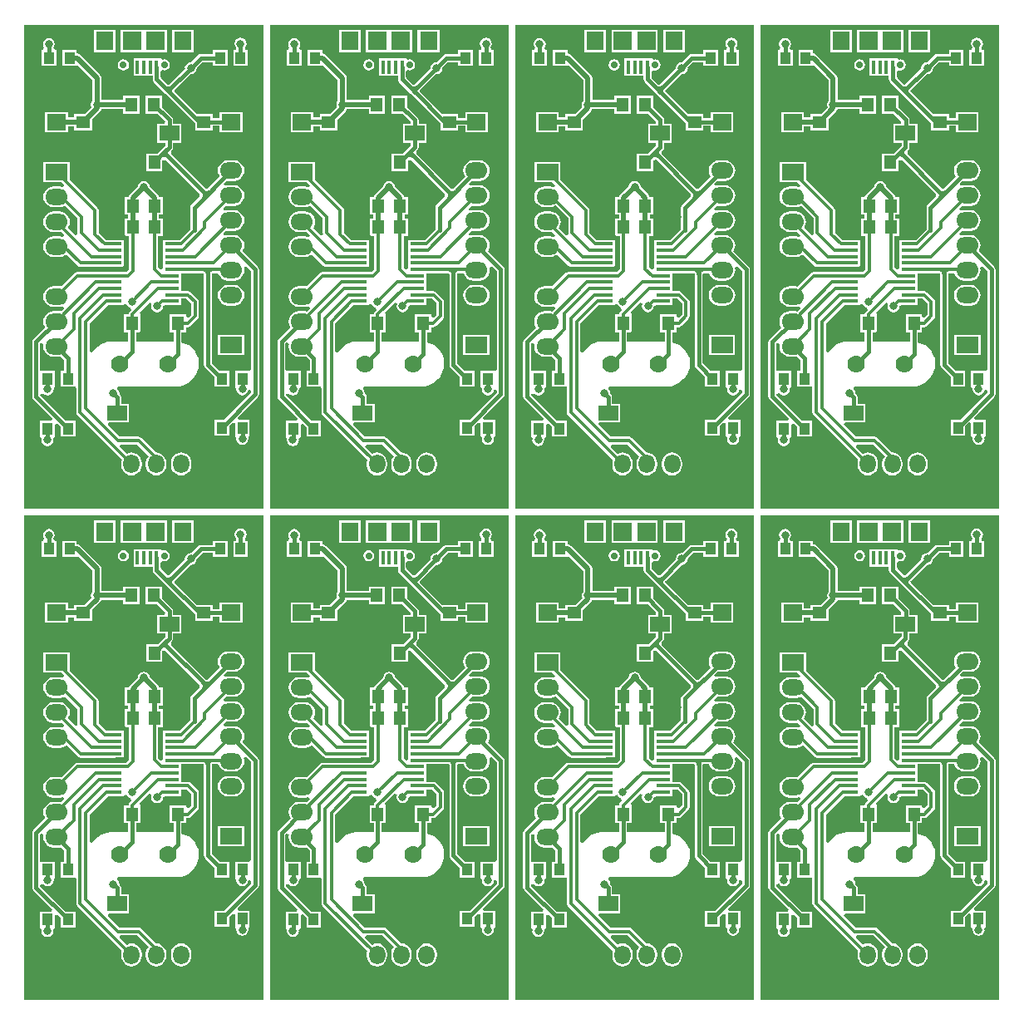
<source format=gtl>
G04*
G04 #@! TF.GenerationSoftware,Altium Limited,Altium Designer,18.1.6 (161)*
G04*
G04 Layer_Physical_Order=1*
G04 Layer_Color=255*
%FSLAX25Y25*%
%MOIN*%
G70*
G01*
G75*
%ADD10R,0.05500X0.05000*%
%ADD11R,0.05000X0.05500*%
%ADD12R,0.05800X0.01400*%
%ADD13R,0.04331X0.04724*%
%ADD14R,0.07874X0.05906*%
%ADD15R,0.07480X0.07480*%
%ADD16R,0.07087X0.07480*%
%ADD17R,0.01575X0.05315*%
%ADD18C,0.01400*%
%ADD19C,0.01500*%
%ADD20C,0.02000*%
%ADD21O,0.09000X0.06500*%
%ADD22R,0.09000X0.06500*%
%ADD23O,0.07500X0.06500*%
%ADD24R,0.07500X0.06500*%
%ADD25C,0.07000*%
%ADD26O,0.06500X0.07500*%
%ADD27C,0.02756*%
%ADD28C,0.03150*%
G36*
X392375Y198176D02*
X296601D01*
Y392375D01*
X392375D01*
Y198176D01*
D02*
G37*
G36*
X293950D02*
X198176D01*
Y392375D01*
X293950D01*
Y198176D01*
D02*
G37*
G36*
X195525D02*
X99751D01*
Y392375D01*
X195525D01*
Y198176D01*
D02*
G37*
G36*
X97100D02*
X1326D01*
Y392375D01*
X97100D01*
Y198176D01*
D02*
G37*
G36*
X392375Y1326D02*
X296601D01*
Y195525D01*
X392375D01*
Y1326D01*
D02*
G37*
G36*
X293950D02*
X198176D01*
Y195525D01*
X293950D01*
Y1326D01*
D02*
G37*
G36*
X195525D02*
X99751D01*
Y195525D01*
X195525D01*
Y1326D01*
D02*
G37*
G36*
X97100D02*
X1326D01*
Y195525D01*
X97100D01*
Y1326D01*
D02*
G37*
%LPC*%
G36*
X364580Y390367D02*
X355893D01*
Y381287D01*
X364580D01*
Y390367D01*
D02*
G37*
G36*
X333084D02*
X324397D01*
Y381287D01*
X333084D01*
Y390367D01*
D02*
G37*
G36*
X344672Y390367D02*
X343672Y390367D01*
X335224D01*
Y381287D01*
X343672D01*
X344304Y381287D01*
X345304Y381287D01*
X353753D01*
Y390367D01*
X345304D01*
X344672Y390367D01*
D02*
G37*
G36*
X378007Y382113D02*
X372076D01*
Y380531D01*
X367396D01*
X366791Y380411D01*
X366279Y380068D01*
X363541Y377331D01*
X363386Y377361D01*
X362459Y377177D01*
X361674Y376652D01*
X361149Y375867D01*
X360964Y374940D01*
X360995Y374785D01*
X354586Y368375D01*
X354480Y368301D01*
X354385Y368253D01*
X354315Y368232D01*
X354262Y368227D01*
X354209Y368232D01*
X354140Y368253D01*
X354044Y368301D01*
X353939Y368375D01*
X351393Y370920D01*
X351194Y371838D01*
X351194Y371838D01*
X351194Y371838D01*
Y373429D01*
X352194Y374053D01*
X352658Y373960D01*
X353507Y374130D01*
X354228Y374611D01*
X354709Y375331D01*
X354878Y376181D01*
X354709Y377031D01*
X354228Y377751D01*
X353507Y378233D01*
X352658Y378402D01*
X352194Y378309D01*
X351194Y378753D01*
Y378753D01*
X340342D01*
Y371838D01*
X348026D01*
Y370472D01*
X348146Y369868D01*
X348489Y369355D01*
X353145Y364699D01*
X353145Y364699D01*
X353145Y364699D01*
X365026Y352818D01*
Y349950D01*
X372126D01*
Y351727D01*
X374938D01*
Y349257D01*
X384038D01*
Y357357D01*
X374938D01*
Y354888D01*
X372126D01*
Y356550D01*
X365763D01*
X356821Y365493D01*
X356747Y365599D01*
X356699Y365694D01*
X356678Y365764D01*
X356673Y365816D01*
X356678Y365869D01*
X356699Y365939D01*
X356747Y366034D01*
X356821Y366140D01*
X363230Y372550D01*
X363386Y372519D01*
X364312Y372703D01*
X365098Y373228D01*
X365623Y374013D01*
X365807Y374940D01*
X365776Y375096D01*
X368051Y377370D01*
X372076D01*
Y375788D01*
X378007D01*
Y382113D01*
D02*
G37*
G36*
X383310Y387106D02*
X382383Y386921D01*
X381597Y386396D01*
X381072Y385611D01*
X380888Y384684D01*
X381072Y383758D01*
X381504Y383113D01*
X381344Y382548D01*
X381084Y382113D01*
X380344D01*
Y375788D01*
X386275D01*
Y382113D01*
X385535D01*
X385275Y382548D01*
X385116Y383113D01*
X385546Y383758D01*
X385731Y384684D01*
X385546Y385611D01*
X385022Y386396D01*
X384236Y386921D01*
X383310Y387106D01*
D02*
G37*
G36*
X306415Y386932D02*
X305489Y386748D01*
X304703Y386223D01*
X304178Y385437D01*
X303994Y384511D01*
X304178Y383584D01*
X304521Y383072D01*
X304170Y382179D01*
X304078Y382072D01*
X303450D01*
Y375747D01*
X309381D01*
Y382072D01*
X308753D01*
X308660Y382179D01*
X308310Y383072D01*
X308652Y383584D01*
X308837Y384511D01*
X308652Y385437D01*
X308127Y386223D01*
X307342Y386748D01*
X306415Y386932D01*
D02*
G37*
G36*
X336319Y378402D02*
X335469Y378233D01*
X334749Y377751D01*
X334267Y377031D01*
X334098Y376181D01*
X334267Y375331D01*
X334749Y374611D01*
X335469Y374130D01*
X336319Y373960D01*
X337169Y374130D01*
X337889Y374611D01*
X338370Y375331D01*
X338540Y376181D01*
X338370Y377031D01*
X337889Y377751D01*
X337169Y378233D01*
X336319Y378402D01*
D02*
G37*
G36*
X317648Y382072D02*
X311718D01*
Y375747D01*
X317648D01*
Y375747D01*
X318097Y375933D01*
X323840Y370190D01*
Y361764D01*
X323439Y361163D01*
X323254Y360236D01*
X323439Y359310D01*
X323474Y359257D01*
X320767Y356550D01*
X316626D01*
Y355142D01*
X314038D01*
Y357357D01*
X304938D01*
Y349257D01*
X314038D01*
Y351472D01*
X316626D01*
Y349950D01*
X323726D01*
Y354318D01*
X326973Y357566D01*
X327371Y358161D01*
X327419Y358401D01*
X336245D01*
Y356686D01*
X342845D01*
Y363786D01*
X336245D01*
Y362071D01*
X327511D01*
Y370950D01*
X327371Y371653D01*
X326973Y372248D01*
X319014Y380207D01*
X318419Y380605D01*
X317717Y380745D01*
X317648D01*
Y382072D01*
D02*
G37*
G36*
X351845Y363786D02*
X345245D01*
Y356686D01*
X349859D01*
X353043Y353503D01*
X352899Y352503D01*
X349969D01*
Y344998D01*
X353125D01*
Y343835D01*
X349991Y340700D01*
X345376D01*
Y333600D01*
X351976D01*
Y337913D01*
X352088Y338037D01*
X353214Y338177D01*
X366859Y324532D01*
X366859Y323386D01*
X363558Y320084D01*
X363215Y319572D01*
X363095Y318967D01*
Y310333D01*
X358721Y305959D01*
X355844D01*
X355697Y305929D01*
X352145D01*
Y302929D01*
Y300370D01*
Y297811D01*
Y294559D01*
X351145Y294144D01*
X350305Y294984D01*
Y307500D01*
X352076D01*
Y314600D01*
X350611D01*
Y316162D01*
X352076D01*
Y323262D01*
X350554D01*
X350471Y323678D01*
X350073Y324273D01*
X346866Y327480D01*
X346725Y328190D01*
X346200Y328975D01*
X345415Y329500D01*
X344488Y329684D01*
X343562Y329500D01*
X342776Y328975D01*
X342251Y328190D01*
X342110Y327480D01*
X338761Y324132D01*
X338364Y323536D01*
X338309Y323262D01*
X336759D01*
Y316162D01*
X338224D01*
Y314600D01*
X336759D01*
Y307500D01*
X338530D01*
Y294232D01*
X337461Y293163D01*
X317815D01*
X317230Y293047D01*
X316734Y292715D01*
X311332Y287314D01*
X310738Y287392D01*
X308238D01*
X307181Y287253D01*
X306196Y286845D01*
X305350Y286196D01*
X304700Y285350D01*
X304292Y284364D01*
X304153Y283307D01*
X304292Y282250D01*
X304700Y281265D01*
X305350Y280419D01*
X306196Y279769D01*
X307181Y279361D01*
X308238Y279222D01*
X310738D01*
X311795Y279361D01*
X312086Y279481D01*
X312652Y278634D01*
X311332Y277314D01*
X310738Y277392D01*
X308238D01*
X307181Y277253D01*
X306196Y276845D01*
X305350Y276196D01*
X304700Y275350D01*
X304292Y274364D01*
X304153Y273307D01*
X304292Y272250D01*
X304700Y271265D01*
X304922Y270976D01*
X300158Y266212D01*
X299816Y265699D01*
X299695Y265094D01*
Y243184D01*
X299816Y242580D01*
X300158Y242067D01*
X307888Y234336D01*
X307506Y233413D01*
X302976D01*
Y227088D01*
X302976D01*
X303521Y226088D01*
X303454Y225750D01*
X303639Y224824D01*
X304164Y224038D01*
X304949Y223513D01*
X305876Y223329D01*
X306802Y223513D01*
X307588Y224038D01*
X308113Y224824D01*
X308297Y225750D01*
X308230Y226088D01*
X308907Y227088D01*
X308907D01*
Y232011D01*
X309831Y232394D01*
X311244Y230981D01*
Y227088D01*
X317175D01*
Y233413D01*
X313282D01*
X302957Y243738D01*
X303035Y244359D01*
X304075Y244604D01*
X304230Y244372D01*
X305015Y243847D01*
X305942Y243663D01*
X306868Y243847D01*
X307654Y244372D01*
X308179Y245158D01*
X308363Y246084D01*
X308342Y246188D01*
X308907Y247188D01*
X308907D01*
Y253513D01*
X302976Y253513D01*
X302856Y254463D01*
Y264419D01*
X303425Y264882D01*
X304292Y264364D01*
X304153Y263307D01*
X304292Y262250D01*
X304700Y261265D01*
X305350Y260419D01*
X306196Y259769D01*
X307181Y259361D01*
X308238Y259222D01*
X310738D01*
X311268Y259292D01*
X312629Y257931D01*
Y253513D01*
X311244D01*
Y247188D01*
X317175D01*
X317346Y246259D01*
Y236854D01*
X317463Y236269D01*
X317794Y235773D01*
X335708Y217859D01*
X335642Y217699D01*
X335503Y216642D01*
Y215642D01*
X335642Y214584D01*
X336051Y213599D01*
X336700Y212753D01*
X337546Y212104D01*
X338531Y211696D01*
X339588Y211557D01*
X340646Y211696D01*
X341631Y212104D01*
X342477Y212753D01*
X343126Y213599D01*
X343534Y214584D01*
X343673Y215642D01*
Y216642D01*
X343534Y217699D01*
X343126Y218684D01*
X342477Y219530D01*
X341631Y220179D01*
X340646Y220587D01*
X339588Y220727D01*
X338531Y220587D01*
X337664Y220229D01*
X334872Y223021D01*
X335286Y224021D01*
X341742D01*
X346384Y219379D01*
X345850Y218684D01*
X345442Y217699D01*
X345303Y216642D01*
Y215642D01*
X345442Y214584D01*
X345850Y213599D01*
X346500Y212753D01*
X347346Y212104D01*
X348331Y211696D01*
X349388Y211557D01*
X350446Y211696D01*
X351431Y212104D01*
X352277Y212753D01*
X352926Y213599D01*
X353334Y214584D01*
X353473Y215642D01*
Y216642D01*
X353334Y217699D01*
X352926Y218684D01*
X352277Y219530D01*
X351431Y220179D01*
X350446Y220587D01*
X349388Y220727D01*
X349365Y220724D01*
X343457Y226632D01*
X342961Y226963D01*
X342376Y227080D01*
X334809D01*
X330028Y231861D01*
X330442Y232861D01*
X338595D01*
Y240367D01*
X335439D01*
Y242968D01*
X335318Y243572D01*
X334976Y244085D01*
X334666Y244395D01*
X334697Y244550D01*
X334513Y245477D01*
X333988Y246263D01*
X334309Y247250D01*
X359176D01*
X360726Y247800D01*
X362076Y248450D01*
X364126Y250300D01*
X364926Y251100D01*
X365476Y252050D01*
X366476Y254675D01*
Y258450D01*
X365626Y260100D01*
X364776Y261750D01*
X362476Y263779D01*
X359656Y264887D01*
Y269000D01*
X361376D01*
Y271021D01*
X362176D01*
X362761Y271137D01*
X363257Y271469D01*
X366101Y274313D01*
X366433Y274809D01*
X366549Y275395D01*
Y281206D01*
X366433Y281792D01*
X366101Y282288D01*
X363351Y285038D01*
X362855Y285370D01*
X362269Y285486D01*
X359544D01*
Y290134D01*
Y292664D01*
X368208D01*
X368315Y292643D01*
X368396Y292615D01*
X368444Y292587D01*
X368477Y292558D01*
X368507Y292518D01*
X368541Y292452D01*
X368574Y292345D01*
X368595Y292215D01*
Y255917D01*
X368716Y255312D01*
X369058Y254799D01*
X372776Y251081D01*
Y247188D01*
X378707D01*
Y253513D01*
X374815D01*
X371756Y256571D01*
Y292215D01*
X371777Y292345D01*
X371811Y292452D01*
X371844Y292518D01*
X371874Y292558D01*
X371907Y292586D01*
X371955Y292615D01*
X372036Y292643D01*
X372143Y292664D01*
X374317D01*
X374700Y291737D01*
X375350Y290891D01*
X376196Y290242D01*
X377181Y289834D01*
X378238Y289695D01*
X380738D01*
X381796Y289834D01*
X382781Y290242D01*
X383627Y290891D01*
X384276Y291737D01*
X384684Y292722D01*
X384823Y293779D01*
X384684Y294837D01*
X384615Y295004D01*
X385463Y295570D01*
X387595Y293438D01*
Y254256D01*
X386975Y253513D01*
X386595Y253513D01*
X381044D01*
Y247188D01*
X381044D01*
X381602Y246188D01*
X381588Y246116D01*
X381772Y245190D01*
X382297Y244404D01*
X383083Y243880D01*
X384010Y243695D01*
X384936Y243880D01*
X385722Y244404D01*
X386246Y245190D01*
X386392Y245921D01*
X386950Y246200D01*
X387595Y245670D01*
Y244739D01*
X376669Y233813D01*
X372776D01*
Y227488D01*
X378707D01*
Y231381D01*
X380120Y232794D01*
X381044Y232411D01*
Y227488D01*
X381044D01*
X381642Y226488D01*
X381588Y226217D01*
X381772Y225290D01*
X382297Y224504D01*
X383083Y223979D01*
X384010Y223795D01*
X384936Y223979D01*
X385722Y224504D01*
X386246Y225290D01*
X386431Y226217D01*
X386377Y226488D01*
X386975Y227488D01*
X386975D01*
Y233813D01*
X382446D01*
X382063Y234736D01*
X390293Y242967D01*
X390636Y243479D01*
X390756Y244084D01*
Y294092D01*
X390636Y294697D01*
X390293Y295210D01*
X384054Y301448D01*
X384276Y301737D01*
X384684Y302722D01*
X384823Y303780D01*
X384684Y304837D01*
X384276Y305822D01*
X383627Y306668D01*
X382781Y307317D01*
X381796Y307725D01*
X380738Y307864D01*
X378238D01*
X377181Y307725D01*
X376891Y307605D01*
X376325Y308453D01*
X377644Y309773D01*
X378238Y309695D01*
X380738D01*
X381796Y309834D01*
X382781Y310242D01*
X383627Y310891D01*
X384276Y311737D01*
X384684Y312722D01*
X384823Y313779D01*
X384684Y314837D01*
X384276Y315822D01*
X383627Y316668D01*
X382781Y317317D01*
X381796Y317725D01*
X380738Y317864D01*
X378238D01*
X377181Y317725D01*
X376891Y317605D01*
X376325Y318453D01*
X377644Y319773D01*
X378238Y319695D01*
X380738D01*
X381796Y319834D01*
X382781Y320242D01*
X383627Y320891D01*
X384276Y321737D01*
X384684Y322722D01*
X384823Y323780D01*
X384684Y324837D01*
X384276Y325822D01*
X383627Y326668D01*
X382781Y327317D01*
X381796Y327725D01*
X380738Y327865D01*
X378238D01*
X377181Y327725D01*
X377014Y327656D01*
X376448Y328504D01*
X377708Y329764D01*
X378238Y329695D01*
X380738D01*
X381796Y329834D01*
X382781Y330242D01*
X383627Y330891D01*
X384276Y331737D01*
X384684Y332722D01*
X384823Y333780D01*
X384684Y334837D01*
X384276Y335822D01*
X383627Y336668D01*
X382781Y337317D01*
X381796Y337725D01*
X380738Y337864D01*
X378238D01*
X377181Y337725D01*
X376196Y337317D01*
X375350Y336668D01*
X374700Y335822D01*
X374292Y334837D01*
X374153Y333780D01*
X374292Y332722D01*
X374700Y331737D01*
X374922Y331448D01*
X369991Y326517D01*
X369885Y326443D01*
X369790Y326396D01*
X369720Y326375D01*
X369667Y326369D01*
X369614Y326375D01*
X369545Y326396D01*
X369449Y326443D01*
X369344Y326517D01*
X355384Y340477D01*
X355384Y341623D01*
X355823Y342063D01*
X356166Y342576D01*
X356286Y343180D01*
Y344998D01*
X359442D01*
Y352503D01*
X356305D01*
Y354056D01*
X356185Y354661D01*
X355842Y355174D01*
X351845Y359171D01*
Y363786D01*
D02*
G37*
G36*
X314788Y337357D02*
X304188D01*
Y329257D01*
X311375D01*
X312652Y327980D01*
X312086Y327133D01*
X311795Y327253D01*
X310738Y327392D01*
X308238D01*
X307181Y327253D01*
X306196Y326845D01*
X305350Y326196D01*
X304700Y325350D01*
X304292Y324364D01*
X304153Y323307D01*
X304292Y322250D01*
X304700Y321265D01*
X305350Y320419D01*
X306196Y319769D01*
X307181Y319361D01*
X308238Y319222D01*
X310738D01*
X311795Y319361D01*
X312781Y319769D01*
X312788Y319775D01*
X317846Y314717D01*
Y308850D01*
X317927Y308446D01*
X317426Y308010D01*
X317102Y307856D01*
X314023Y310935D01*
X314276Y311265D01*
X314684Y312250D01*
X314823Y313307D01*
X314684Y314364D01*
X314276Y315350D01*
X313627Y316196D01*
X312781Y316845D01*
X311795Y317253D01*
X310738Y317392D01*
X308238D01*
X307181Y317253D01*
X306196Y316845D01*
X305350Y316196D01*
X304700Y315350D01*
X304292Y314364D01*
X304153Y313307D01*
X304292Y312250D01*
X304700Y311265D01*
X305350Y310419D01*
X306196Y309769D01*
X307181Y309361D01*
X308238Y309222D01*
X310738D01*
X311332Y309300D01*
X312652Y307980D01*
X312086Y307133D01*
X311795Y307253D01*
X310738Y307392D01*
X308238D01*
X307181Y307253D01*
X306196Y306845D01*
X305350Y306196D01*
X304700Y305350D01*
X304292Y304364D01*
X304153Y303307D01*
X304292Y302250D01*
X304700Y301265D01*
X305350Y300419D01*
X306196Y299769D01*
X307181Y299361D01*
X308238Y299222D01*
X310738D01*
X311795Y299361D01*
X312781Y299769D01*
X313467Y300296D01*
X318093Y295671D01*
X318589Y295339D01*
X319174Y295223D01*
X332844D01*
X332992Y295252D01*
X336544D01*
Y297811D01*
Y300370D01*
Y302929D01*
Y305929D01*
X332992D01*
X332844Y305959D01*
X329430D01*
X326405Y308984D01*
Y317920D01*
X326289Y318505D01*
X325957Y319001D01*
X314788Y330170D01*
Y337357D01*
D02*
G37*
G36*
X380738Y287864D02*
X378238D01*
X377181Y287725D01*
X376196Y287317D01*
X375350Y286668D01*
X374700Y285822D01*
X374292Y284837D01*
X374153Y283780D01*
X374292Y282722D01*
X374700Y281737D01*
X375350Y280891D01*
X376196Y280242D01*
X377181Y279834D01*
X378238Y279695D01*
X380738D01*
X381796Y279834D01*
X382781Y280242D01*
X383627Y280891D01*
X384276Y281737D01*
X384684Y282722D01*
X384823Y283780D01*
X384684Y284837D01*
X384276Y285822D01*
X383627Y286668D01*
X382781Y287317D01*
X381796Y287725D01*
X380738Y287864D01*
D02*
G37*
G36*
X384788Y267829D02*
X374188D01*
Y259730D01*
X384788D01*
Y267829D01*
D02*
G37*
G36*
X359488Y220727D02*
X358431Y220587D01*
X357446Y220179D01*
X356600Y219530D01*
X355950Y218684D01*
X355542Y217699D01*
X355403Y216642D01*
Y215642D01*
X355542Y214584D01*
X355950Y213599D01*
X356600Y212753D01*
X357446Y212104D01*
X358431Y211696D01*
X359488Y211557D01*
X360545Y211696D01*
X361531Y212104D01*
X362377Y212753D01*
X363026Y213599D01*
X363434Y214584D01*
X363573Y215642D01*
Y216642D01*
X363434Y217699D01*
X363026Y218684D01*
X362377Y219530D01*
X361531Y220179D01*
X360545Y220587D01*
X359488Y220727D01*
D02*
G37*
%LPD*%
G36*
X356383Y366877D02*
X356193Y366665D01*
X356044Y366453D01*
X355938Y366241D01*
X355874Y366029D01*
X355853Y365816D01*
X355874Y365604D01*
X355938Y365392D01*
X356044Y365180D01*
X356193Y364968D01*
X356383Y364756D01*
X356383Y364756D01*
X356383Y364756D01*
X354792Y364226D01*
X353732Y365286D01*
X353202Y367938D01*
X353202Y367938D01*
X353202Y367938D01*
X353414Y367747D01*
X353626Y367598D01*
X353838Y367492D01*
X354050Y367429D01*
X354262Y367407D01*
X354474Y367429D01*
X354686Y367492D01*
X354899Y367598D01*
X355111Y367747D01*
X355323Y367938D01*
D01*
X355323D01*
X356383Y366877D01*
D02*
G37*
G36*
X354506Y341899D02*
X354358Y341687D01*
X354251Y341475D01*
X354188Y341263D01*
X354167Y341050D01*
X354188Y340838D01*
X354251Y340626D01*
X354358Y340414D01*
X354506Y340202D01*
X354697Y339990D01*
X353636Y338929D01*
X353424Y339120D01*
X353212Y339268D01*
X353000Y339374D01*
X352788Y339438D01*
X352576Y339459D01*
X352363Y339438D01*
X352151Y339374D01*
X351939Y339268D01*
X351727Y339120D01*
X351515Y338929D01*
X352576Y341050D01*
X354697Y342111D01*
X354506Y341899D01*
D02*
G37*
G36*
X370198Y323428D02*
X367546Y322898D01*
X367737Y323110D01*
X367885Y323322D01*
X367991Y323534D01*
X368055Y323746D01*
X368076Y323959D01*
X368055Y324171D01*
X367991Y324383D01*
X367885Y324595D01*
X367737Y324807D01*
X367546Y325019D01*
X368607Y326080D01*
X368819Y325889D01*
X369031Y325741D01*
X369243Y325635D01*
X369455Y325571D01*
X369667Y325550D01*
X369880Y325571D01*
X370092Y325635D01*
X370304Y325741D01*
X370516Y325889D01*
X370728Y326080D01*
X370198Y323428D01*
D02*
G37*
G36*
X372326Y293493D02*
X372060Y293478D01*
X371822Y293433D01*
X371612Y293358D01*
X371430Y293253D01*
X371276Y293118D01*
X371150Y292953D01*
X371052Y292758D01*
X370982Y292533D01*
X370940Y292278D01*
X370926Y291993D01*
X369426D01*
X369412Y292278D01*
X369370Y292533D01*
X369300Y292758D01*
X369202Y292953D01*
X369076Y293118D01*
X368922Y293253D01*
X368740Y293358D01*
X368530Y293433D01*
X368292Y293478D01*
X368026Y293493D01*
X370176Y294893D01*
X372326Y293493D01*
D02*
G37*
G36*
X363490Y280573D02*
Y276028D01*
X362376Y274913D01*
X361376Y275327D01*
Y276100D01*
X354776D01*
Y269000D01*
X356495D01*
Y265350D01*
X341456D01*
Y269000D01*
X343176D01*
Y276100D01*
X343176D01*
X342828Y276940D01*
X346716Y280828D01*
X347586Y280389D01*
X347628Y280326D01*
X347454Y279450D01*
X347639Y278524D01*
X348164Y277738D01*
X348949Y277213D01*
X349876Y277029D01*
X350802Y277213D01*
X351588Y277738D01*
X352113Y278524D01*
X352297Y279450D01*
X353230Y279868D01*
X355844D01*
X355992Y279898D01*
X359544D01*
Y282427D01*
X361636D01*
X363490Y280573D01*
D02*
G37*
G36*
X338052Y279538D02*
X338837Y279013D01*
X339108Y278960D01*
X339437Y277874D01*
X338794Y277232D01*
X338463Y276736D01*
X338346Y276150D01*
Y276100D01*
X336576D01*
Y269000D01*
X338295D01*
Y265350D01*
X330976D01*
X329776Y265094D01*
X327367Y264280D01*
X325299Y262708D01*
X323805Y260984D01*
X323705Y260982D01*
X322805Y261312D01*
Y272517D01*
X330156Y279868D01*
X332844D01*
X332992Y279898D01*
X336544D01*
Y280136D01*
X337527Y280324D01*
X338052Y279538D01*
D02*
G37*
%LPC*%
G36*
X266154Y390367D02*
X257468D01*
Y381287D01*
X266154D01*
Y390367D01*
D02*
G37*
G36*
X234658D02*
X225972D01*
Y381287D01*
X234658D01*
Y390367D01*
D02*
G37*
G36*
X246247Y390367D02*
X245247Y390367D01*
X236798D01*
Y381287D01*
X245247D01*
X245879Y381287D01*
X246879Y381287D01*
X255328D01*
Y390367D01*
X246879D01*
X246247Y390367D01*
D02*
G37*
G36*
X279582Y382113D02*
X273651D01*
Y380531D01*
X268971D01*
X268366Y380411D01*
X267853Y380068D01*
X265116Y377331D01*
X264961Y377361D01*
X264034Y377177D01*
X263248Y376652D01*
X262724Y375867D01*
X262539Y374940D01*
X262570Y374785D01*
X256161Y368375D01*
X256055Y368301D01*
X255959Y368253D01*
X255890Y368232D01*
X255837Y368227D01*
X255784Y368232D01*
X255715Y368253D01*
X255619Y368301D01*
X255513Y368375D01*
X252968Y370920D01*
X252768Y371838D01*
X252768Y371838D01*
X252768Y371838D01*
Y373429D01*
X253768Y374053D01*
X254232Y373960D01*
X255082Y374130D01*
X255802Y374611D01*
X256284Y375331D01*
X256453Y376181D01*
X256284Y377031D01*
X255802Y377751D01*
X255082Y378233D01*
X254232Y378402D01*
X253768Y378309D01*
X252768Y378753D01*
Y378753D01*
X241916D01*
Y371838D01*
X249601D01*
Y370472D01*
X249721Y369868D01*
X250064Y369355D01*
X254719Y364699D01*
X254719Y364699D01*
X254719Y364699D01*
X266600Y352818D01*
Y349950D01*
X273700D01*
Y351727D01*
X276513D01*
Y349257D01*
X285613D01*
Y357357D01*
X276513D01*
Y354888D01*
X273700D01*
Y356550D01*
X267338D01*
X258396Y365493D01*
X258322Y365599D01*
X258274Y365694D01*
X258253Y365764D01*
X258248Y365816D01*
X258253Y365869D01*
X258274Y365939D01*
X258322Y366034D01*
X258396Y366140D01*
X264805Y372550D01*
X264961Y372519D01*
X265887Y372703D01*
X266673Y373228D01*
X267198Y374013D01*
X267382Y374940D01*
X267351Y375096D01*
X269625Y377370D01*
X273651D01*
Y375788D01*
X279582D01*
Y382113D01*
D02*
G37*
G36*
X284884Y387106D02*
X283958Y386921D01*
X283172Y386396D01*
X282647Y385611D01*
X282463Y384684D01*
X282647Y383758D01*
X283078Y383113D01*
X282919Y382548D01*
X282659Y382113D01*
X281919D01*
Y375788D01*
X287850D01*
Y382113D01*
X287110D01*
X286850Y382548D01*
X286690Y383113D01*
X287121Y383758D01*
X287306Y384684D01*
X287121Y385611D01*
X286596Y386396D01*
X285811Y386921D01*
X284884Y387106D01*
D02*
G37*
G36*
X207990Y386932D02*
X207064Y386748D01*
X206278Y386223D01*
X205753Y385437D01*
X205569Y384511D01*
X205753Y383584D01*
X206096Y383072D01*
X205745Y382179D01*
X205652Y382072D01*
X205025D01*
Y375747D01*
X210956D01*
Y382072D01*
X210328D01*
X210235Y382179D01*
X209885Y383072D01*
X210227Y383584D01*
X210412Y384511D01*
X210227Y385437D01*
X209702Y386223D01*
X208917Y386748D01*
X207990Y386932D01*
D02*
G37*
G36*
X237894Y378402D02*
X237044Y378233D01*
X236323Y377751D01*
X235842Y377031D01*
X235673Y376181D01*
X235842Y375331D01*
X236323Y374611D01*
X237044Y374130D01*
X237894Y373960D01*
X238743Y374130D01*
X239464Y374611D01*
X239945Y375331D01*
X240114Y376181D01*
X239945Y377031D01*
X239464Y377751D01*
X238743Y378233D01*
X237894Y378402D01*
D02*
G37*
G36*
X219223Y382072D02*
X213293D01*
Y375747D01*
X219223D01*
Y375747D01*
X219672Y375933D01*
X225415Y370190D01*
Y361764D01*
X225013Y361163D01*
X224829Y360236D01*
X225013Y359310D01*
X225048Y359257D01*
X222342Y356550D01*
X218200D01*
Y355142D01*
X215613D01*
Y357357D01*
X206513D01*
Y349257D01*
X215613D01*
Y351472D01*
X218200D01*
Y349950D01*
X225300D01*
Y354318D01*
X228548Y357566D01*
X228946Y358161D01*
X228994Y358401D01*
X237819D01*
Y356686D01*
X244419D01*
Y363786D01*
X237819D01*
Y362071D01*
X229086D01*
Y370950D01*
X228946Y371653D01*
X228548Y372248D01*
X220589Y380207D01*
X219994Y380605D01*
X219291Y380745D01*
X219223D01*
Y382072D01*
D02*
G37*
G36*
X253419Y363786D02*
X246819D01*
Y356686D01*
X251434D01*
X254617Y353503D01*
X254474Y352503D01*
X251543D01*
Y344998D01*
X254700D01*
Y343835D01*
X251565Y340700D01*
X246950D01*
Y333600D01*
X253550D01*
Y337913D01*
X253662Y338037D01*
X254789Y338177D01*
X268434Y324532D01*
X268434Y323386D01*
X265133Y320084D01*
X264790Y319572D01*
X264670Y318967D01*
Y310333D01*
X260296Y305959D01*
X257419D01*
X257272Y305929D01*
X253719D01*
Y302929D01*
Y300370D01*
Y297811D01*
Y294559D01*
X252719Y294144D01*
X251880Y294984D01*
Y307500D01*
X253650D01*
Y314600D01*
X252186D01*
Y316162D01*
X253650D01*
Y323262D01*
X252129D01*
X252046Y323678D01*
X251648Y324273D01*
X248441Y327480D01*
X248300Y328190D01*
X247775Y328975D01*
X246990Y329500D01*
X246063Y329684D01*
X245136Y329500D01*
X244351Y328975D01*
X243826Y328190D01*
X243685Y327480D01*
X240336Y324132D01*
X239938Y323536D01*
X239884Y323262D01*
X238334D01*
Y316162D01*
X239799D01*
Y314600D01*
X238334D01*
Y307500D01*
X240105D01*
Y294232D01*
X239036Y293163D01*
X219390D01*
X218805Y293047D01*
X218308Y292715D01*
X212907Y287314D01*
X212313Y287392D01*
X209813D01*
X208756Y287253D01*
X207770Y286845D01*
X206925Y286196D01*
X206275Y285350D01*
X205867Y284364D01*
X205728Y283307D01*
X205867Y282250D01*
X206275Y281265D01*
X206925Y280419D01*
X207770Y279769D01*
X208756Y279361D01*
X209813Y279222D01*
X212313D01*
X213370Y279361D01*
X213660Y279481D01*
X214227Y278634D01*
X212907Y277314D01*
X212313Y277392D01*
X209813D01*
X208756Y277253D01*
X207770Y276845D01*
X206925Y276196D01*
X206275Y275350D01*
X205867Y274364D01*
X205728Y273307D01*
X205867Y272250D01*
X206275Y271265D01*
X206497Y270976D01*
X201733Y266212D01*
X201390Y265699D01*
X201270Y265094D01*
Y243184D01*
X201390Y242580D01*
X201733Y242067D01*
X209463Y234336D01*
X209081Y233413D01*
X204551D01*
Y227088D01*
X204551D01*
X205096Y226088D01*
X205029Y225750D01*
X205213Y224824D01*
X205738Y224038D01*
X206524Y223513D01*
X207450Y223329D01*
X208377Y223513D01*
X209162Y224038D01*
X209687Y224824D01*
X209872Y225750D01*
X209805Y226088D01*
X210482Y227088D01*
X210482D01*
Y232011D01*
X211406Y232394D01*
X212819Y230981D01*
Y227088D01*
X218750D01*
Y233413D01*
X214857D01*
X204532Y243738D01*
X204610Y244359D01*
X205649Y244604D01*
X205804Y244372D01*
X206590Y243847D01*
X207517Y243663D01*
X208443Y243847D01*
X209229Y244372D01*
X209754Y245158D01*
X209938Y246084D01*
X209917Y246188D01*
X210482Y247188D01*
X210482D01*
Y253513D01*
X204551Y253513D01*
X204431Y254463D01*
Y264419D01*
X204999Y264882D01*
X205867Y264364D01*
X205728Y263307D01*
X205867Y262250D01*
X206275Y261265D01*
X206925Y260419D01*
X207770Y259769D01*
X208756Y259361D01*
X209813Y259222D01*
X212313D01*
X212843Y259292D01*
X214204Y257931D01*
Y253513D01*
X212819D01*
Y247188D01*
X218750D01*
X218921Y246259D01*
Y236854D01*
X219037Y236269D01*
X219369Y235773D01*
X237283Y217859D01*
X237217Y217699D01*
X237078Y216642D01*
Y215642D01*
X237217Y214584D01*
X237625Y213599D01*
X238275Y212753D01*
X239121Y212104D01*
X240106Y211696D01*
X241163Y211557D01*
X242220Y211696D01*
X243205Y212104D01*
X244052Y212753D01*
X244701Y213599D01*
X245109Y214584D01*
X245248Y215642D01*
Y216642D01*
X245109Y217699D01*
X244701Y218684D01*
X244052Y219530D01*
X243205Y220179D01*
X242220Y220587D01*
X241163Y220727D01*
X240106Y220587D01*
X239239Y220229D01*
X236447Y223021D01*
X236861Y224021D01*
X243317D01*
X247959Y219379D01*
X247425Y218684D01*
X247017Y217699D01*
X246878Y216642D01*
Y215642D01*
X247017Y214584D01*
X247425Y213599D01*
X248075Y212753D01*
X248920Y212104D01*
X249906Y211696D01*
X250963Y211557D01*
X252020Y211696D01*
X253006Y212104D01*
X253852Y212753D01*
X254501Y213599D01*
X254909Y214584D01*
X255048Y215642D01*
Y216642D01*
X254909Y217699D01*
X254501Y218684D01*
X253852Y219530D01*
X253006Y220179D01*
X252020Y220587D01*
X250963Y220727D01*
X250940Y220724D01*
X245032Y226632D01*
X244536Y226963D01*
X243950Y227080D01*
X236384D01*
X231602Y231861D01*
X232016Y232861D01*
X240170D01*
Y240367D01*
X237014D01*
Y242968D01*
X236893Y243572D01*
X236551Y244085D01*
X236241Y244395D01*
X236272Y244550D01*
X236087Y245477D01*
X235562Y246263D01*
X235884Y247250D01*
X260750D01*
X262300Y247800D01*
X263650Y248450D01*
X265700Y250300D01*
X266500Y251100D01*
X267050Y252050D01*
X268050Y254675D01*
Y258450D01*
X267200Y260100D01*
X266350Y261750D01*
X264050Y263779D01*
X261231Y264887D01*
Y269000D01*
X262950D01*
Y271021D01*
X263750D01*
X264336Y271137D01*
X264832Y271469D01*
X267676Y274313D01*
X268007Y274809D01*
X268124Y275395D01*
Y281206D01*
X268007Y281792D01*
X267676Y282288D01*
X264926Y285038D01*
X264429Y285370D01*
X263844Y285486D01*
X261119D01*
Y290134D01*
Y292664D01*
X269783D01*
X269890Y292643D01*
X269971Y292615D01*
X270019Y292587D01*
X270052Y292558D01*
X270082Y292518D01*
X270115Y292452D01*
X270149Y292345D01*
X270170Y292215D01*
Y255917D01*
X270290Y255312D01*
X270633Y254799D01*
X274351Y251081D01*
Y247188D01*
X280282D01*
Y253513D01*
X276389D01*
X273331Y256571D01*
Y292215D01*
X273352Y292345D01*
X273385Y292452D01*
X273419Y292518D01*
X273449Y292558D01*
X273482Y292586D01*
X273530Y292615D01*
X273611Y292643D01*
X273718Y292664D01*
X275892D01*
X276275Y291737D01*
X276924Y290891D01*
X277770Y290242D01*
X278756Y289834D01*
X279813Y289695D01*
X282313D01*
X283370Y289834D01*
X284355Y290242D01*
X285202Y290891D01*
X285851Y291737D01*
X286259Y292722D01*
X286398Y293779D01*
X286259Y294837D01*
X286190Y295004D01*
X287037Y295570D01*
X289170Y293438D01*
Y254256D01*
X288550Y253513D01*
X288170Y253513D01*
X282619D01*
Y247188D01*
X282619D01*
X283177Y246188D01*
X283163Y246116D01*
X283347Y245190D01*
X283872Y244404D01*
X284658Y243880D01*
X285584Y243695D01*
X286511Y243880D01*
X287296Y244404D01*
X287821Y245190D01*
X287967Y245921D01*
X288525Y246200D01*
X289170Y245670D01*
Y244739D01*
X278244Y233813D01*
X274351D01*
Y227488D01*
X280282D01*
Y231381D01*
X281695Y232794D01*
X282619Y232411D01*
Y227488D01*
X282619D01*
X283217Y226488D01*
X283163Y226217D01*
X283347Y225290D01*
X283872Y224504D01*
X284658Y223979D01*
X285584Y223795D01*
X286511Y223979D01*
X287296Y224504D01*
X287821Y225290D01*
X288006Y226217D01*
X287952Y226488D01*
X288550Y227488D01*
X288550D01*
Y233813D01*
X284020D01*
X283638Y234736D01*
X291868Y242967D01*
X292211Y243479D01*
X292331Y244084D01*
Y294092D01*
X292211Y294697D01*
X291868Y295210D01*
X285629Y301448D01*
X285851Y301737D01*
X286259Y302722D01*
X286398Y303780D01*
X286259Y304837D01*
X285851Y305822D01*
X285202Y306668D01*
X284355Y307317D01*
X283370Y307725D01*
X282313Y307864D01*
X279813D01*
X278756Y307725D01*
X278466Y307605D01*
X277899Y308453D01*
X279219Y309773D01*
X279813Y309695D01*
X282313D01*
X283370Y309834D01*
X284355Y310242D01*
X285202Y310891D01*
X285851Y311737D01*
X286259Y312722D01*
X286398Y313779D01*
X286259Y314837D01*
X285851Y315822D01*
X285202Y316668D01*
X284355Y317317D01*
X283370Y317725D01*
X282313Y317864D01*
X279813D01*
X278756Y317725D01*
X278466Y317605D01*
X277899Y318453D01*
X279219Y319773D01*
X279813Y319695D01*
X282313D01*
X283370Y319834D01*
X284355Y320242D01*
X285202Y320891D01*
X285851Y321737D01*
X286259Y322722D01*
X286398Y323780D01*
X286259Y324837D01*
X285851Y325822D01*
X285202Y326668D01*
X284355Y327317D01*
X283370Y327725D01*
X282313Y327865D01*
X279813D01*
X278756Y327725D01*
X278589Y327656D01*
X278022Y328504D01*
X279283Y329764D01*
X279813Y329695D01*
X282313D01*
X283370Y329834D01*
X284355Y330242D01*
X285202Y330891D01*
X285851Y331737D01*
X286259Y332722D01*
X286398Y333780D01*
X286259Y334837D01*
X285851Y335822D01*
X285202Y336668D01*
X284355Y337317D01*
X283370Y337725D01*
X282313Y337864D01*
X279813D01*
X278756Y337725D01*
X277770Y337317D01*
X276924Y336668D01*
X276275Y335822D01*
X275867Y334837D01*
X275728Y333780D01*
X275867Y332722D01*
X276275Y331737D01*
X276497Y331448D01*
X271566Y326517D01*
X271460Y326443D01*
X271365Y326396D01*
X271295Y326375D01*
X271242Y326369D01*
X271189Y326375D01*
X271120Y326396D01*
X271024Y326443D01*
X270918Y326517D01*
X256958Y340477D01*
X256958Y341623D01*
X257398Y342063D01*
X257740Y342576D01*
X257861Y343180D01*
Y344998D01*
X261017D01*
Y352503D01*
X257880D01*
Y354056D01*
X257759Y354661D01*
X257417Y355174D01*
X253419Y359171D01*
Y363786D01*
D02*
G37*
G36*
X216363Y337357D02*
X205763D01*
Y329257D01*
X212950D01*
X214227Y327980D01*
X213660Y327133D01*
X213370Y327253D01*
X212313Y327392D01*
X209813D01*
X208756Y327253D01*
X207770Y326845D01*
X206925Y326196D01*
X206275Y325350D01*
X205867Y324364D01*
X205728Y323307D01*
X205867Y322250D01*
X206275Y321265D01*
X206925Y320419D01*
X207770Y319769D01*
X208756Y319361D01*
X209813Y319222D01*
X212313D01*
X213370Y319361D01*
X214355Y319769D01*
X214363Y319775D01*
X219421Y314717D01*
Y308850D01*
X219501Y308446D01*
X219001Y308010D01*
X218677Y307856D01*
X215598Y310935D01*
X215851Y311265D01*
X216259Y312250D01*
X216398Y313307D01*
X216259Y314364D01*
X215851Y315350D01*
X215201Y316196D01*
X214355Y316845D01*
X213370Y317253D01*
X212313Y317392D01*
X209813D01*
X208756Y317253D01*
X207770Y316845D01*
X206925Y316196D01*
X206275Y315350D01*
X205867Y314364D01*
X205728Y313307D01*
X205867Y312250D01*
X206275Y311265D01*
X206925Y310419D01*
X207770Y309769D01*
X208756Y309361D01*
X209813Y309222D01*
X212313D01*
X212907Y309300D01*
X214227Y307980D01*
X213660Y307133D01*
X213370Y307253D01*
X212313Y307392D01*
X209813D01*
X208756Y307253D01*
X207770Y306845D01*
X206925Y306196D01*
X206275Y305350D01*
X205867Y304364D01*
X205728Y303307D01*
X205867Y302250D01*
X206275Y301265D01*
X206925Y300419D01*
X207770Y299769D01*
X208756Y299361D01*
X209813Y299222D01*
X212313D01*
X213370Y299361D01*
X214355Y299769D01*
X215042Y300296D01*
X219667Y295671D01*
X220163Y295339D01*
X220749Y295223D01*
X234419D01*
X234567Y295252D01*
X238119D01*
Y297811D01*
Y300370D01*
Y302929D01*
Y305929D01*
X234567D01*
X234419Y305959D01*
X231005D01*
X227980Y308984D01*
Y317920D01*
X227863Y318505D01*
X227532Y319001D01*
X216363Y330170D01*
Y337357D01*
D02*
G37*
G36*
X282313Y287864D02*
X279813D01*
X278756Y287725D01*
X277770Y287317D01*
X276924Y286668D01*
X276275Y285822D01*
X275867Y284837D01*
X275728Y283780D01*
X275867Y282722D01*
X276275Y281737D01*
X276924Y280891D01*
X277770Y280242D01*
X278756Y279834D01*
X279813Y279695D01*
X282313D01*
X283370Y279834D01*
X284355Y280242D01*
X285202Y280891D01*
X285851Y281737D01*
X286259Y282722D01*
X286398Y283780D01*
X286259Y284837D01*
X285851Y285822D01*
X285202Y286668D01*
X284355Y287317D01*
X283370Y287725D01*
X282313Y287864D01*
D02*
G37*
G36*
X286363Y267829D02*
X275763D01*
Y259730D01*
X286363D01*
Y267829D01*
D02*
G37*
G36*
X261063Y220727D02*
X260006Y220587D01*
X259020Y220179D01*
X258174Y219530D01*
X257525Y218684D01*
X257117Y217699D01*
X256978Y216642D01*
Y215642D01*
X257117Y214584D01*
X257525Y213599D01*
X258174Y212753D01*
X259020Y212104D01*
X260006Y211696D01*
X261063Y211557D01*
X262120Y211696D01*
X263106Y212104D01*
X263951Y212753D01*
X264601Y213599D01*
X265009Y214584D01*
X265148Y215642D01*
Y216642D01*
X265009Y217699D01*
X264601Y218684D01*
X263951Y219530D01*
X263106Y220179D01*
X262120Y220587D01*
X261063Y220727D01*
D02*
G37*
%LPD*%
G36*
X257958Y366877D02*
X257767Y366665D01*
X257619Y366453D01*
X257513Y366241D01*
X257449Y366029D01*
X257428Y365816D01*
X257449Y365604D01*
X257513Y365392D01*
X257619Y365180D01*
X257767Y364968D01*
X257958Y364756D01*
X257958Y364756D01*
X257958Y364756D01*
X256367Y364226D01*
X255307Y365286D01*
X254776Y367938D01*
X254776Y367938D01*
X254776Y367938D01*
X254989Y367747D01*
X255201Y367598D01*
X255413Y367492D01*
X255625Y367429D01*
X255837Y367407D01*
X256049Y367429D01*
X256261Y367492D01*
X256473Y367598D01*
X256685Y367747D01*
X256898Y367938D01*
D01*
X256898D01*
X257958Y366877D01*
D02*
G37*
G36*
X256081Y341899D02*
X255932Y341687D01*
X255826Y341475D01*
X255763Y341263D01*
X255741Y341050D01*
X255763Y340838D01*
X255826Y340626D01*
X255932Y340414D01*
X256081Y340202D01*
X256272Y339990D01*
X255211Y338929D01*
X254999Y339120D01*
X254787Y339268D01*
X254575Y339374D01*
X254363Y339438D01*
X254150Y339459D01*
X253938Y339438D01*
X253726Y339374D01*
X253514Y339268D01*
X253302Y339120D01*
X253090Y338929D01*
X254150Y341050D01*
X256272Y342111D01*
X256081Y341899D01*
D02*
G37*
G36*
X271773Y323428D02*
X269121Y322898D01*
X269312Y323110D01*
X269460Y323322D01*
X269566Y323534D01*
X269630Y323746D01*
X269651Y323959D01*
X269630Y324171D01*
X269566Y324383D01*
X269460Y324595D01*
X269312Y324807D01*
X269121Y325019D01*
X270181Y326080D01*
X270394Y325889D01*
X270606Y325741D01*
X270818Y325635D01*
X271030Y325571D01*
X271242Y325550D01*
X271454Y325571D01*
X271666Y325635D01*
X271879Y325741D01*
X272091Y325889D01*
X272303Y326080D01*
X271773Y323428D01*
D02*
G37*
G36*
X273900Y293493D02*
X273634Y293478D01*
X273396Y293433D01*
X273186Y293358D01*
X273004Y293253D01*
X272850Y293118D01*
X272724Y292953D01*
X272626Y292758D01*
X272556Y292533D01*
X272514Y292278D01*
X272500Y291993D01*
X271000D01*
X270986Y292278D01*
X270944Y292533D01*
X270874Y292758D01*
X270776Y292953D01*
X270650Y293118D01*
X270496Y293253D01*
X270314Y293358D01*
X270104Y293433D01*
X269866Y293478D01*
X269600Y293493D01*
X271750Y294893D01*
X273900Y293493D01*
D02*
G37*
G36*
X265065Y280573D02*
Y276028D01*
X263950Y274913D01*
X262950Y275327D01*
Y276100D01*
X256350D01*
Y269000D01*
X258070D01*
Y265350D01*
X243031D01*
Y269000D01*
X244750D01*
Y276100D01*
X244750D01*
X244403Y276940D01*
X248291Y280828D01*
X249160Y280389D01*
X249203Y280326D01*
X249029Y279450D01*
X249213Y278524D01*
X249738Y277738D01*
X250524Y277213D01*
X251450Y277029D01*
X252377Y277213D01*
X253163Y277738D01*
X253687Y278524D01*
X253872Y279450D01*
X254805Y279868D01*
X257419D01*
X257567Y279898D01*
X261119D01*
Y282427D01*
X263211D01*
X265065Y280573D01*
D02*
G37*
G36*
X239627Y279538D02*
X240412Y279013D01*
X240683Y278960D01*
X241012Y277874D01*
X240369Y277232D01*
X240037Y276736D01*
X239921Y276150D01*
Y276100D01*
X238150D01*
Y269000D01*
X239870D01*
Y265350D01*
X232550D01*
X231350Y265094D01*
X228942Y264280D01*
X226874Y262708D01*
X225380Y260984D01*
X225279Y260982D01*
X224380Y261312D01*
Y272517D01*
X231731Y279868D01*
X234419D01*
X234567Y279898D01*
X238119D01*
Y280136D01*
X239102Y280324D01*
X239627Y279538D01*
D02*
G37*
%LPC*%
G36*
X167729Y390367D02*
X159043D01*
Y381287D01*
X167729D01*
Y390367D01*
D02*
G37*
G36*
X136233D02*
X127547D01*
Y381287D01*
X136233D01*
Y390367D01*
D02*
G37*
G36*
X147822Y390367D02*
X146822Y390367D01*
X138373D01*
Y381287D01*
X146822D01*
X147453Y381287D01*
X148453Y381287D01*
X156902D01*
Y390367D01*
X148453D01*
X147822Y390367D01*
D02*
G37*
G36*
X181157Y382113D02*
X175226D01*
Y380531D01*
X170546D01*
X169941Y380411D01*
X169428Y380068D01*
X166691Y377331D01*
X166535Y377361D01*
X165609Y377177D01*
X164823Y376652D01*
X164298Y375867D01*
X164114Y374940D01*
X164145Y374785D01*
X157736Y368375D01*
X157630Y368301D01*
X157534Y368253D01*
X157465Y368232D01*
X157412Y368227D01*
X157359Y368232D01*
X157289Y368253D01*
X157194Y368301D01*
X157088Y368375D01*
X154543Y370920D01*
X154343Y371838D01*
X154343Y371838D01*
X154343Y371838D01*
Y373429D01*
X155343Y374053D01*
X155807Y373960D01*
X156657Y374130D01*
X157377Y374611D01*
X157859Y375331D01*
X158028Y376181D01*
X157859Y377031D01*
X157377Y377751D01*
X156657Y378233D01*
X155807Y378402D01*
X155343Y378309D01*
X154343Y378753D01*
Y378753D01*
X143491D01*
Y371838D01*
X151175D01*
Y370472D01*
X151296Y369868D01*
X151638Y369355D01*
X156294Y364699D01*
X156294Y364699D01*
X156294Y364699D01*
X168175Y352818D01*
Y349950D01*
X175275D01*
Y351727D01*
X178088D01*
Y349257D01*
X187188D01*
Y357357D01*
X178088D01*
Y354888D01*
X175275D01*
Y356550D01*
X168913D01*
X159970Y365493D01*
X159896Y365599D01*
X159849Y365694D01*
X159828Y365764D01*
X159822Y365816D01*
X159828Y365869D01*
X159849Y365939D01*
X159896Y366034D01*
X159970Y366140D01*
X166380Y372550D01*
X166535Y372519D01*
X167462Y372703D01*
X168248Y373228D01*
X168772Y374013D01*
X168957Y374940D01*
X168926Y375096D01*
X171200Y377370D01*
X175226D01*
Y375788D01*
X181157D01*
Y382113D01*
D02*
G37*
G36*
X186459Y387106D02*
X185532Y386921D01*
X184747Y386396D01*
X184222Y385611D01*
X184038Y384684D01*
X184222Y383758D01*
X184653Y383113D01*
X184493Y382548D01*
X184233Y382113D01*
X183494D01*
Y375788D01*
X189424D01*
Y382113D01*
X188685D01*
X188425Y382548D01*
X188265Y383113D01*
X188696Y383758D01*
X188880Y384684D01*
X188696Y385611D01*
X188171Y386396D01*
X187386Y386921D01*
X186459Y387106D01*
D02*
G37*
G36*
X109565Y386932D02*
X108638Y386748D01*
X107853Y386223D01*
X107328Y385437D01*
X107144Y384511D01*
X107328Y383584D01*
X107670Y383072D01*
X107320Y382179D01*
X107227Y382072D01*
X106600D01*
Y375747D01*
X112530D01*
Y382072D01*
X111903D01*
X111810Y382179D01*
X111460Y383072D01*
X111802Y383584D01*
X111986Y384511D01*
X111802Y385437D01*
X111277Y386223D01*
X110492Y386748D01*
X109565Y386932D01*
D02*
G37*
G36*
X139469Y378402D02*
X138619Y378233D01*
X137898Y377751D01*
X137417Y377031D01*
X137248Y376181D01*
X137417Y375331D01*
X137898Y374611D01*
X138619Y374130D01*
X139469Y373960D01*
X140318Y374130D01*
X141039Y374611D01*
X141520Y375331D01*
X141689Y376181D01*
X141520Y377031D01*
X141039Y377751D01*
X140318Y378233D01*
X139469Y378402D01*
D02*
G37*
G36*
X120798Y382072D02*
X114867D01*
Y375747D01*
X120798D01*
Y375747D01*
X121247Y375933D01*
X126990Y370190D01*
Y361764D01*
X126588Y361163D01*
X126404Y360236D01*
X126588Y359310D01*
X126623Y359257D01*
X123916Y356550D01*
X119775D01*
Y355142D01*
X117188D01*
Y357357D01*
X108088D01*
Y349257D01*
X117188D01*
Y351472D01*
X119775D01*
Y349950D01*
X126875D01*
Y354318D01*
X130123Y357566D01*
X130521Y358161D01*
X130568Y358401D01*
X139394D01*
Y356686D01*
X145994D01*
Y363786D01*
X139394D01*
Y362071D01*
X130660D01*
Y370950D01*
X130521Y371653D01*
X130123Y372248D01*
X122164Y380207D01*
X121569Y380605D01*
X120866Y380745D01*
X120798D01*
Y382072D01*
D02*
G37*
G36*
X154994Y363786D02*
X148394D01*
Y356686D01*
X153009D01*
X156192Y353503D01*
X156049Y352503D01*
X153118D01*
Y344998D01*
X156275D01*
Y343835D01*
X153140Y340700D01*
X148525D01*
Y333600D01*
X155125D01*
Y337913D01*
X155237Y338037D01*
X156364Y338177D01*
X170009Y324532D01*
X170009Y323386D01*
X166708Y320084D01*
X166365Y319572D01*
X166245Y318967D01*
Y310333D01*
X161870Y305959D01*
X158994D01*
X158846Y305929D01*
X155294D01*
Y302929D01*
Y300370D01*
Y297811D01*
Y294559D01*
X154294Y294144D01*
X153455Y294984D01*
Y307500D01*
X155225D01*
Y314600D01*
X153761D01*
Y316162D01*
X155225D01*
Y323262D01*
X153703D01*
X153621Y323678D01*
X153223Y324273D01*
X150016Y327480D01*
X149875Y328190D01*
X149350Y328975D01*
X148564Y329500D01*
X147638Y329684D01*
X146711Y329500D01*
X145926Y328975D01*
X145401Y328190D01*
X145260Y327480D01*
X141911Y324132D01*
X141513Y323536D01*
X141458Y323262D01*
X139909D01*
Y316162D01*
X141373D01*
Y314600D01*
X139909D01*
Y307500D01*
X141679D01*
Y294232D01*
X140611Y293163D01*
X120965D01*
X120379Y293047D01*
X119883Y292715D01*
X114482Y287314D01*
X113888Y287392D01*
X111388D01*
X110330Y287253D01*
X109345Y286845D01*
X108499Y286196D01*
X107850Y285350D01*
X107442Y284364D01*
X107303Y283307D01*
X107442Y282250D01*
X107850Y281265D01*
X108499Y280419D01*
X109345Y279769D01*
X110330Y279361D01*
X111388Y279222D01*
X113888D01*
X114945Y279361D01*
X115235Y279481D01*
X115802Y278634D01*
X114482Y277314D01*
X113888Y277392D01*
X111388D01*
X110330Y277253D01*
X109345Y276845D01*
X108499Y276196D01*
X107850Y275350D01*
X107442Y274364D01*
X107303Y273307D01*
X107442Y272250D01*
X107850Y271265D01*
X108072Y270976D01*
X103308Y266212D01*
X102965Y265699D01*
X102845Y265094D01*
Y243184D01*
X102965Y242580D01*
X103308Y242067D01*
X111038Y234336D01*
X110655Y233413D01*
X106126D01*
Y227088D01*
X106126D01*
X106671Y226088D01*
X106604Y225750D01*
X106788Y224824D01*
X107313Y224038D01*
X108099Y223513D01*
X109025Y223329D01*
X109952Y223513D01*
X110737Y224038D01*
X111262Y224824D01*
X111446Y225750D01*
X111379Y226088D01*
X112057Y227088D01*
X112057D01*
Y232011D01*
X112981Y232394D01*
X114394Y230981D01*
Y227088D01*
X120324D01*
Y233413D01*
X116432D01*
X106106Y243738D01*
X106185Y244359D01*
X107224Y244604D01*
X107379Y244372D01*
X108165Y243847D01*
X109091Y243663D01*
X110018Y243847D01*
X110803Y244372D01*
X111328Y245158D01*
X111513Y246084D01*
X111492Y246188D01*
X112057Y247188D01*
X112057D01*
Y253513D01*
X106126Y253513D01*
X106006Y254463D01*
Y264419D01*
X106574Y264882D01*
X107442Y264364D01*
X107303Y263307D01*
X107442Y262250D01*
X107850Y261265D01*
X108499Y260419D01*
X109345Y259769D01*
X110330Y259361D01*
X111388Y259222D01*
X113888D01*
X114418Y259292D01*
X115779Y257931D01*
Y253513D01*
X114394D01*
Y247188D01*
X120324D01*
X120496Y246259D01*
Y236854D01*
X120612Y236269D01*
X120944Y235773D01*
X138858Y217859D01*
X138792Y217699D01*
X138653Y216642D01*
Y215642D01*
X138792Y214584D01*
X139200Y213599D01*
X139849Y212753D01*
X140695Y212104D01*
X141681Y211696D01*
X142738Y211557D01*
X143795Y211696D01*
X144780Y212104D01*
X145626Y212753D01*
X146275Y213599D01*
X146684Y214584D01*
X146823Y215642D01*
Y216642D01*
X146684Y217699D01*
X146275Y218684D01*
X145626Y219530D01*
X144780Y220179D01*
X143795Y220587D01*
X142738Y220727D01*
X141681Y220587D01*
X140814Y220229D01*
X138021Y223021D01*
X138436Y224021D01*
X144892D01*
X149533Y219379D01*
X149000Y218684D01*
X148592Y217699D01*
X148453Y216642D01*
Y215642D01*
X148592Y214584D01*
X149000Y213599D01*
X149649Y212753D01*
X150495Y212104D01*
X151480Y211696D01*
X152538Y211557D01*
X153595Y211696D01*
X154580Y212104D01*
X155426Y212753D01*
X156076Y213599D01*
X156484Y214584D01*
X156623Y215642D01*
Y216642D01*
X156484Y217699D01*
X156076Y218684D01*
X155426Y219530D01*
X154580Y220179D01*
X153595Y220587D01*
X152538Y220727D01*
X152515Y220724D01*
X146607Y226632D01*
X146110Y226963D01*
X145525Y227080D01*
X137959D01*
X133177Y231861D01*
X133591Y232861D01*
X141745D01*
Y240367D01*
X138588D01*
Y242968D01*
X138468Y243572D01*
X138125Y244085D01*
X137816Y244395D01*
X137847Y244550D01*
X137662Y245477D01*
X137137Y246263D01*
X137459Y247250D01*
X162325D01*
X163875Y247800D01*
X165225Y248450D01*
X167275Y250300D01*
X168075Y251100D01*
X168625Y252050D01*
X169625Y254675D01*
Y258450D01*
X168775Y260100D01*
X167925Y261750D01*
X165625Y263779D01*
X162806Y264887D01*
Y269000D01*
X164525D01*
Y271021D01*
X165325D01*
X165910Y271137D01*
X166407Y271469D01*
X169251Y274313D01*
X169582Y274809D01*
X169699Y275395D01*
Y281206D01*
X169582Y281792D01*
X169251Y282288D01*
X166500Y285038D01*
X166004Y285370D01*
X165419Y285486D01*
X162694D01*
Y290134D01*
Y292664D01*
X171358D01*
X171465Y292643D01*
X171545Y292615D01*
X171594Y292587D01*
X171626Y292558D01*
X171657Y292518D01*
X171690Y292452D01*
X171724Y292345D01*
X171745Y292215D01*
Y255917D01*
X171865Y255312D01*
X172208Y254799D01*
X175926Y251081D01*
Y247188D01*
X181857D01*
Y253513D01*
X177964D01*
X174906Y256571D01*
Y292215D01*
X174927Y292345D01*
X174960Y292452D01*
X174994Y292518D01*
X175024Y292558D01*
X175056Y292586D01*
X175105Y292615D01*
X175185Y292643D01*
X175292Y292664D01*
X177466D01*
X177850Y291737D01*
X178499Y290891D01*
X179345Y290242D01*
X180331Y289834D01*
X181388Y289695D01*
X183888D01*
X184945Y289834D01*
X185930Y290242D01*
X186776Y290891D01*
X187425Y291737D01*
X187834Y292722D01*
X187973Y293779D01*
X187834Y294837D01*
X187764Y295004D01*
X188612Y295570D01*
X190745Y293438D01*
Y254256D01*
X190124Y253513D01*
X189745Y253513D01*
X184194D01*
Y247188D01*
X184194D01*
X184752Y246188D01*
X184738Y246116D01*
X184922Y245190D01*
X185447Y244404D01*
X186232Y243880D01*
X187159Y243695D01*
X188086Y243880D01*
X188871Y244404D01*
X189396Y245190D01*
X189542Y245921D01*
X190100Y246200D01*
X190745Y245670D01*
Y244739D01*
X179819Y233813D01*
X175926D01*
Y227488D01*
X181857D01*
Y231381D01*
X183270Y232794D01*
X184194Y232411D01*
Y227488D01*
X184194D01*
X184792Y226488D01*
X184738Y226217D01*
X184922Y225290D01*
X185447Y224504D01*
X186232Y223979D01*
X187159Y223795D01*
X188086Y223979D01*
X188871Y224504D01*
X189396Y225290D01*
X189580Y226217D01*
X189526Y226488D01*
X190124Y227488D01*
X190124D01*
Y233813D01*
X185595D01*
X185212Y234736D01*
X193443Y242967D01*
X193785Y243479D01*
X193906Y244084D01*
Y294092D01*
X193785Y294697D01*
X193443Y295210D01*
X187204Y301448D01*
X187425Y301737D01*
X187834Y302722D01*
X187973Y303780D01*
X187834Y304837D01*
X187425Y305822D01*
X186776Y306668D01*
X185930Y307317D01*
X184945Y307725D01*
X183888Y307864D01*
X181388D01*
X180331Y307725D01*
X180041Y307605D01*
X179474Y308453D01*
X180794Y309773D01*
X181388Y309695D01*
X183888D01*
X184945Y309834D01*
X185930Y310242D01*
X186776Y310891D01*
X187425Y311737D01*
X187834Y312722D01*
X187973Y313779D01*
X187834Y314837D01*
X187425Y315822D01*
X186776Y316668D01*
X185930Y317317D01*
X184945Y317725D01*
X183888Y317864D01*
X181388D01*
X180331Y317725D01*
X180041Y317605D01*
X179474Y318453D01*
X180794Y319773D01*
X181388Y319695D01*
X183888D01*
X184945Y319834D01*
X185930Y320242D01*
X186776Y320891D01*
X187425Y321737D01*
X187834Y322722D01*
X187973Y323780D01*
X187834Y324837D01*
X187425Y325822D01*
X186776Y326668D01*
X185930Y327317D01*
X184945Y327725D01*
X183888Y327865D01*
X181388D01*
X180331Y327725D01*
X180164Y327656D01*
X179597Y328504D01*
X180858Y329764D01*
X181388Y329695D01*
X183888D01*
X184945Y329834D01*
X185930Y330242D01*
X186776Y330891D01*
X187425Y331737D01*
X187834Y332722D01*
X187973Y333780D01*
X187834Y334837D01*
X187425Y335822D01*
X186776Y336668D01*
X185930Y337317D01*
X184945Y337725D01*
X183888Y337864D01*
X181388D01*
X180331Y337725D01*
X179345Y337317D01*
X178499Y336668D01*
X177850Y335822D01*
X177442Y334837D01*
X177303Y333780D01*
X177442Y332722D01*
X177850Y331737D01*
X178072Y331448D01*
X173141Y326517D01*
X173035Y326443D01*
X172939Y326396D01*
X172870Y326375D01*
X172817Y326369D01*
X172764Y326375D01*
X172695Y326396D01*
X172599Y326443D01*
X172493Y326517D01*
X158533Y340477D01*
X158533Y341623D01*
X158973Y342063D01*
X159315Y342576D01*
X159435Y343180D01*
Y344998D01*
X162592D01*
Y352503D01*
X159454D01*
Y354056D01*
X159334Y354661D01*
X158992Y355174D01*
X154994Y359171D01*
Y363786D01*
D02*
G37*
G36*
X117938Y337357D02*
X107338D01*
Y329257D01*
X114525D01*
X115802Y327980D01*
X115235Y327133D01*
X114945Y327253D01*
X113888Y327392D01*
X111388D01*
X110330Y327253D01*
X109345Y326845D01*
X108499Y326196D01*
X107850Y325350D01*
X107442Y324364D01*
X107303Y323307D01*
X107442Y322250D01*
X107850Y321265D01*
X108499Y320419D01*
X109345Y319769D01*
X110330Y319361D01*
X111388Y319222D01*
X113888D01*
X114945Y319361D01*
X115930Y319769D01*
X115938Y319775D01*
X120996Y314717D01*
Y308850D01*
X121076Y308446D01*
X120576Y308010D01*
X120252Y307856D01*
X117173Y310935D01*
X117426Y311265D01*
X117834Y312250D01*
X117973Y313307D01*
X117834Y314364D01*
X117426Y315350D01*
X116776Y316196D01*
X115930Y316845D01*
X114945Y317253D01*
X113888Y317392D01*
X111388D01*
X110330Y317253D01*
X109345Y316845D01*
X108499Y316196D01*
X107850Y315350D01*
X107442Y314364D01*
X107303Y313307D01*
X107442Y312250D01*
X107850Y311265D01*
X108499Y310419D01*
X109345Y309769D01*
X110330Y309361D01*
X111388Y309222D01*
X113888D01*
X114482Y309300D01*
X115802Y307980D01*
X115235Y307133D01*
X114945Y307253D01*
X113888Y307392D01*
X111388D01*
X110330Y307253D01*
X109345Y306845D01*
X108499Y306196D01*
X107850Y305350D01*
X107442Y304364D01*
X107303Y303307D01*
X107442Y302250D01*
X107850Y301265D01*
X108499Y300419D01*
X109345Y299769D01*
X110330Y299361D01*
X111388Y299222D01*
X113888D01*
X114945Y299361D01*
X115930Y299769D01*
X116617Y300296D01*
X121242Y295671D01*
X121738Y295339D01*
X122324Y295223D01*
X135994D01*
X136142Y295252D01*
X139694D01*
Y297811D01*
Y300370D01*
Y302929D01*
Y305929D01*
X136142D01*
X135994Y305959D01*
X132580D01*
X129555Y308984D01*
Y317920D01*
X129438Y318505D01*
X129107Y319001D01*
X117938Y330170D01*
Y337357D01*
D02*
G37*
G36*
X183888Y287864D02*
X181388D01*
X180331Y287725D01*
X179345Y287317D01*
X178499Y286668D01*
X177850Y285822D01*
X177442Y284837D01*
X177303Y283780D01*
X177442Y282722D01*
X177850Y281737D01*
X178499Y280891D01*
X179345Y280242D01*
X180331Y279834D01*
X181388Y279695D01*
X183888D01*
X184945Y279834D01*
X185930Y280242D01*
X186776Y280891D01*
X187425Y281737D01*
X187834Y282722D01*
X187973Y283780D01*
X187834Y284837D01*
X187425Y285822D01*
X186776Y286668D01*
X185930Y287317D01*
X184945Y287725D01*
X183888Y287864D01*
D02*
G37*
G36*
X187938Y267829D02*
X177338D01*
Y259730D01*
X187938D01*
Y267829D01*
D02*
G37*
G36*
X162638Y220727D02*
X161581Y220587D01*
X160595Y220179D01*
X159749Y219530D01*
X159100Y218684D01*
X158692Y217699D01*
X158553Y216642D01*
Y215642D01*
X158692Y214584D01*
X159100Y213599D01*
X159749Y212753D01*
X160595Y212104D01*
X161581Y211696D01*
X162638Y211557D01*
X163695Y211696D01*
X164680Y212104D01*
X165526Y212753D01*
X166175Y213599D01*
X166584Y214584D01*
X166723Y215642D01*
Y216642D01*
X166584Y217699D01*
X166175Y218684D01*
X165526Y219530D01*
X164680Y220179D01*
X163695Y220587D01*
X162638Y220727D01*
D02*
G37*
%LPD*%
G36*
X159533Y366877D02*
X159342Y366665D01*
X159194Y366453D01*
X159088Y366241D01*
X159024Y366029D01*
X159003Y365816D01*
X159024Y365604D01*
X159088Y365392D01*
X159194Y365180D01*
X159342Y364968D01*
X159533Y364756D01*
X159533Y364756D01*
X159533Y364756D01*
X157942Y364226D01*
X156881Y365286D01*
X156351Y367938D01*
X156351Y367938D01*
X156351Y367938D01*
X156563Y367747D01*
X156775Y367598D01*
X156988Y367492D01*
X157200Y367429D01*
X157412Y367407D01*
X157624Y367429D01*
X157836Y367492D01*
X158048Y367598D01*
X158260Y367747D01*
X158473Y367938D01*
D01*
X158473D01*
X159533Y366877D01*
D02*
G37*
G36*
X157656Y341899D02*
X157507Y341687D01*
X157401Y341475D01*
X157337Y341263D01*
X157316Y341050D01*
X157337Y340838D01*
X157401Y340626D01*
X157507Y340414D01*
X157656Y340202D01*
X157846Y339990D01*
X156786Y338929D01*
X156574Y339120D01*
X156362Y339268D01*
X156149Y339374D01*
X155937Y339438D01*
X155725Y339459D01*
X155513Y339438D01*
X155301Y339374D01*
X155089Y339268D01*
X154877Y339120D01*
X154665Y338929D01*
X155725Y341050D01*
X157846Y342111D01*
X157656Y341899D01*
D02*
G37*
G36*
X173347Y323428D02*
X170696Y322898D01*
X170887Y323110D01*
X171035Y323322D01*
X171141Y323534D01*
X171205Y323746D01*
X171226Y323959D01*
X171205Y324171D01*
X171141Y324383D01*
X171035Y324595D01*
X170887Y324807D01*
X170696Y325019D01*
X171756Y326080D01*
X171968Y325889D01*
X172180Y325741D01*
X172393Y325635D01*
X172605Y325571D01*
X172817Y325550D01*
X173029Y325571D01*
X173241Y325635D01*
X173453Y325741D01*
X173665Y325889D01*
X173878Y326080D01*
X173347Y323428D01*
D02*
G37*
G36*
X175475Y293493D02*
X175209Y293478D01*
X174971Y293433D01*
X174761Y293358D01*
X174579Y293253D01*
X174425Y293118D01*
X174299Y292953D01*
X174201Y292758D01*
X174131Y292533D01*
X174089Y292278D01*
X174075Y291993D01*
X172575D01*
X172561Y292278D01*
X172519Y292533D01*
X172449Y292758D01*
X172351Y292953D01*
X172225Y293118D01*
X172071Y293253D01*
X171889Y293358D01*
X171679Y293433D01*
X171441Y293478D01*
X171175Y293493D01*
X173325Y294893D01*
X175475Y293493D01*
D02*
G37*
G36*
X166640Y280573D02*
Y276028D01*
X165525Y274913D01*
X164525Y275327D01*
Y276100D01*
X157925D01*
Y269000D01*
X159645D01*
Y265350D01*
X144606D01*
Y269000D01*
X146325D01*
Y276100D01*
X146325D01*
X145977Y276940D01*
X149866Y280828D01*
X150735Y280389D01*
X150778Y280326D01*
X150604Y279450D01*
X150788Y278524D01*
X151313Y277738D01*
X152099Y277213D01*
X153025Y277029D01*
X153952Y277213D01*
X154737Y277738D01*
X155262Y278524D01*
X155447Y279450D01*
X156380Y279868D01*
X158994D01*
X159142Y279898D01*
X162694D01*
Y282427D01*
X164785D01*
X166640Y280573D01*
D02*
G37*
G36*
X141201Y279538D02*
X141987Y279013D01*
X142257Y278960D01*
X142586Y277874D01*
X141944Y277232D01*
X141612Y276736D01*
X141496Y276150D01*
Y276100D01*
X139725D01*
Y269000D01*
X141445D01*
Y265350D01*
X134125D01*
X132925Y265094D01*
X130517Y264280D01*
X128449Y262708D01*
X126955Y260984D01*
X126854Y260982D01*
X125955Y261312D01*
Y272517D01*
X133306Y279868D01*
X135994D01*
X136142Y279898D01*
X139694D01*
Y280136D01*
X140676Y280324D01*
X141201Y279538D01*
D02*
G37*
%LPC*%
G36*
X69304Y390367D02*
X60617D01*
Y381287D01*
X69304D01*
Y390367D01*
D02*
G37*
G36*
X37808D02*
X29121D01*
Y381287D01*
X37808D01*
Y390367D01*
D02*
G37*
G36*
X49397Y390367D02*
X48397Y390367D01*
X39948D01*
Y381287D01*
X48397D01*
X49028Y381287D01*
X50028Y381287D01*
X58477D01*
Y390367D01*
X50028D01*
X49397Y390367D01*
D02*
G37*
G36*
X82731Y382113D02*
X76801D01*
Y380531D01*
X72120D01*
X71516Y380411D01*
X71003Y380068D01*
X68266Y377331D01*
X68110Y377361D01*
X67184Y377177D01*
X66398Y376652D01*
X65873Y375867D01*
X65689Y374940D01*
X65720Y374785D01*
X59310Y368375D01*
X59205Y368301D01*
X59109Y368253D01*
X59039Y368232D01*
X58987Y368227D01*
X58934Y368232D01*
X58864Y368253D01*
X58769Y368301D01*
X58663Y368375D01*
X56118Y370920D01*
X55918Y371838D01*
X55918Y371838D01*
X55918Y371838D01*
Y373429D01*
X56918Y374053D01*
X57382Y373960D01*
X58232Y374130D01*
X58952Y374611D01*
X59434Y375331D01*
X59602Y376181D01*
X59434Y377031D01*
X58952Y377751D01*
X58232Y378233D01*
X57382Y378402D01*
X56918Y378309D01*
X55918Y378753D01*
Y378753D01*
X45066D01*
Y371838D01*
X52750D01*
Y370472D01*
X52871Y369868D01*
X53213Y369355D01*
X57869Y364699D01*
X57869Y364699D01*
X57869Y364699D01*
X69750Y352818D01*
Y349950D01*
X76850D01*
Y351727D01*
X79663D01*
Y349257D01*
X88763D01*
Y357357D01*
X79663D01*
Y354888D01*
X76850D01*
Y356550D01*
X70488D01*
X61545Y365493D01*
X61471Y365599D01*
X61423Y365694D01*
X61403Y365764D01*
X61397Y365816D01*
X61403Y365869D01*
X61423Y365939D01*
X61471Y366034D01*
X61545Y366140D01*
X67955Y372550D01*
X68110Y372519D01*
X69037Y372703D01*
X69822Y373228D01*
X70347Y374013D01*
X70532Y374940D01*
X70501Y375096D01*
X72775Y377370D01*
X76801D01*
Y375788D01*
X82731D01*
Y382113D01*
D02*
G37*
G36*
X88034Y387106D02*
X87107Y386921D01*
X86322Y386396D01*
X85797Y385611D01*
X85612Y384684D01*
X85797Y383758D01*
X86228Y383113D01*
X86068Y382548D01*
X85808Y382113D01*
X85069D01*
Y375788D01*
X90999D01*
Y382113D01*
X90260D01*
X90000Y382548D01*
X89840Y383113D01*
X90271Y383758D01*
X90455Y384684D01*
X90271Y385611D01*
X89746Y386396D01*
X88960Y386921D01*
X88034Y387106D01*
D02*
G37*
G36*
X11140Y386932D02*
X10213Y386748D01*
X9428Y386223D01*
X8903Y385437D01*
X8718Y384511D01*
X8903Y383584D01*
X9245Y383072D01*
X8895Y382179D01*
X8802Y382072D01*
X8174D01*
Y375747D01*
X14105D01*
Y382072D01*
X13477D01*
X13385Y382179D01*
X13034Y383072D01*
X13377Y383584D01*
X13561Y384511D01*
X13377Y385437D01*
X12852Y386223D01*
X12066Y386748D01*
X11140Y386932D01*
D02*
G37*
G36*
X41043Y378402D02*
X40194Y378233D01*
X39473Y377751D01*
X38992Y377031D01*
X38823Y376181D01*
X38992Y375331D01*
X39473Y374611D01*
X40194Y374130D01*
X41043Y373960D01*
X41893Y374130D01*
X42614Y374611D01*
X43095Y375331D01*
X43264Y376181D01*
X43095Y377031D01*
X42614Y377751D01*
X41893Y378233D01*
X41043Y378402D01*
D02*
G37*
G36*
X22373Y382072D02*
X16442D01*
Y375747D01*
X22373D01*
Y375747D01*
X22822Y375933D01*
X28565Y370190D01*
Y361764D01*
X28163Y361163D01*
X27979Y360236D01*
X28163Y359310D01*
X28198Y359257D01*
X25491Y356550D01*
X21350D01*
Y355142D01*
X18763D01*
Y357357D01*
X9663D01*
Y349257D01*
X18763D01*
Y351472D01*
X21350D01*
Y349950D01*
X28450D01*
Y354318D01*
X31698Y357566D01*
X32096Y358161D01*
X32143Y358401D01*
X40969D01*
Y356686D01*
X47569D01*
Y363786D01*
X40969D01*
Y362071D01*
X32235D01*
Y370950D01*
X32096Y371653D01*
X31698Y372248D01*
X23739Y380207D01*
X23143Y380605D01*
X22441Y380745D01*
X22373D01*
Y382072D01*
D02*
G37*
G36*
X56569Y363786D02*
X49969D01*
Y356686D01*
X54584D01*
X57767Y353503D01*
X57623Y352503D01*
X54693D01*
Y344998D01*
X57850D01*
Y343835D01*
X54715Y340700D01*
X50100D01*
Y333600D01*
X56700D01*
Y337913D01*
X56812Y338037D01*
X57938Y338177D01*
X71584Y324532D01*
X71584Y323386D01*
X68283Y320084D01*
X67940Y319572D01*
X67820Y318967D01*
Y310333D01*
X63445Y305959D01*
X60569D01*
X60421Y305929D01*
X56869D01*
Y302929D01*
Y300370D01*
Y297811D01*
Y294559D01*
X55869Y294144D01*
X55029Y294984D01*
Y307500D01*
X56800D01*
Y314600D01*
X55335D01*
Y316162D01*
X56800D01*
Y323262D01*
X55278D01*
X55196Y323678D01*
X54798Y324273D01*
X51591Y327480D01*
X51450Y328190D01*
X50925Y328975D01*
X50139Y329500D01*
X49213Y329684D01*
X48286Y329500D01*
X47501Y328975D01*
X46976Y328190D01*
X46834Y327480D01*
X43486Y324132D01*
X43088Y323536D01*
X43033Y323262D01*
X41484D01*
Y316162D01*
X42948D01*
Y314600D01*
X41484D01*
Y307500D01*
X43254D01*
Y294232D01*
X42186Y293163D01*
X22539D01*
X21954Y293047D01*
X21458Y292715D01*
X16057Y287314D01*
X15463Y287392D01*
X12963D01*
X11905Y287253D01*
X10920Y286845D01*
X10074Y286196D01*
X9425Y285350D01*
X9017Y284364D01*
X8878Y283307D01*
X9017Y282250D01*
X9425Y281265D01*
X10074Y280419D01*
X10920Y279769D01*
X11905Y279361D01*
X12963Y279222D01*
X15463D01*
X16520Y279361D01*
X16810Y279481D01*
X17376Y278634D01*
X16057Y277314D01*
X15463Y277392D01*
X12963D01*
X11905Y277253D01*
X10920Y276845D01*
X10074Y276196D01*
X9425Y275350D01*
X9017Y274364D01*
X8878Y273307D01*
X9017Y272250D01*
X9425Y271265D01*
X9646Y270976D01*
X4882Y266212D01*
X4540Y265699D01*
X4420Y265094D01*
Y243184D01*
X4540Y242580D01*
X4882Y242067D01*
X12613Y234336D01*
X12230Y233413D01*
X7701D01*
Y227088D01*
X7701D01*
X8246Y226088D01*
X8179Y225750D01*
X8363Y224824D01*
X8888Y224038D01*
X9673Y223513D01*
X10600Y223329D01*
X11527Y223513D01*
X12312Y224038D01*
X12837Y224824D01*
X13021Y225750D01*
X12954Y226088D01*
X13632Y227088D01*
X13632D01*
Y232011D01*
X14555Y232394D01*
X15969Y230981D01*
Y227088D01*
X21899D01*
Y233413D01*
X18007D01*
X7681Y243738D01*
X7760Y244359D01*
X8799Y244604D01*
X8954Y244372D01*
X9740Y243847D01*
X10666Y243663D01*
X11593Y243847D01*
X12378Y244372D01*
X12903Y245158D01*
X13088Y246084D01*
X13067Y246188D01*
X13632Y247188D01*
X13632D01*
Y253513D01*
X7701Y253513D01*
X7580Y254463D01*
Y264419D01*
X8149Y264882D01*
X9017Y264364D01*
X8878Y263307D01*
X9017Y262250D01*
X9425Y261265D01*
X10074Y260419D01*
X10920Y259769D01*
X11905Y259361D01*
X12963Y259222D01*
X15463D01*
X15993Y259292D01*
X17354Y257931D01*
Y253513D01*
X15969D01*
Y247188D01*
X21899D01*
X22071Y246259D01*
Y236854D01*
X22187Y236269D01*
X22519Y235773D01*
X40433Y217859D01*
X40367Y217699D01*
X40228Y216642D01*
Y215642D01*
X40367Y214584D01*
X40775Y213599D01*
X41424Y212753D01*
X42270Y212104D01*
X43255Y211696D01*
X44313Y211557D01*
X45370Y211696D01*
X46355Y212104D01*
X47201Y212753D01*
X47850Y213599D01*
X48258Y214584D01*
X48398Y215642D01*
Y216642D01*
X48258Y217699D01*
X47850Y218684D01*
X47201Y219530D01*
X46355Y220179D01*
X45370Y220587D01*
X44313Y220727D01*
X43255Y220587D01*
X42389Y220229D01*
X39596Y223021D01*
X40010Y224021D01*
X46466D01*
X51108Y219379D01*
X50575Y218684D01*
X50167Y217699D01*
X50028Y216642D01*
Y215642D01*
X50167Y214584D01*
X50575Y213599D01*
X51224Y212753D01*
X52070Y212104D01*
X53055Y211696D01*
X54113Y211557D01*
X55170Y211696D01*
X56155Y212104D01*
X57001Y212753D01*
X57650Y213599D01*
X58058Y214584D01*
X58198Y215642D01*
Y216642D01*
X58058Y217699D01*
X57650Y218684D01*
X57001Y219530D01*
X56155Y220179D01*
X55170Y220587D01*
X54113Y220727D01*
X54090Y220724D01*
X48181Y226632D01*
X47685Y226963D01*
X47100Y227080D01*
X39533D01*
X34752Y231861D01*
X35166Y232861D01*
X43320D01*
Y240367D01*
X40163D01*
Y242968D01*
X40043Y243572D01*
X39700Y244085D01*
X39390Y244395D01*
X39421Y244550D01*
X39237Y245477D01*
X38712Y246263D01*
X39034Y247250D01*
X63900D01*
X65450Y247800D01*
X66800Y248450D01*
X68850Y250300D01*
X69650Y251100D01*
X70200Y252050D01*
X71200Y254675D01*
Y258450D01*
X70350Y260100D01*
X69500Y261750D01*
X67200Y263779D01*
X64380Y264887D01*
Y269000D01*
X66100D01*
Y271021D01*
X66900D01*
X67485Y271137D01*
X67981Y271469D01*
X70825Y274313D01*
X71157Y274809D01*
X71273Y275395D01*
Y281206D01*
X71157Y281792D01*
X70825Y282288D01*
X68075Y285038D01*
X67579Y285370D01*
X66994Y285486D01*
X64269D01*
Y290134D01*
Y292664D01*
X72933D01*
X73040Y292643D01*
X73120Y292615D01*
X73169Y292587D01*
X73201Y292558D01*
X73231Y292518D01*
X73265Y292452D01*
X73298Y292345D01*
X73320Y292215D01*
Y255917D01*
X73440Y255312D01*
X73782Y254799D01*
X77501Y251081D01*
Y247188D01*
X83432D01*
Y253513D01*
X79539D01*
X76480Y256571D01*
Y292215D01*
X76502Y292345D01*
X76535Y292452D01*
X76569Y292518D01*
X76599Y292558D01*
X76631Y292586D01*
X76680Y292615D01*
X76760Y292643D01*
X76867Y292664D01*
X79041D01*
X79425Y291737D01*
X80074Y290891D01*
X80920Y290242D01*
X81905Y289834D01*
X82963Y289695D01*
X85463D01*
X86520Y289834D01*
X87505Y290242D01*
X88351Y290891D01*
X89000Y291737D01*
X89408Y292722D01*
X89548Y293779D01*
X89408Y294837D01*
X89339Y295004D01*
X90187Y295570D01*
X92320Y293438D01*
Y254256D01*
X91699Y253513D01*
X91320Y253513D01*
X85769D01*
Y247188D01*
X85769D01*
X86327Y246188D01*
X86313Y246116D01*
X86497Y245190D01*
X87022Y244404D01*
X87807Y243880D01*
X88734Y243695D01*
X89661Y243880D01*
X90446Y244404D01*
X90971Y245190D01*
X91116Y245921D01*
X91675Y246200D01*
X92320Y245670D01*
Y244739D01*
X81393Y233813D01*
X77501D01*
Y227488D01*
X83432D01*
Y231381D01*
X84845Y232794D01*
X85769Y232411D01*
Y227488D01*
X85769D01*
X86367Y226488D01*
X86313Y226217D01*
X86497Y225290D01*
X87022Y224504D01*
X87807Y223979D01*
X88734Y223795D01*
X89661Y223979D01*
X90446Y224504D01*
X90971Y225290D01*
X91155Y226217D01*
X91101Y226488D01*
X91699Y227488D01*
X91699D01*
Y233813D01*
X87170D01*
X86787Y234736D01*
X95017Y242967D01*
X95360Y243479D01*
X95480Y244084D01*
Y294092D01*
X95360Y294697D01*
X95017Y295210D01*
X88779Y301448D01*
X89000Y301737D01*
X89408Y302722D01*
X89548Y303780D01*
X89408Y304837D01*
X89000Y305822D01*
X88351Y306668D01*
X87505Y307317D01*
X86520Y307725D01*
X85463Y307864D01*
X82963D01*
X81905Y307725D01*
X81615Y307605D01*
X81049Y308453D01*
X82369Y309773D01*
X82963Y309695D01*
X85463D01*
X86520Y309834D01*
X87505Y310242D01*
X88351Y310891D01*
X89000Y311737D01*
X89408Y312722D01*
X89548Y313779D01*
X89408Y314837D01*
X89000Y315822D01*
X88351Y316668D01*
X87505Y317317D01*
X86520Y317725D01*
X85463Y317864D01*
X82963D01*
X81905Y317725D01*
X81615Y317605D01*
X81049Y318453D01*
X82369Y319773D01*
X82963Y319695D01*
X85463D01*
X86520Y319834D01*
X87505Y320242D01*
X88351Y320891D01*
X89000Y321737D01*
X89408Y322722D01*
X89548Y323780D01*
X89408Y324837D01*
X89000Y325822D01*
X88351Y326668D01*
X87505Y327317D01*
X86520Y327725D01*
X85463Y327865D01*
X82963D01*
X81905Y327725D01*
X81738Y327656D01*
X81172Y328504D01*
X82432Y329764D01*
X82963Y329695D01*
X85463D01*
X86520Y329834D01*
X87505Y330242D01*
X88351Y330891D01*
X89000Y331737D01*
X89408Y332722D01*
X89548Y333780D01*
X89408Y334837D01*
X89000Y335822D01*
X88351Y336668D01*
X87505Y337317D01*
X86520Y337725D01*
X85463Y337864D01*
X82963D01*
X81905Y337725D01*
X80920Y337317D01*
X80074Y336668D01*
X79425Y335822D01*
X79017Y334837D01*
X78878Y333780D01*
X79017Y332722D01*
X79425Y331737D01*
X79646Y331448D01*
X74715Y326517D01*
X74610Y326443D01*
X74514Y326396D01*
X74445Y326375D01*
X74392Y326369D01*
X74339Y326375D01*
X74269Y326396D01*
X74174Y326443D01*
X74068Y326517D01*
X60108Y340477D01*
X60108Y341623D01*
X60547Y342063D01*
X60890Y342576D01*
X61010Y343180D01*
Y344998D01*
X64167D01*
Y352503D01*
X61029D01*
Y354056D01*
X60909Y354661D01*
X60566Y355174D01*
X56569Y359171D01*
Y363786D01*
D02*
G37*
G36*
X19513Y337357D02*
X8913D01*
Y329257D01*
X16100D01*
X17376Y327980D01*
X16810Y327133D01*
X16520Y327253D01*
X15463Y327392D01*
X12963D01*
X11905Y327253D01*
X10920Y326845D01*
X10074Y326196D01*
X9425Y325350D01*
X9017Y324364D01*
X8878Y323307D01*
X9017Y322250D01*
X9425Y321265D01*
X10074Y320419D01*
X10920Y319769D01*
X11905Y319361D01*
X12963Y319222D01*
X15463D01*
X16520Y319361D01*
X17505Y319769D01*
X17512Y319775D01*
X22571Y314717D01*
Y308850D01*
X22651Y308446D01*
X22151Y308010D01*
X21826Y307856D01*
X18747Y310935D01*
X19000Y311265D01*
X19408Y312250D01*
X19548Y313307D01*
X19408Y314364D01*
X19000Y315350D01*
X18351Y316196D01*
X17505Y316845D01*
X16520Y317253D01*
X15463Y317392D01*
X12963D01*
X11905Y317253D01*
X10920Y316845D01*
X10074Y316196D01*
X9425Y315350D01*
X9017Y314364D01*
X8878Y313307D01*
X9017Y312250D01*
X9425Y311265D01*
X10074Y310419D01*
X10920Y309769D01*
X11905Y309361D01*
X12963Y309222D01*
X15463D01*
X16057Y309300D01*
X17376Y307980D01*
X16810Y307133D01*
X16520Y307253D01*
X15463Y307392D01*
X12963D01*
X11905Y307253D01*
X10920Y306845D01*
X10074Y306196D01*
X9425Y305350D01*
X9017Y304364D01*
X8878Y303307D01*
X9017Y302250D01*
X9425Y301265D01*
X10074Y300419D01*
X10920Y299769D01*
X11905Y299361D01*
X12963Y299222D01*
X15463D01*
X16520Y299361D01*
X17505Y299769D01*
X18191Y300296D01*
X22817Y295671D01*
X23313Y295339D01*
X23898Y295223D01*
X37569D01*
X37717Y295252D01*
X41269D01*
Y297811D01*
Y300370D01*
Y302929D01*
Y305929D01*
X37717D01*
X37569Y305959D01*
X34155D01*
X31129Y308984D01*
Y317920D01*
X31013Y318505D01*
X30681Y319001D01*
X19513Y330170D01*
Y337357D01*
D02*
G37*
G36*
X85463Y287864D02*
X82963D01*
X81905Y287725D01*
X80920Y287317D01*
X80074Y286668D01*
X79425Y285822D01*
X79017Y284837D01*
X78878Y283780D01*
X79017Y282722D01*
X79425Y281737D01*
X80074Y280891D01*
X80920Y280242D01*
X81905Y279834D01*
X82963Y279695D01*
X85463D01*
X86520Y279834D01*
X87505Y280242D01*
X88351Y280891D01*
X89000Y281737D01*
X89408Y282722D01*
X89548Y283780D01*
X89408Y284837D01*
X89000Y285822D01*
X88351Y286668D01*
X87505Y287317D01*
X86520Y287725D01*
X85463Y287864D01*
D02*
G37*
G36*
X89513Y267829D02*
X78913D01*
Y259730D01*
X89513D01*
Y267829D01*
D02*
G37*
G36*
X64213Y220727D02*
X63155Y220587D01*
X62170Y220179D01*
X61324Y219530D01*
X60675Y218684D01*
X60267Y217699D01*
X60128Y216642D01*
Y215642D01*
X60267Y214584D01*
X60675Y213599D01*
X61324Y212753D01*
X62170Y212104D01*
X63155Y211696D01*
X64213Y211557D01*
X65270Y211696D01*
X66255Y212104D01*
X67101Y212753D01*
X67750Y213599D01*
X68158Y214584D01*
X68298Y215642D01*
Y216642D01*
X68158Y217699D01*
X67750Y218684D01*
X67101Y219530D01*
X66255Y220179D01*
X65270Y220587D01*
X64213Y220727D01*
D02*
G37*
%LPD*%
G36*
X61108Y366877D02*
X60917Y366665D01*
X60769Y366453D01*
X60663Y366241D01*
X60599Y366029D01*
X60578Y365816D01*
X60599Y365604D01*
X60663Y365392D01*
X60769Y365180D01*
X60917Y364968D01*
X61108Y364756D01*
X61108Y364756D01*
X61108Y364756D01*
X59517Y364226D01*
X58456Y365286D01*
X57926Y367938D01*
X57926Y367938D01*
X57926Y367938D01*
X58138Y367747D01*
X58350Y367598D01*
X58562Y367492D01*
X58775Y367429D01*
X58987Y367407D01*
X59199Y367429D01*
X59411Y367492D01*
X59623Y367598D01*
X59835Y367747D01*
X60047Y367938D01*
D01*
X60047D01*
X61108Y366877D01*
D02*
G37*
G36*
X59230Y341899D02*
X59082Y341687D01*
X58976Y341475D01*
X58912Y341263D01*
X58891Y341050D01*
X58912Y340838D01*
X58976Y340626D01*
X59082Y340414D01*
X59230Y340202D01*
X59421Y339990D01*
X58361Y338929D01*
X58148Y339120D01*
X57936Y339268D01*
X57724Y339374D01*
X57512Y339438D01*
X57300Y339459D01*
X57088Y339438D01*
X56876Y339374D01*
X56664Y339268D01*
X56451Y339120D01*
X56239Y338929D01*
X57300Y341050D01*
X59421Y342111D01*
X59230Y341899D01*
D02*
G37*
G36*
X74922Y323428D02*
X72270Y322898D01*
X72461Y323110D01*
X72610Y323322D01*
X72716Y323534D01*
X72780Y323746D01*
X72801Y323959D01*
X72780Y324171D01*
X72716Y324383D01*
X72610Y324595D01*
X72461Y324807D01*
X72270Y325019D01*
X73331Y326080D01*
X73543Y325889D01*
X73755Y325741D01*
X73967Y325635D01*
X74180Y325571D01*
X74392Y325550D01*
X74604Y325571D01*
X74816Y325635D01*
X75028Y325741D01*
X75240Y325889D01*
X75452Y326080D01*
X74922Y323428D01*
D02*
G37*
G36*
X77050Y293493D02*
X76784Y293478D01*
X76546Y293433D01*
X76336Y293358D01*
X76154Y293253D01*
X76000Y293118D01*
X75874Y292953D01*
X75776Y292758D01*
X75706Y292533D01*
X75664Y292278D01*
X75650Y291993D01*
X74150D01*
X74136Y292278D01*
X74094Y292533D01*
X74024Y292758D01*
X73926Y292953D01*
X73800Y293118D01*
X73646Y293253D01*
X73464Y293358D01*
X73254Y293433D01*
X73016Y293478D01*
X72750Y293493D01*
X74900Y294893D01*
X77050Y293493D01*
D02*
G37*
G36*
X68215Y280573D02*
Y276028D01*
X67100Y274913D01*
X66100Y275327D01*
Y276100D01*
X59500D01*
Y269000D01*
X61220D01*
Y265350D01*
X46180D01*
Y269000D01*
X47900D01*
Y276100D01*
X47900D01*
X47552Y276940D01*
X51441Y280828D01*
X52310Y280389D01*
X52353Y280326D01*
X52179Y279450D01*
X52363Y278524D01*
X52888Y277738D01*
X53673Y277213D01*
X54600Y277029D01*
X55527Y277213D01*
X56312Y277738D01*
X56837Y278524D01*
X57021Y279450D01*
X57954Y279868D01*
X60569D01*
X60717Y279898D01*
X64269D01*
Y282427D01*
X66360D01*
X68215Y280573D01*
D02*
G37*
G36*
X42776Y279538D02*
X43562Y279013D01*
X43832Y278960D01*
X44161Y277874D01*
X43519Y277232D01*
X43187Y276736D01*
X43071Y276150D01*
Y276100D01*
X41300D01*
Y269000D01*
X43020D01*
Y265350D01*
X35700D01*
X34500Y265094D01*
X32091Y264280D01*
X30023Y262708D01*
X28529Y260984D01*
X28429Y260982D01*
X27529Y261312D01*
Y272517D01*
X34881Y279868D01*
X37569D01*
X37717Y279898D01*
X41269D01*
Y280136D01*
X42251Y280324D01*
X42776Y279538D01*
D02*
G37*
%LPC*%
G36*
X364580Y193517D02*
X355893D01*
Y184436D01*
X364580D01*
Y193517D01*
D02*
G37*
G36*
X333084D02*
X324397D01*
Y184436D01*
X333084D01*
Y193517D01*
D02*
G37*
G36*
X344672Y193517D02*
X343672Y193517D01*
X335224D01*
Y184436D01*
X343672D01*
X344304Y184436D01*
X345304Y184436D01*
X353753D01*
Y193517D01*
X345304D01*
X344672Y193517D01*
D02*
G37*
G36*
X378007Y185262D02*
X372076D01*
Y183680D01*
X367396D01*
X366791Y183560D01*
X366279Y183218D01*
X363541Y180480D01*
X363386Y180511D01*
X362459Y180327D01*
X361674Y179802D01*
X361149Y179016D01*
X360964Y178090D01*
X360995Y177934D01*
X354586Y171525D01*
X354480Y171451D01*
X354385Y171403D01*
X354315Y171382D01*
X354262Y171377D01*
X354209Y171382D01*
X354140Y171403D01*
X354044Y171451D01*
X353939Y171525D01*
X351393Y174070D01*
X351194Y174987D01*
X351194Y174987D01*
X351194Y174987D01*
Y176578D01*
X352194Y177202D01*
X352658Y177110D01*
X353507Y177279D01*
X354228Y177761D01*
X354709Y178481D01*
X354878Y179331D01*
X354709Y180181D01*
X354228Y180901D01*
X353507Y181382D01*
X352658Y181551D01*
X352194Y181459D01*
X351194Y181902D01*
Y181902D01*
X340342D01*
Y174987D01*
X348026D01*
Y173622D01*
X348146Y173017D01*
X348489Y172504D01*
X353145Y167849D01*
X353145Y167849D01*
X353145Y167849D01*
X365026Y155968D01*
Y153100D01*
X372126D01*
Y154876D01*
X374938D01*
Y152407D01*
X384038D01*
Y160507D01*
X374938D01*
Y158037D01*
X372126D01*
Y159700D01*
X365763D01*
X356821Y168642D01*
X356747Y168748D01*
X356699Y168844D01*
X356678Y168913D01*
X356673Y168966D01*
X356678Y169019D01*
X356699Y169089D01*
X356747Y169184D01*
X356821Y169290D01*
X363230Y175699D01*
X363386Y175668D01*
X364312Y175853D01*
X365098Y176378D01*
X365623Y177163D01*
X365807Y178090D01*
X365776Y178245D01*
X368051Y180520D01*
X372076D01*
Y178938D01*
X378007D01*
Y185262D01*
D02*
G37*
G36*
X383310Y190255D02*
X382383Y190071D01*
X381597Y189546D01*
X381072Y188760D01*
X380888Y187834D01*
X381072Y186907D01*
X381504Y186262D01*
X381344Y185697D01*
X381084Y185262D01*
X380344D01*
Y178938D01*
X386275D01*
Y185262D01*
X385535D01*
X385275Y185697D01*
X385116Y186262D01*
X385546Y186907D01*
X385731Y187834D01*
X385546Y188760D01*
X385022Y189546D01*
X384236Y190071D01*
X383310Y190255D01*
D02*
G37*
G36*
X306415Y190082D02*
X305489Y189897D01*
X304703Y189372D01*
X304178Y188587D01*
X303994Y187660D01*
X304178Y186734D01*
X304521Y186221D01*
X304170Y185329D01*
X304078Y185221D01*
X303450D01*
Y178897D01*
X309381D01*
Y185221D01*
X308753D01*
X308660Y185329D01*
X308310Y186221D01*
X308652Y186734D01*
X308837Y187660D01*
X308652Y188587D01*
X308127Y189372D01*
X307342Y189897D01*
X306415Y190082D01*
D02*
G37*
G36*
X336319Y181551D02*
X335469Y181382D01*
X334749Y180901D01*
X334267Y180181D01*
X334098Y179331D01*
X334267Y178481D01*
X334749Y177761D01*
X335469Y177279D01*
X336319Y177110D01*
X337169Y177279D01*
X337889Y177761D01*
X338370Y178481D01*
X338540Y179331D01*
X338370Y180181D01*
X337889Y180901D01*
X337169Y181382D01*
X336319Y181551D01*
D02*
G37*
G36*
X317648Y185221D02*
X311718D01*
Y178897D01*
X317648D01*
Y178897D01*
X318097Y179083D01*
X323840Y173340D01*
Y164914D01*
X323439Y164312D01*
X323254Y163386D01*
X323439Y162459D01*
X323474Y162407D01*
X320767Y159700D01*
X316626D01*
Y158292D01*
X314038D01*
Y160507D01*
X304938D01*
Y152407D01*
X314038D01*
Y154621D01*
X316626D01*
Y153100D01*
X323726D01*
Y157468D01*
X326973Y160716D01*
X327371Y161311D01*
X327419Y161551D01*
X336245D01*
Y159836D01*
X342845D01*
Y166936D01*
X336245D01*
Y165221D01*
X327511D01*
Y174100D01*
X327371Y174802D01*
X326973Y175398D01*
X319014Y183357D01*
X318419Y183755D01*
X317717Y183894D01*
X317648D01*
Y185221D01*
D02*
G37*
G36*
X351845Y166936D02*
X345245D01*
Y159836D01*
X349859D01*
X353043Y156653D01*
X352899Y155653D01*
X349969D01*
Y148147D01*
X353125D01*
Y146985D01*
X349991Y143850D01*
X345376D01*
Y136750D01*
X351976D01*
Y141063D01*
X352088Y141186D01*
X353214Y141327D01*
X366859Y127681D01*
X366859Y126535D01*
X363558Y123234D01*
X363215Y122721D01*
X363095Y122116D01*
Y113482D01*
X358721Y109108D01*
X355844D01*
X355697Y109079D01*
X352145D01*
Y106079D01*
Y103520D01*
Y100961D01*
Y97708D01*
X351145Y97294D01*
X350305Y98133D01*
Y110650D01*
X352076D01*
Y117750D01*
X350611D01*
Y119311D01*
X352076D01*
Y126411D01*
X350554D01*
X350471Y126828D01*
X350073Y127423D01*
X346866Y130630D01*
X346725Y131339D01*
X346200Y132125D01*
X345415Y132650D01*
X344488Y132834D01*
X343562Y132650D01*
X342776Y132125D01*
X342251Y131339D01*
X342110Y130630D01*
X338761Y127281D01*
X338364Y126686D01*
X338309Y126411D01*
X336759D01*
Y119311D01*
X338224D01*
Y117750D01*
X336759D01*
Y110650D01*
X338530D01*
Y97381D01*
X337461Y96313D01*
X317815D01*
X317230Y96196D01*
X316734Y95865D01*
X311332Y90464D01*
X310738Y90542D01*
X308238D01*
X307181Y90402D01*
X306196Y89994D01*
X305350Y89345D01*
X304700Y88499D01*
X304292Y87514D01*
X304153Y86457D01*
X304292Y85399D01*
X304700Y84414D01*
X305350Y83568D01*
X306196Y82919D01*
X307181Y82511D01*
X308238Y82372D01*
X310738D01*
X311795Y82511D01*
X312086Y82631D01*
X312652Y81783D01*
X311332Y80463D01*
X310738Y80542D01*
X308238D01*
X307181Y80402D01*
X306196Y79994D01*
X305350Y79345D01*
X304700Y78499D01*
X304292Y77514D01*
X304153Y76457D01*
X304292Y75399D01*
X304700Y74414D01*
X304922Y74125D01*
X300158Y69362D01*
X299816Y68849D01*
X299695Y68244D01*
Y46334D01*
X299816Y45729D01*
X300158Y45216D01*
X307888Y37486D01*
X307506Y36562D01*
X302976D01*
Y30238D01*
X302976D01*
X303521Y29238D01*
X303454Y28900D01*
X303639Y27973D01*
X304164Y27188D01*
X304949Y26663D01*
X305876Y26479D01*
X306802Y26663D01*
X307588Y27188D01*
X308113Y27973D01*
X308297Y28900D01*
X308230Y29238D01*
X308907Y30238D01*
X308907D01*
Y35161D01*
X309831Y35544D01*
X311244Y34130D01*
Y30238D01*
X317175D01*
Y36562D01*
X313282D01*
X302957Y46888D01*
X303035Y47509D01*
X304075Y47754D01*
X304230Y47522D01*
X305015Y46997D01*
X305942Y46812D01*
X306868Y46997D01*
X307654Y47522D01*
X308179Y48307D01*
X308363Y49234D01*
X308342Y49338D01*
X308907Y50338D01*
X308907D01*
Y56662D01*
X302976Y56662D01*
X302856Y57612D01*
Y67569D01*
X303425Y68032D01*
X304292Y67514D01*
X304153Y66457D01*
X304292Y65399D01*
X304700Y64414D01*
X305350Y63568D01*
X306196Y62919D01*
X307181Y62511D01*
X308238Y62372D01*
X310738D01*
X311268Y62441D01*
X312629Y61081D01*
Y56662D01*
X311244D01*
Y50338D01*
X317175D01*
X317346Y49409D01*
Y40004D01*
X317463Y39419D01*
X317794Y38923D01*
X335708Y21008D01*
X335642Y20849D01*
X335503Y19791D01*
Y18791D01*
X335642Y17734D01*
X336051Y16749D01*
X336700Y15903D01*
X337546Y15254D01*
X338531Y14846D01*
X339588Y14706D01*
X340646Y14846D01*
X341631Y15254D01*
X342477Y15903D01*
X343126Y16749D01*
X343534Y17734D01*
X343673Y18791D01*
Y19791D01*
X343534Y20849D01*
X343126Y21834D01*
X342477Y22680D01*
X341631Y23329D01*
X340646Y23737D01*
X339588Y23876D01*
X338531Y23737D01*
X337664Y23378D01*
X334872Y26171D01*
X335286Y27171D01*
X341742D01*
X346384Y22529D01*
X345850Y21834D01*
X345442Y20849D01*
X345303Y19791D01*
Y18791D01*
X345442Y17734D01*
X345850Y16749D01*
X346500Y15903D01*
X347346Y15254D01*
X348331Y14846D01*
X349388Y14706D01*
X350446Y14846D01*
X351431Y15254D01*
X352277Y15903D01*
X352926Y16749D01*
X353334Y17734D01*
X353473Y18791D01*
Y19791D01*
X353334Y20849D01*
X352926Y21834D01*
X352277Y22680D01*
X351431Y23329D01*
X350446Y23737D01*
X349388Y23876D01*
X349365Y23873D01*
X343457Y29781D01*
X342961Y30113D01*
X342376Y30229D01*
X334809D01*
X330028Y35011D01*
X330442Y36011D01*
X338595D01*
Y43516D01*
X335439D01*
Y46117D01*
X335318Y46722D01*
X334976Y47235D01*
X334666Y47545D01*
X334697Y47700D01*
X334513Y48627D01*
X333988Y49412D01*
X334309Y50400D01*
X359176D01*
X360726Y50950D01*
X362076Y51600D01*
X364126Y53450D01*
X364926Y54250D01*
X365476Y55200D01*
X366476Y57825D01*
Y61600D01*
X365626Y63250D01*
X364776Y64900D01*
X362476Y66929D01*
X359656Y68037D01*
Y72150D01*
X361376D01*
Y74171D01*
X362176D01*
X362761Y74287D01*
X363257Y74619D01*
X366101Y77463D01*
X366433Y77959D01*
X366549Y78544D01*
Y84356D01*
X366433Y84941D01*
X366101Y85437D01*
X363351Y88188D01*
X362855Y88519D01*
X362269Y88636D01*
X359544D01*
Y93283D01*
Y95813D01*
X368208D01*
X368315Y95793D01*
X368396Y95764D01*
X368444Y95736D01*
X368477Y95708D01*
X368507Y95668D01*
X368541Y95601D01*
X368574Y95494D01*
X368595Y95365D01*
Y59066D01*
X368716Y58461D01*
X369058Y57949D01*
X372776Y54230D01*
Y50338D01*
X378707D01*
Y56662D01*
X374815D01*
X371756Y59721D01*
Y95365D01*
X371777Y95494D01*
X371811Y95601D01*
X371844Y95668D01*
X371874Y95708D01*
X371907Y95736D01*
X371955Y95764D01*
X372036Y95793D01*
X372143Y95813D01*
X374317D01*
X374700Y94887D01*
X375350Y94041D01*
X376196Y93392D01*
X377181Y92983D01*
X378238Y92844D01*
X380738D01*
X381796Y92983D01*
X382781Y93392D01*
X383627Y94041D01*
X384276Y94887D01*
X384684Y95872D01*
X384823Y96929D01*
X384684Y97986D01*
X384615Y98153D01*
X385463Y98720D01*
X387595Y96587D01*
Y57405D01*
X386975Y56662D01*
X386595Y56662D01*
X381044D01*
Y50338D01*
X381044D01*
X381602Y49338D01*
X381588Y49266D01*
X381772Y48340D01*
X382297Y47554D01*
X383083Y47029D01*
X384010Y46845D01*
X384936Y47029D01*
X385722Y47554D01*
X386246Y48340D01*
X386392Y49071D01*
X386950Y49349D01*
X387595Y48820D01*
Y47888D01*
X376669Y36962D01*
X372776D01*
Y30638D01*
X378707D01*
Y34530D01*
X380120Y35943D01*
X381044Y35561D01*
Y30638D01*
X381044D01*
X381642Y29638D01*
X381588Y29366D01*
X381772Y28440D01*
X382297Y27654D01*
X383083Y27129D01*
X384010Y26945D01*
X384936Y27129D01*
X385722Y27654D01*
X386246Y28440D01*
X386431Y29366D01*
X386377Y29638D01*
X386975Y30638D01*
X386975D01*
Y36962D01*
X382446D01*
X382063Y37886D01*
X390293Y46116D01*
X390636Y46629D01*
X390756Y47234D01*
Y97242D01*
X390636Y97847D01*
X390293Y98359D01*
X384054Y104598D01*
X384276Y104887D01*
X384684Y105872D01*
X384823Y106929D01*
X384684Y107986D01*
X384276Y108972D01*
X383627Y109818D01*
X382781Y110467D01*
X381796Y110875D01*
X380738Y111014D01*
X378238D01*
X377181Y110875D01*
X376891Y110755D01*
X376325Y111602D01*
X377644Y112922D01*
X378238Y112844D01*
X380738D01*
X381796Y112983D01*
X382781Y113391D01*
X383627Y114041D01*
X384276Y114887D01*
X384684Y115872D01*
X384823Y116929D01*
X384684Y117986D01*
X384276Y118972D01*
X383627Y119818D01*
X382781Y120467D01*
X381796Y120875D01*
X380738Y121014D01*
X378238D01*
X377181Y120875D01*
X376891Y120755D01*
X376325Y121602D01*
X377644Y122922D01*
X378238Y122844D01*
X380738D01*
X381796Y122983D01*
X382781Y123391D01*
X383627Y124041D01*
X384276Y124887D01*
X384684Y125872D01*
X384823Y126929D01*
X384684Y127986D01*
X384276Y128972D01*
X383627Y129818D01*
X382781Y130467D01*
X381796Y130875D01*
X380738Y131014D01*
X378238D01*
X377181Y130875D01*
X377014Y130806D01*
X376448Y131653D01*
X377708Y132914D01*
X378238Y132844D01*
X380738D01*
X381796Y132983D01*
X382781Y133391D01*
X383627Y134041D01*
X384276Y134887D01*
X384684Y135872D01*
X384823Y136929D01*
X384684Y137986D01*
X384276Y138972D01*
X383627Y139818D01*
X382781Y140467D01*
X381796Y140875D01*
X380738Y141014D01*
X378238D01*
X377181Y140875D01*
X376196Y140467D01*
X375350Y139818D01*
X374700Y138972D01*
X374292Y137986D01*
X374153Y136929D01*
X374292Y135872D01*
X374700Y134887D01*
X374922Y134598D01*
X369991Y129667D01*
X369885Y129593D01*
X369790Y129545D01*
X369720Y129524D01*
X369667Y129519D01*
X369614Y129524D01*
X369545Y129545D01*
X369449Y129593D01*
X369344Y129667D01*
X355384Y143627D01*
X355384Y144773D01*
X355823Y145212D01*
X356166Y145725D01*
X356286Y146330D01*
Y148147D01*
X359442D01*
Y155653D01*
X356305D01*
Y157206D01*
X356185Y157811D01*
X355842Y158323D01*
X351845Y162321D01*
Y166936D01*
D02*
G37*
G36*
X314788Y140507D02*
X304188D01*
Y132407D01*
X311375D01*
X312652Y131130D01*
X312086Y130282D01*
X311795Y130402D01*
X310738Y130542D01*
X308238D01*
X307181Y130402D01*
X306196Y129994D01*
X305350Y129345D01*
X304700Y128499D01*
X304292Y127514D01*
X304153Y126457D01*
X304292Y125399D01*
X304700Y124414D01*
X305350Y123568D01*
X306196Y122919D01*
X307181Y122511D01*
X308238Y122372D01*
X310738D01*
X311795Y122511D01*
X312781Y122919D01*
X312788Y122925D01*
X317846Y117867D01*
Y112000D01*
X317927Y111595D01*
X317426Y111160D01*
X317102Y111006D01*
X314023Y114085D01*
X314276Y114414D01*
X314684Y115399D01*
X314823Y116457D01*
X314684Y117514D01*
X314276Y118499D01*
X313627Y119345D01*
X312781Y119994D01*
X311795Y120402D01*
X310738Y120542D01*
X308238D01*
X307181Y120402D01*
X306196Y119994D01*
X305350Y119345D01*
X304700Y118499D01*
X304292Y117514D01*
X304153Y116457D01*
X304292Y115399D01*
X304700Y114414D01*
X305350Y113568D01*
X306196Y112919D01*
X307181Y112511D01*
X308238Y112372D01*
X310738D01*
X311332Y112450D01*
X312652Y111130D01*
X312086Y110282D01*
X311795Y110402D01*
X310738Y110542D01*
X308238D01*
X307181Y110402D01*
X306196Y109994D01*
X305350Y109345D01*
X304700Y108499D01*
X304292Y107514D01*
X304153Y106457D01*
X304292Y105399D01*
X304700Y104414D01*
X305350Y103568D01*
X306196Y102919D01*
X307181Y102511D01*
X308238Y102372D01*
X310738D01*
X311795Y102511D01*
X312781Y102919D01*
X313467Y103446D01*
X318093Y98820D01*
X318589Y98489D01*
X319174Y98372D01*
X332844D01*
X332992Y98402D01*
X336544D01*
Y100961D01*
Y103520D01*
Y106079D01*
Y109079D01*
X332992D01*
X332844Y109108D01*
X329430D01*
X326405Y112134D01*
Y121069D01*
X326289Y121655D01*
X325957Y122151D01*
X314788Y133320D01*
Y140507D01*
D02*
G37*
G36*
X380738Y91014D02*
X378238D01*
X377181Y90875D01*
X376196Y90467D01*
X375350Y89818D01*
X374700Y88972D01*
X374292Y87986D01*
X374153Y86929D01*
X374292Y85872D01*
X374700Y84887D01*
X375350Y84041D01*
X376196Y83391D01*
X377181Y82983D01*
X378238Y82844D01*
X380738D01*
X381796Y82983D01*
X382781Y83391D01*
X383627Y84041D01*
X384276Y84887D01*
X384684Y85872D01*
X384823Y86929D01*
X384684Y87986D01*
X384276Y88972D01*
X383627Y89818D01*
X382781Y90467D01*
X381796Y90875D01*
X380738Y91014D01*
D02*
G37*
G36*
X384788Y70979D02*
X374188D01*
Y62879D01*
X384788D01*
Y70979D01*
D02*
G37*
G36*
X359488Y23876D02*
X358431Y23737D01*
X357446Y23329D01*
X356600Y22680D01*
X355950Y21834D01*
X355542Y20849D01*
X355403Y19791D01*
Y18791D01*
X355542Y17734D01*
X355950Y16749D01*
X356600Y15903D01*
X357446Y15254D01*
X358431Y14846D01*
X359488Y14706D01*
X360545Y14846D01*
X361531Y15254D01*
X362377Y15903D01*
X363026Y16749D01*
X363434Y17734D01*
X363573Y18791D01*
Y19791D01*
X363434Y20849D01*
X363026Y21834D01*
X362377Y22680D01*
X361531Y23329D01*
X360545Y23737D01*
X359488Y23876D01*
D02*
G37*
%LPD*%
G36*
X356383Y170027D02*
X356193Y169815D01*
X356044Y169603D01*
X355938Y169390D01*
X355874Y169178D01*
X355853Y168966D01*
X355874Y168754D01*
X355938Y168542D01*
X356044Y168330D01*
X356193Y168118D01*
X356383Y167905D01*
X356383Y167905D01*
X356383Y167905D01*
X354792Y167375D01*
X353732Y168436D01*
X353202Y171088D01*
X353202Y171087D01*
X353202Y171088D01*
X353414Y170896D01*
X353626Y170748D01*
X353838Y170642D01*
X354050Y170578D01*
X354262Y170557D01*
X354474Y170578D01*
X354686Y170642D01*
X354899Y170748D01*
X355111Y170896D01*
X355323Y171088D01*
D01*
X355323D01*
X356383Y170027D01*
D02*
G37*
G36*
X354506Y145048D02*
X354358Y144836D01*
X354251Y144624D01*
X354188Y144412D01*
X354167Y144200D01*
X354188Y143988D01*
X354251Y143776D01*
X354358Y143564D01*
X354506Y143351D01*
X354697Y143139D01*
X353636Y142079D01*
X353424Y142270D01*
X353212Y142418D01*
X353000Y142524D01*
X352788Y142588D01*
X352576Y142609D01*
X352363Y142588D01*
X352151Y142524D01*
X351939Y142418D01*
X351727Y142270D01*
X351515Y142079D01*
X352576Y144200D01*
X354697Y145261D01*
X354506Y145048D01*
D02*
G37*
G36*
X370198Y126578D02*
X367546Y126048D01*
X367737Y126260D01*
X367885Y126472D01*
X367991Y126684D01*
X368055Y126896D01*
X368076Y127108D01*
X368055Y127320D01*
X367991Y127532D01*
X367885Y127745D01*
X367737Y127957D01*
X367546Y128169D01*
X368607Y129230D01*
X368819Y129039D01*
X369031Y128890D01*
X369243Y128784D01*
X369455Y128720D01*
X369667Y128699D01*
X369880Y128720D01*
X370092Y128784D01*
X370304Y128890D01*
X370516Y129039D01*
X370728Y129230D01*
X370198Y126578D01*
D02*
G37*
G36*
X372326Y96643D02*
X372060Y96627D01*
X371822Y96583D01*
X371612Y96508D01*
X371430Y96403D01*
X371276Y96267D01*
X371150Y96102D01*
X371052Y95907D01*
X370982Y95683D01*
X370940Y95428D01*
X370926Y95143D01*
X369426D01*
X369412Y95428D01*
X369370Y95683D01*
X369300Y95907D01*
X369202Y96102D01*
X369076Y96267D01*
X368922Y96403D01*
X368740Y96508D01*
X368530Y96583D01*
X368292Y96627D01*
X368026Y96643D01*
X370176Y98043D01*
X372326Y96643D01*
D02*
G37*
G36*
X363490Y83722D02*
Y79178D01*
X362376Y78063D01*
X361376Y78477D01*
Y79250D01*
X354776D01*
Y72150D01*
X356495D01*
Y68500D01*
X341456D01*
Y72150D01*
X343176D01*
Y79250D01*
X343176D01*
X342828Y80089D01*
X346716Y83978D01*
X347586Y83539D01*
X347628Y83476D01*
X347454Y82600D01*
X347639Y81673D01*
X348164Y80888D01*
X348949Y80363D01*
X349876Y80179D01*
X350802Y80363D01*
X351588Y80888D01*
X352113Y81673D01*
X352297Y82600D01*
X353230Y83018D01*
X355844D01*
X355992Y83047D01*
X359544D01*
Y85577D01*
X361636D01*
X363490Y83722D01*
D02*
G37*
G36*
X338052Y82688D02*
X338837Y82163D01*
X339108Y82109D01*
X339437Y81024D01*
X338794Y80381D01*
X338463Y79885D01*
X338346Y79300D01*
Y79250D01*
X336576D01*
Y72150D01*
X338295D01*
Y68500D01*
X330976D01*
X329776Y68244D01*
X327367Y67429D01*
X325299Y65858D01*
X323805Y64134D01*
X323705Y64131D01*
X322805Y64462D01*
Y75666D01*
X330156Y83018D01*
X332844D01*
X332992Y83047D01*
X336544D01*
Y83286D01*
X337527Y83473D01*
X338052Y82688D01*
D02*
G37*
%LPC*%
G36*
X266154Y193517D02*
X257468D01*
Y184436D01*
X266154D01*
Y193517D01*
D02*
G37*
G36*
X234658D02*
X225972D01*
Y184436D01*
X234658D01*
Y193517D01*
D02*
G37*
G36*
X246247Y193517D02*
X245247Y193517D01*
X236798D01*
Y184436D01*
X245247D01*
X245879Y184436D01*
X246879Y184436D01*
X255328D01*
Y193517D01*
X246879D01*
X246247Y193517D01*
D02*
G37*
G36*
X279582Y185262D02*
X273651D01*
Y183680D01*
X268971D01*
X268366Y183560D01*
X267853Y183218D01*
X265116Y180480D01*
X264961Y180511D01*
X264034Y180327D01*
X263248Y179802D01*
X262724Y179016D01*
X262539Y178090D01*
X262570Y177934D01*
X256161Y171525D01*
X256055Y171451D01*
X255959Y171403D01*
X255890Y171382D01*
X255837Y171377D01*
X255784Y171382D01*
X255715Y171403D01*
X255619Y171451D01*
X255513Y171525D01*
X252968Y174070D01*
X252768Y174987D01*
X252768Y174987D01*
X252768Y174987D01*
Y176578D01*
X253768Y177202D01*
X254232Y177110D01*
X255082Y177279D01*
X255802Y177761D01*
X256284Y178481D01*
X256453Y179331D01*
X256284Y180181D01*
X255802Y180901D01*
X255082Y181382D01*
X254232Y181551D01*
X253768Y181459D01*
X252768Y181902D01*
Y181902D01*
X241916D01*
Y174987D01*
X249601D01*
Y173622D01*
X249721Y173017D01*
X250064Y172504D01*
X254719Y167849D01*
X254719Y167849D01*
X254719Y167849D01*
X266600Y155968D01*
Y153100D01*
X273700D01*
Y154876D01*
X276513D01*
Y152407D01*
X285613D01*
Y160507D01*
X276513D01*
Y158037D01*
X273700D01*
Y159700D01*
X267338D01*
X258396Y168642D01*
X258322Y168748D01*
X258274Y168844D01*
X258253Y168913D01*
X258248Y168966D01*
X258253Y169019D01*
X258274Y169089D01*
X258322Y169184D01*
X258396Y169290D01*
X264805Y175699D01*
X264961Y175668D01*
X265887Y175853D01*
X266673Y176378D01*
X267198Y177163D01*
X267382Y178090D01*
X267351Y178245D01*
X269625Y180520D01*
X273651D01*
Y178938D01*
X279582D01*
Y185262D01*
D02*
G37*
G36*
X284884Y190255D02*
X283958Y190071D01*
X283172Y189546D01*
X282647Y188760D01*
X282463Y187834D01*
X282647Y186907D01*
X283078Y186262D01*
X282919Y185697D01*
X282659Y185262D01*
X281919D01*
Y178938D01*
X287850D01*
Y185262D01*
X287110D01*
X286850Y185697D01*
X286690Y186262D01*
X287121Y186907D01*
X287306Y187834D01*
X287121Y188760D01*
X286596Y189546D01*
X285811Y190071D01*
X284884Y190255D01*
D02*
G37*
G36*
X207990Y190082D02*
X207064Y189897D01*
X206278Y189372D01*
X205753Y188587D01*
X205569Y187660D01*
X205753Y186734D01*
X206096Y186221D01*
X205745Y185329D01*
X205652Y185221D01*
X205025D01*
Y178897D01*
X210956D01*
Y185221D01*
X210328D01*
X210235Y185329D01*
X209885Y186221D01*
X210227Y186734D01*
X210412Y187660D01*
X210227Y188587D01*
X209702Y189372D01*
X208917Y189897D01*
X207990Y190082D01*
D02*
G37*
G36*
X237894Y181551D02*
X237044Y181382D01*
X236323Y180901D01*
X235842Y180181D01*
X235673Y179331D01*
X235842Y178481D01*
X236323Y177761D01*
X237044Y177279D01*
X237894Y177110D01*
X238743Y177279D01*
X239464Y177761D01*
X239945Y178481D01*
X240114Y179331D01*
X239945Y180181D01*
X239464Y180901D01*
X238743Y181382D01*
X237894Y181551D01*
D02*
G37*
G36*
X219223Y185221D02*
X213293D01*
Y178897D01*
X219223D01*
Y178897D01*
X219672Y179083D01*
X225415Y173340D01*
Y164914D01*
X225013Y164312D01*
X224829Y163386D01*
X225013Y162459D01*
X225048Y162407D01*
X222342Y159700D01*
X218200D01*
Y158292D01*
X215613D01*
Y160507D01*
X206513D01*
Y152407D01*
X215613D01*
Y154621D01*
X218200D01*
Y153100D01*
X225300D01*
Y157468D01*
X228548Y160716D01*
X228946Y161311D01*
X228994Y161551D01*
X237819D01*
Y159836D01*
X244419D01*
Y166936D01*
X237819D01*
Y165221D01*
X229086D01*
Y174100D01*
X228946Y174802D01*
X228548Y175398D01*
X220589Y183357D01*
X219994Y183755D01*
X219291Y183894D01*
X219223D01*
Y185221D01*
D02*
G37*
G36*
X253419Y166936D02*
X246819D01*
Y159836D01*
X251434D01*
X254617Y156653D01*
X254474Y155653D01*
X251543D01*
Y148147D01*
X254700D01*
Y146985D01*
X251565Y143850D01*
X246950D01*
Y136750D01*
X253550D01*
Y141063D01*
X253662Y141186D01*
X254789Y141327D01*
X268434Y127681D01*
X268434Y126535D01*
X265133Y123234D01*
X264790Y122721D01*
X264670Y122116D01*
Y113482D01*
X260296Y109108D01*
X257419D01*
X257272Y109079D01*
X253719D01*
Y106079D01*
Y103520D01*
Y100961D01*
Y97708D01*
X252719Y97294D01*
X251880Y98133D01*
Y110650D01*
X253650D01*
Y117750D01*
X252186D01*
Y119311D01*
X253650D01*
Y126411D01*
X252129D01*
X252046Y126828D01*
X251648Y127423D01*
X248441Y130630D01*
X248300Y131339D01*
X247775Y132125D01*
X246990Y132650D01*
X246063Y132834D01*
X245136Y132650D01*
X244351Y132125D01*
X243826Y131339D01*
X243685Y130630D01*
X240336Y127281D01*
X239938Y126686D01*
X239884Y126411D01*
X238334D01*
Y119311D01*
X239799D01*
Y117750D01*
X238334D01*
Y110650D01*
X240105D01*
Y97381D01*
X239036Y96313D01*
X219390D01*
X218805Y96196D01*
X218308Y95865D01*
X212907Y90464D01*
X212313Y90542D01*
X209813D01*
X208756Y90402D01*
X207770Y89994D01*
X206925Y89345D01*
X206275Y88499D01*
X205867Y87514D01*
X205728Y86457D01*
X205867Y85399D01*
X206275Y84414D01*
X206925Y83568D01*
X207770Y82919D01*
X208756Y82511D01*
X209813Y82372D01*
X212313D01*
X213370Y82511D01*
X213660Y82631D01*
X214227Y81783D01*
X212907Y80463D01*
X212313Y80542D01*
X209813D01*
X208756Y80402D01*
X207770Y79994D01*
X206925Y79345D01*
X206275Y78499D01*
X205867Y77514D01*
X205728Y76457D01*
X205867Y75399D01*
X206275Y74414D01*
X206497Y74125D01*
X201733Y69362D01*
X201390Y68849D01*
X201270Y68244D01*
Y46334D01*
X201390Y45729D01*
X201733Y45216D01*
X209463Y37486D01*
X209081Y36562D01*
X204551D01*
Y30238D01*
X204551D01*
X205096Y29238D01*
X205029Y28900D01*
X205213Y27973D01*
X205738Y27188D01*
X206524Y26663D01*
X207450Y26479D01*
X208377Y26663D01*
X209162Y27188D01*
X209687Y27973D01*
X209872Y28900D01*
X209805Y29238D01*
X210482Y30238D01*
X210482D01*
Y35161D01*
X211406Y35544D01*
X212819Y34130D01*
Y30238D01*
X218750D01*
Y36562D01*
X214857D01*
X204532Y46888D01*
X204610Y47509D01*
X205649Y47754D01*
X205804Y47522D01*
X206590Y46997D01*
X207517Y46812D01*
X208443Y46997D01*
X209229Y47522D01*
X209754Y48307D01*
X209938Y49234D01*
X209917Y49338D01*
X210482Y50338D01*
X210482D01*
Y56662D01*
X204551Y56662D01*
X204431Y57612D01*
Y67569D01*
X204999Y68032D01*
X205867Y67514D01*
X205728Y66457D01*
X205867Y65399D01*
X206275Y64414D01*
X206925Y63568D01*
X207770Y62919D01*
X208756Y62511D01*
X209813Y62372D01*
X212313D01*
X212843Y62441D01*
X214204Y61081D01*
Y56662D01*
X212819D01*
Y50338D01*
X218750D01*
X218921Y49409D01*
Y40004D01*
X219037Y39419D01*
X219369Y38923D01*
X237283Y21008D01*
X237217Y20849D01*
X237078Y19791D01*
Y18791D01*
X237217Y17734D01*
X237625Y16749D01*
X238275Y15903D01*
X239121Y15254D01*
X240106Y14846D01*
X241163Y14706D01*
X242220Y14846D01*
X243205Y15254D01*
X244052Y15903D01*
X244701Y16749D01*
X245109Y17734D01*
X245248Y18791D01*
Y19791D01*
X245109Y20849D01*
X244701Y21834D01*
X244052Y22680D01*
X243205Y23329D01*
X242220Y23737D01*
X241163Y23876D01*
X240106Y23737D01*
X239239Y23378D01*
X236447Y26171D01*
X236861Y27171D01*
X243317D01*
X247959Y22529D01*
X247425Y21834D01*
X247017Y20849D01*
X246878Y19791D01*
Y18791D01*
X247017Y17734D01*
X247425Y16749D01*
X248075Y15903D01*
X248920Y15254D01*
X249906Y14846D01*
X250963Y14706D01*
X252020Y14846D01*
X253006Y15254D01*
X253852Y15903D01*
X254501Y16749D01*
X254909Y17734D01*
X255048Y18791D01*
Y19791D01*
X254909Y20849D01*
X254501Y21834D01*
X253852Y22680D01*
X253006Y23329D01*
X252020Y23737D01*
X250963Y23876D01*
X250940Y23873D01*
X245032Y29781D01*
X244536Y30113D01*
X243950Y30229D01*
X236384D01*
X231602Y35011D01*
X232016Y36011D01*
X240170D01*
Y43516D01*
X237014D01*
Y46117D01*
X236893Y46722D01*
X236551Y47235D01*
X236241Y47545D01*
X236272Y47700D01*
X236087Y48627D01*
X235562Y49412D01*
X235884Y50400D01*
X260750D01*
X262300Y50950D01*
X263650Y51600D01*
X265700Y53450D01*
X266500Y54250D01*
X267050Y55200D01*
X268050Y57825D01*
Y61600D01*
X267200Y63250D01*
X266350Y64900D01*
X264050Y66929D01*
X261231Y68037D01*
Y72150D01*
X262950D01*
Y74171D01*
X263750D01*
X264336Y74287D01*
X264832Y74619D01*
X267676Y77463D01*
X268007Y77959D01*
X268124Y78544D01*
Y84356D01*
X268007Y84941D01*
X267676Y85437D01*
X264926Y88188D01*
X264429Y88519D01*
X263844Y88636D01*
X261119D01*
Y93283D01*
Y95813D01*
X269783D01*
X269890Y95793D01*
X269971Y95764D01*
X270019Y95736D01*
X270052Y95708D01*
X270082Y95668D01*
X270115Y95601D01*
X270149Y95494D01*
X270170Y95365D01*
Y59066D01*
X270290Y58461D01*
X270633Y57949D01*
X274351Y54230D01*
Y50338D01*
X280282D01*
Y56662D01*
X276389D01*
X273331Y59721D01*
Y95365D01*
X273352Y95494D01*
X273385Y95601D01*
X273419Y95668D01*
X273449Y95708D01*
X273482Y95736D01*
X273530Y95764D01*
X273611Y95793D01*
X273718Y95813D01*
X275892D01*
X276275Y94887D01*
X276924Y94041D01*
X277770Y93392D01*
X278756Y92983D01*
X279813Y92844D01*
X282313D01*
X283370Y92983D01*
X284355Y93392D01*
X285202Y94041D01*
X285851Y94887D01*
X286259Y95872D01*
X286398Y96929D01*
X286259Y97986D01*
X286190Y98153D01*
X287037Y98720D01*
X289170Y96587D01*
Y57405D01*
X288550Y56662D01*
X288170Y56662D01*
X282619D01*
Y50338D01*
X282619D01*
X283177Y49338D01*
X283163Y49266D01*
X283347Y48340D01*
X283872Y47554D01*
X284658Y47029D01*
X285584Y46845D01*
X286511Y47029D01*
X287296Y47554D01*
X287821Y48340D01*
X287967Y49071D01*
X288525Y49349D01*
X289170Y48820D01*
Y47888D01*
X278244Y36962D01*
X274351D01*
Y30638D01*
X280282D01*
Y34530D01*
X281695Y35943D01*
X282619Y35561D01*
Y30638D01*
X282619D01*
X283217Y29638D01*
X283163Y29366D01*
X283347Y28440D01*
X283872Y27654D01*
X284658Y27129D01*
X285584Y26945D01*
X286511Y27129D01*
X287296Y27654D01*
X287821Y28440D01*
X288006Y29366D01*
X287952Y29638D01*
X288550Y30638D01*
X288550D01*
Y36962D01*
X284020D01*
X283638Y37886D01*
X291868Y46116D01*
X292211Y46629D01*
X292331Y47234D01*
Y97242D01*
X292211Y97847D01*
X291868Y98359D01*
X285629Y104598D01*
X285851Y104887D01*
X286259Y105872D01*
X286398Y106929D01*
X286259Y107986D01*
X285851Y108972D01*
X285202Y109818D01*
X284355Y110467D01*
X283370Y110875D01*
X282313Y111014D01*
X279813D01*
X278756Y110875D01*
X278466Y110755D01*
X277899Y111602D01*
X279219Y112922D01*
X279813Y112844D01*
X282313D01*
X283370Y112983D01*
X284355Y113391D01*
X285202Y114041D01*
X285851Y114887D01*
X286259Y115872D01*
X286398Y116929D01*
X286259Y117986D01*
X285851Y118972D01*
X285202Y119818D01*
X284355Y120467D01*
X283370Y120875D01*
X282313Y121014D01*
X279813D01*
X278756Y120875D01*
X278466Y120755D01*
X277899Y121602D01*
X279219Y122922D01*
X279813Y122844D01*
X282313D01*
X283370Y122983D01*
X284355Y123391D01*
X285202Y124041D01*
X285851Y124887D01*
X286259Y125872D01*
X286398Y126929D01*
X286259Y127986D01*
X285851Y128972D01*
X285202Y129818D01*
X284355Y130467D01*
X283370Y130875D01*
X282313Y131014D01*
X279813D01*
X278756Y130875D01*
X278589Y130806D01*
X278022Y131653D01*
X279283Y132914D01*
X279813Y132844D01*
X282313D01*
X283370Y132983D01*
X284355Y133391D01*
X285202Y134041D01*
X285851Y134887D01*
X286259Y135872D01*
X286398Y136929D01*
X286259Y137986D01*
X285851Y138972D01*
X285202Y139818D01*
X284355Y140467D01*
X283370Y140875D01*
X282313Y141014D01*
X279813D01*
X278756Y140875D01*
X277770Y140467D01*
X276924Y139818D01*
X276275Y138972D01*
X275867Y137986D01*
X275728Y136929D01*
X275867Y135872D01*
X276275Y134887D01*
X276497Y134598D01*
X271566Y129667D01*
X271460Y129593D01*
X271365Y129545D01*
X271295Y129524D01*
X271242Y129519D01*
X271189Y129524D01*
X271120Y129545D01*
X271024Y129593D01*
X270918Y129667D01*
X256958Y143627D01*
X256958Y144773D01*
X257398Y145212D01*
X257740Y145725D01*
X257861Y146330D01*
Y148147D01*
X261017D01*
Y155653D01*
X257880D01*
Y157206D01*
X257759Y157811D01*
X257417Y158323D01*
X253419Y162321D01*
Y166936D01*
D02*
G37*
G36*
X216363Y140507D02*
X205763D01*
Y132407D01*
X212950D01*
X214227Y131130D01*
X213660Y130282D01*
X213370Y130402D01*
X212313Y130542D01*
X209813D01*
X208756Y130402D01*
X207770Y129994D01*
X206925Y129345D01*
X206275Y128499D01*
X205867Y127514D01*
X205728Y126457D01*
X205867Y125399D01*
X206275Y124414D01*
X206925Y123568D01*
X207770Y122919D01*
X208756Y122511D01*
X209813Y122372D01*
X212313D01*
X213370Y122511D01*
X214355Y122919D01*
X214363Y122925D01*
X219421Y117867D01*
Y112000D01*
X219501Y111595D01*
X219001Y111160D01*
X218677Y111006D01*
X215598Y114085D01*
X215851Y114414D01*
X216259Y115399D01*
X216398Y116457D01*
X216259Y117514D01*
X215851Y118499D01*
X215201Y119345D01*
X214355Y119994D01*
X213370Y120402D01*
X212313Y120542D01*
X209813D01*
X208756Y120402D01*
X207770Y119994D01*
X206925Y119345D01*
X206275Y118499D01*
X205867Y117514D01*
X205728Y116457D01*
X205867Y115399D01*
X206275Y114414D01*
X206925Y113568D01*
X207770Y112919D01*
X208756Y112511D01*
X209813Y112372D01*
X212313D01*
X212907Y112450D01*
X214227Y111130D01*
X213660Y110282D01*
X213370Y110402D01*
X212313Y110542D01*
X209813D01*
X208756Y110402D01*
X207770Y109994D01*
X206925Y109345D01*
X206275Y108499D01*
X205867Y107514D01*
X205728Y106457D01*
X205867Y105399D01*
X206275Y104414D01*
X206925Y103568D01*
X207770Y102919D01*
X208756Y102511D01*
X209813Y102372D01*
X212313D01*
X213370Y102511D01*
X214355Y102919D01*
X215042Y103446D01*
X219667Y98820D01*
X220163Y98489D01*
X220749Y98372D01*
X234419D01*
X234567Y98402D01*
X238119D01*
Y100961D01*
Y103520D01*
Y106079D01*
Y109079D01*
X234567D01*
X234419Y109108D01*
X231005D01*
X227980Y112134D01*
Y121069D01*
X227863Y121655D01*
X227532Y122151D01*
X216363Y133320D01*
Y140507D01*
D02*
G37*
G36*
X282313Y91014D02*
X279813D01*
X278756Y90875D01*
X277770Y90467D01*
X276924Y89818D01*
X276275Y88972D01*
X275867Y87986D01*
X275728Y86929D01*
X275867Y85872D01*
X276275Y84887D01*
X276924Y84041D01*
X277770Y83391D01*
X278756Y82983D01*
X279813Y82844D01*
X282313D01*
X283370Y82983D01*
X284355Y83391D01*
X285202Y84041D01*
X285851Y84887D01*
X286259Y85872D01*
X286398Y86929D01*
X286259Y87986D01*
X285851Y88972D01*
X285202Y89818D01*
X284355Y90467D01*
X283370Y90875D01*
X282313Y91014D01*
D02*
G37*
G36*
X286363Y70979D02*
X275763D01*
Y62879D01*
X286363D01*
Y70979D01*
D02*
G37*
G36*
X261063Y23876D02*
X260006Y23737D01*
X259020Y23329D01*
X258174Y22680D01*
X257525Y21834D01*
X257117Y20849D01*
X256978Y19791D01*
Y18791D01*
X257117Y17734D01*
X257525Y16749D01*
X258174Y15903D01*
X259020Y15254D01*
X260006Y14846D01*
X261063Y14706D01*
X262120Y14846D01*
X263106Y15254D01*
X263951Y15903D01*
X264601Y16749D01*
X265009Y17734D01*
X265148Y18791D01*
Y19791D01*
X265009Y20849D01*
X264601Y21834D01*
X263951Y22680D01*
X263106Y23329D01*
X262120Y23737D01*
X261063Y23876D01*
D02*
G37*
%LPD*%
G36*
X257958Y170027D02*
X257767Y169815D01*
X257619Y169603D01*
X257513Y169390D01*
X257449Y169178D01*
X257428Y168966D01*
X257449Y168754D01*
X257513Y168542D01*
X257619Y168330D01*
X257767Y168118D01*
X257958Y167905D01*
X257958Y167905D01*
X257958Y167905D01*
X256367Y167375D01*
X255307Y168436D01*
X254776Y171088D01*
X254776Y171087D01*
X254776Y171088D01*
X254989Y170896D01*
X255201Y170748D01*
X255413Y170642D01*
X255625Y170578D01*
X255837Y170557D01*
X256049Y170578D01*
X256261Y170642D01*
X256473Y170748D01*
X256685Y170896D01*
X256898Y171088D01*
D01*
X256898D01*
X257958Y170027D01*
D02*
G37*
G36*
X256081Y145048D02*
X255932Y144836D01*
X255826Y144624D01*
X255763Y144412D01*
X255741Y144200D01*
X255763Y143988D01*
X255826Y143776D01*
X255932Y143564D01*
X256081Y143351D01*
X256272Y143139D01*
X255211Y142079D01*
X254999Y142270D01*
X254787Y142418D01*
X254575Y142524D01*
X254363Y142588D01*
X254150Y142609D01*
X253938Y142588D01*
X253726Y142524D01*
X253514Y142418D01*
X253302Y142270D01*
X253090Y142079D01*
X254150Y144200D01*
X256272Y145261D01*
X256081Y145048D01*
D02*
G37*
G36*
X271773Y126578D02*
X269121Y126048D01*
X269312Y126260D01*
X269460Y126472D01*
X269566Y126684D01*
X269630Y126896D01*
X269651Y127108D01*
X269630Y127320D01*
X269566Y127532D01*
X269460Y127745D01*
X269312Y127957D01*
X269121Y128169D01*
X270181Y129230D01*
X270394Y129039D01*
X270606Y128890D01*
X270818Y128784D01*
X271030Y128720D01*
X271242Y128699D01*
X271454Y128720D01*
X271666Y128784D01*
X271879Y128890D01*
X272091Y129039D01*
X272303Y129230D01*
X271773Y126578D01*
D02*
G37*
G36*
X273900Y96643D02*
X273634Y96627D01*
X273396Y96583D01*
X273186Y96508D01*
X273004Y96403D01*
X272850Y96267D01*
X272724Y96102D01*
X272626Y95907D01*
X272556Y95683D01*
X272514Y95428D01*
X272500Y95143D01*
X271000D01*
X270986Y95428D01*
X270944Y95683D01*
X270874Y95907D01*
X270776Y96102D01*
X270650Y96267D01*
X270496Y96403D01*
X270314Y96508D01*
X270104Y96583D01*
X269866Y96627D01*
X269600Y96643D01*
X271750Y98043D01*
X273900Y96643D01*
D02*
G37*
G36*
X265065Y83722D02*
Y79178D01*
X263950Y78063D01*
X262950Y78477D01*
Y79250D01*
X256350D01*
Y72150D01*
X258070D01*
Y68500D01*
X243031D01*
Y72150D01*
X244750D01*
Y79250D01*
X244750D01*
X244403Y80089D01*
X248291Y83978D01*
X249160Y83539D01*
X249203Y83476D01*
X249029Y82600D01*
X249213Y81673D01*
X249738Y80888D01*
X250524Y80363D01*
X251450Y80179D01*
X252377Y80363D01*
X253163Y80888D01*
X253687Y81673D01*
X253872Y82600D01*
X254805Y83018D01*
X257419D01*
X257567Y83047D01*
X261119D01*
Y85577D01*
X263211D01*
X265065Y83722D01*
D02*
G37*
G36*
X239627Y82688D02*
X240412Y82163D01*
X240683Y82109D01*
X241012Y81024D01*
X240369Y80381D01*
X240037Y79885D01*
X239921Y79300D01*
Y79250D01*
X238150D01*
Y72150D01*
X239870D01*
Y68500D01*
X232550D01*
X231350Y68244D01*
X228942Y67429D01*
X226874Y65858D01*
X225380Y64134D01*
X225279Y64131D01*
X224380Y64462D01*
Y75666D01*
X231731Y83018D01*
X234419D01*
X234567Y83047D01*
X238119D01*
Y83286D01*
X239102Y83473D01*
X239627Y82688D01*
D02*
G37*
%LPC*%
G36*
X167729Y193517D02*
X159043D01*
Y184436D01*
X167729D01*
Y193517D01*
D02*
G37*
G36*
X136233D02*
X127547D01*
Y184436D01*
X136233D01*
Y193517D01*
D02*
G37*
G36*
X147822Y193517D02*
X146822Y193517D01*
X138373D01*
Y184436D01*
X146822D01*
X147453Y184436D01*
X148453Y184436D01*
X156902D01*
Y193517D01*
X148453D01*
X147822Y193517D01*
D02*
G37*
G36*
X181157Y185262D02*
X175226D01*
Y183680D01*
X170546D01*
X169941Y183560D01*
X169428Y183218D01*
X166691Y180480D01*
X166535Y180511D01*
X165609Y180327D01*
X164823Y179802D01*
X164298Y179016D01*
X164114Y178090D01*
X164145Y177934D01*
X157736Y171525D01*
X157630Y171451D01*
X157534Y171403D01*
X157465Y171382D01*
X157412Y171377D01*
X157359Y171382D01*
X157289Y171403D01*
X157194Y171451D01*
X157088Y171525D01*
X154543Y174070D01*
X154343Y174987D01*
X154343Y174987D01*
X154343Y174987D01*
Y176578D01*
X155343Y177202D01*
X155807Y177110D01*
X156657Y177279D01*
X157377Y177761D01*
X157859Y178481D01*
X158028Y179331D01*
X157859Y180181D01*
X157377Y180901D01*
X156657Y181382D01*
X155807Y181551D01*
X155343Y181459D01*
X154343Y181902D01*
Y181902D01*
X143491D01*
Y174987D01*
X151175D01*
Y173622D01*
X151296Y173017D01*
X151638Y172504D01*
X156294Y167849D01*
X156294Y167849D01*
X156294Y167849D01*
X168175Y155968D01*
Y153100D01*
X175275D01*
Y154876D01*
X178088D01*
Y152407D01*
X187188D01*
Y160507D01*
X178088D01*
Y158037D01*
X175275D01*
Y159700D01*
X168913D01*
X159970Y168642D01*
X159896Y168748D01*
X159849Y168844D01*
X159828Y168913D01*
X159822Y168966D01*
X159828Y169019D01*
X159849Y169089D01*
X159896Y169184D01*
X159970Y169290D01*
X166380Y175699D01*
X166535Y175668D01*
X167462Y175853D01*
X168248Y176378D01*
X168772Y177163D01*
X168957Y178090D01*
X168926Y178245D01*
X171200Y180520D01*
X175226D01*
Y178938D01*
X181157D01*
Y185262D01*
D02*
G37*
G36*
X186459Y190255D02*
X185532Y190071D01*
X184747Y189546D01*
X184222Y188760D01*
X184038Y187834D01*
X184222Y186907D01*
X184653Y186262D01*
X184493Y185697D01*
X184233Y185262D01*
X183494D01*
Y178938D01*
X189424D01*
Y185262D01*
X188685D01*
X188425Y185697D01*
X188265Y186262D01*
X188696Y186907D01*
X188880Y187834D01*
X188696Y188760D01*
X188171Y189546D01*
X187386Y190071D01*
X186459Y190255D01*
D02*
G37*
G36*
X109565Y190082D02*
X108638Y189897D01*
X107853Y189372D01*
X107328Y188587D01*
X107144Y187660D01*
X107328Y186734D01*
X107670Y186221D01*
X107320Y185329D01*
X107227Y185221D01*
X106600D01*
Y178897D01*
X112530D01*
Y185221D01*
X111903D01*
X111810Y185329D01*
X111460Y186221D01*
X111802Y186734D01*
X111986Y187660D01*
X111802Y188587D01*
X111277Y189372D01*
X110492Y189897D01*
X109565Y190082D01*
D02*
G37*
G36*
X139469Y181551D02*
X138619Y181382D01*
X137898Y180901D01*
X137417Y180181D01*
X137248Y179331D01*
X137417Y178481D01*
X137898Y177761D01*
X138619Y177279D01*
X139469Y177110D01*
X140318Y177279D01*
X141039Y177761D01*
X141520Y178481D01*
X141689Y179331D01*
X141520Y180181D01*
X141039Y180901D01*
X140318Y181382D01*
X139469Y181551D01*
D02*
G37*
G36*
X120798Y185221D02*
X114867D01*
Y178897D01*
X120798D01*
Y178897D01*
X121247Y179083D01*
X126990Y173340D01*
Y164914D01*
X126588Y164312D01*
X126404Y163386D01*
X126588Y162459D01*
X126623Y162407D01*
X123916Y159700D01*
X119775D01*
Y158292D01*
X117188D01*
Y160507D01*
X108088D01*
Y152407D01*
X117188D01*
Y154621D01*
X119775D01*
Y153100D01*
X126875D01*
Y157468D01*
X130123Y160716D01*
X130521Y161311D01*
X130568Y161551D01*
X139394D01*
Y159836D01*
X145994D01*
Y166936D01*
X139394D01*
Y165221D01*
X130660D01*
Y174100D01*
X130521Y174802D01*
X130123Y175398D01*
X122164Y183357D01*
X121569Y183755D01*
X120866Y183894D01*
X120798D01*
Y185221D01*
D02*
G37*
G36*
X154994Y166936D02*
X148394D01*
Y159836D01*
X153009D01*
X156192Y156653D01*
X156049Y155653D01*
X153118D01*
Y148147D01*
X156275D01*
Y146985D01*
X153140Y143850D01*
X148525D01*
Y136750D01*
X155125D01*
Y141063D01*
X155237Y141186D01*
X156364Y141327D01*
X170009Y127681D01*
X170009Y126535D01*
X166708Y123234D01*
X166365Y122721D01*
X166245Y122116D01*
Y113482D01*
X161870Y109108D01*
X158994D01*
X158846Y109079D01*
X155294D01*
Y106079D01*
Y103520D01*
Y100961D01*
Y97708D01*
X154294Y97294D01*
X153455Y98133D01*
Y110650D01*
X155225D01*
Y117750D01*
X153761D01*
Y119311D01*
X155225D01*
Y126411D01*
X153703D01*
X153621Y126828D01*
X153223Y127423D01*
X150016Y130630D01*
X149875Y131339D01*
X149350Y132125D01*
X148564Y132650D01*
X147638Y132834D01*
X146711Y132650D01*
X145926Y132125D01*
X145401Y131339D01*
X145260Y130630D01*
X141911Y127281D01*
X141513Y126686D01*
X141458Y126411D01*
X139909D01*
Y119311D01*
X141373D01*
Y117750D01*
X139909D01*
Y110650D01*
X141679D01*
Y97381D01*
X140611Y96313D01*
X120965D01*
X120379Y96196D01*
X119883Y95865D01*
X114482Y90464D01*
X113888Y90542D01*
X111388D01*
X110330Y90402D01*
X109345Y89994D01*
X108499Y89345D01*
X107850Y88499D01*
X107442Y87514D01*
X107303Y86457D01*
X107442Y85399D01*
X107850Y84414D01*
X108499Y83568D01*
X109345Y82919D01*
X110330Y82511D01*
X111388Y82372D01*
X113888D01*
X114945Y82511D01*
X115235Y82631D01*
X115802Y81783D01*
X114482Y80463D01*
X113888Y80542D01*
X111388D01*
X110330Y80402D01*
X109345Y79994D01*
X108499Y79345D01*
X107850Y78499D01*
X107442Y77514D01*
X107303Y76457D01*
X107442Y75399D01*
X107850Y74414D01*
X108072Y74125D01*
X103308Y69362D01*
X102965Y68849D01*
X102845Y68244D01*
Y46334D01*
X102965Y45729D01*
X103308Y45216D01*
X111038Y37486D01*
X110655Y36562D01*
X106126D01*
Y30238D01*
X106126D01*
X106671Y29238D01*
X106604Y28900D01*
X106788Y27973D01*
X107313Y27188D01*
X108099Y26663D01*
X109025Y26479D01*
X109952Y26663D01*
X110737Y27188D01*
X111262Y27973D01*
X111446Y28900D01*
X111379Y29238D01*
X112057Y30238D01*
X112057D01*
Y35161D01*
X112981Y35544D01*
X114394Y34130D01*
Y30238D01*
X120324D01*
Y36562D01*
X116432D01*
X106106Y46888D01*
X106185Y47509D01*
X107224Y47754D01*
X107379Y47522D01*
X108165Y46997D01*
X109091Y46812D01*
X110018Y46997D01*
X110803Y47522D01*
X111328Y48307D01*
X111513Y49234D01*
X111492Y49338D01*
X112057Y50338D01*
X112057D01*
Y56662D01*
X106126Y56662D01*
X106006Y57612D01*
Y67569D01*
X106574Y68032D01*
X107442Y67514D01*
X107303Y66457D01*
X107442Y65399D01*
X107850Y64414D01*
X108499Y63568D01*
X109345Y62919D01*
X110330Y62511D01*
X111388Y62372D01*
X113888D01*
X114418Y62441D01*
X115779Y61081D01*
Y56662D01*
X114394D01*
Y50338D01*
X120324D01*
X120496Y49409D01*
Y40004D01*
X120612Y39419D01*
X120944Y38923D01*
X138858Y21008D01*
X138792Y20849D01*
X138653Y19791D01*
Y18791D01*
X138792Y17734D01*
X139200Y16749D01*
X139849Y15903D01*
X140695Y15254D01*
X141681Y14846D01*
X142738Y14706D01*
X143795Y14846D01*
X144780Y15254D01*
X145626Y15903D01*
X146275Y16749D01*
X146684Y17734D01*
X146823Y18791D01*
Y19791D01*
X146684Y20849D01*
X146275Y21834D01*
X145626Y22680D01*
X144780Y23329D01*
X143795Y23737D01*
X142738Y23876D01*
X141681Y23737D01*
X140814Y23378D01*
X138021Y26171D01*
X138436Y27171D01*
X144892D01*
X149533Y22529D01*
X149000Y21834D01*
X148592Y20849D01*
X148453Y19791D01*
Y18791D01*
X148592Y17734D01*
X149000Y16749D01*
X149649Y15903D01*
X150495Y15254D01*
X151480Y14846D01*
X152538Y14706D01*
X153595Y14846D01*
X154580Y15254D01*
X155426Y15903D01*
X156076Y16749D01*
X156484Y17734D01*
X156623Y18791D01*
Y19791D01*
X156484Y20849D01*
X156076Y21834D01*
X155426Y22680D01*
X154580Y23329D01*
X153595Y23737D01*
X152538Y23876D01*
X152515Y23873D01*
X146607Y29781D01*
X146110Y30113D01*
X145525Y30229D01*
X137959D01*
X133177Y35011D01*
X133591Y36011D01*
X141745D01*
Y43516D01*
X138588D01*
Y46117D01*
X138468Y46722D01*
X138125Y47235D01*
X137816Y47545D01*
X137847Y47700D01*
X137662Y48627D01*
X137137Y49412D01*
X137459Y50400D01*
X162325D01*
X163875Y50950D01*
X165225Y51600D01*
X167275Y53450D01*
X168075Y54250D01*
X168625Y55200D01*
X169625Y57825D01*
Y61600D01*
X168775Y63250D01*
X167925Y64900D01*
X165625Y66929D01*
X162806Y68037D01*
Y72150D01*
X164525D01*
Y74171D01*
X165325D01*
X165910Y74287D01*
X166407Y74619D01*
X169251Y77463D01*
X169582Y77959D01*
X169699Y78544D01*
Y84356D01*
X169582Y84941D01*
X169251Y85437D01*
X166500Y88188D01*
X166004Y88519D01*
X165419Y88636D01*
X162694D01*
Y93283D01*
Y95813D01*
X171358D01*
X171465Y95793D01*
X171545Y95764D01*
X171594Y95736D01*
X171626Y95708D01*
X171657Y95668D01*
X171690Y95601D01*
X171724Y95494D01*
X171745Y95365D01*
Y59066D01*
X171865Y58461D01*
X172208Y57949D01*
X175926Y54230D01*
Y50338D01*
X181857D01*
Y56662D01*
X177964D01*
X174906Y59721D01*
Y95365D01*
X174927Y95494D01*
X174960Y95601D01*
X174994Y95668D01*
X175024Y95708D01*
X175056Y95736D01*
X175105Y95764D01*
X175185Y95793D01*
X175292Y95813D01*
X177466D01*
X177850Y94887D01*
X178499Y94041D01*
X179345Y93392D01*
X180331Y92983D01*
X181388Y92844D01*
X183888D01*
X184945Y92983D01*
X185930Y93392D01*
X186776Y94041D01*
X187425Y94887D01*
X187834Y95872D01*
X187973Y96929D01*
X187834Y97986D01*
X187764Y98153D01*
X188612Y98720D01*
X190745Y96587D01*
Y57405D01*
X190124Y56662D01*
X189745Y56662D01*
X184194D01*
Y50338D01*
X184194D01*
X184752Y49338D01*
X184738Y49266D01*
X184922Y48340D01*
X185447Y47554D01*
X186232Y47029D01*
X187159Y46845D01*
X188086Y47029D01*
X188871Y47554D01*
X189396Y48340D01*
X189542Y49071D01*
X190100Y49349D01*
X190745Y48820D01*
Y47888D01*
X179819Y36962D01*
X175926D01*
Y30638D01*
X181857D01*
Y34530D01*
X183270Y35943D01*
X184194Y35561D01*
Y30638D01*
X184194D01*
X184792Y29638D01*
X184738Y29366D01*
X184922Y28440D01*
X185447Y27654D01*
X186232Y27129D01*
X187159Y26945D01*
X188086Y27129D01*
X188871Y27654D01*
X189396Y28440D01*
X189580Y29366D01*
X189526Y29638D01*
X190124Y30638D01*
X190124D01*
Y36962D01*
X185595D01*
X185212Y37886D01*
X193443Y46116D01*
X193785Y46629D01*
X193906Y47234D01*
Y97242D01*
X193785Y97847D01*
X193443Y98359D01*
X187204Y104598D01*
X187425Y104887D01*
X187834Y105872D01*
X187973Y106929D01*
X187834Y107986D01*
X187425Y108972D01*
X186776Y109818D01*
X185930Y110467D01*
X184945Y110875D01*
X183888Y111014D01*
X181388D01*
X180331Y110875D01*
X180041Y110755D01*
X179474Y111602D01*
X180794Y112922D01*
X181388Y112844D01*
X183888D01*
X184945Y112983D01*
X185930Y113391D01*
X186776Y114041D01*
X187425Y114887D01*
X187834Y115872D01*
X187973Y116929D01*
X187834Y117986D01*
X187425Y118972D01*
X186776Y119818D01*
X185930Y120467D01*
X184945Y120875D01*
X183888Y121014D01*
X181388D01*
X180331Y120875D01*
X180041Y120755D01*
X179474Y121602D01*
X180794Y122922D01*
X181388Y122844D01*
X183888D01*
X184945Y122983D01*
X185930Y123391D01*
X186776Y124041D01*
X187425Y124887D01*
X187834Y125872D01*
X187973Y126929D01*
X187834Y127986D01*
X187425Y128972D01*
X186776Y129818D01*
X185930Y130467D01*
X184945Y130875D01*
X183888Y131014D01*
X181388D01*
X180331Y130875D01*
X180164Y130806D01*
X179597Y131653D01*
X180858Y132914D01*
X181388Y132844D01*
X183888D01*
X184945Y132983D01*
X185930Y133391D01*
X186776Y134041D01*
X187425Y134887D01*
X187834Y135872D01*
X187973Y136929D01*
X187834Y137986D01*
X187425Y138972D01*
X186776Y139818D01*
X185930Y140467D01*
X184945Y140875D01*
X183888Y141014D01*
X181388D01*
X180331Y140875D01*
X179345Y140467D01*
X178499Y139818D01*
X177850Y138972D01*
X177442Y137986D01*
X177303Y136929D01*
X177442Y135872D01*
X177850Y134887D01*
X178072Y134598D01*
X173141Y129667D01*
X173035Y129593D01*
X172939Y129545D01*
X172870Y129524D01*
X172817Y129519D01*
X172764Y129524D01*
X172695Y129545D01*
X172599Y129593D01*
X172493Y129667D01*
X158533Y143627D01*
X158533Y144773D01*
X158973Y145212D01*
X159315Y145725D01*
X159435Y146330D01*
Y148147D01*
X162592D01*
Y155653D01*
X159454D01*
Y157206D01*
X159334Y157811D01*
X158992Y158323D01*
X154994Y162321D01*
Y166936D01*
D02*
G37*
G36*
X117938Y140507D02*
X107338D01*
Y132407D01*
X114525D01*
X115802Y131130D01*
X115235Y130282D01*
X114945Y130402D01*
X113888Y130542D01*
X111388D01*
X110330Y130402D01*
X109345Y129994D01*
X108499Y129345D01*
X107850Y128499D01*
X107442Y127514D01*
X107303Y126457D01*
X107442Y125399D01*
X107850Y124414D01*
X108499Y123568D01*
X109345Y122919D01*
X110330Y122511D01*
X111388Y122372D01*
X113888D01*
X114945Y122511D01*
X115930Y122919D01*
X115938Y122925D01*
X120996Y117867D01*
Y112000D01*
X121076Y111595D01*
X120576Y111160D01*
X120252Y111006D01*
X117173Y114085D01*
X117426Y114414D01*
X117834Y115399D01*
X117973Y116457D01*
X117834Y117514D01*
X117426Y118499D01*
X116776Y119345D01*
X115930Y119994D01*
X114945Y120402D01*
X113888Y120542D01*
X111388D01*
X110330Y120402D01*
X109345Y119994D01*
X108499Y119345D01*
X107850Y118499D01*
X107442Y117514D01*
X107303Y116457D01*
X107442Y115399D01*
X107850Y114414D01*
X108499Y113568D01*
X109345Y112919D01*
X110330Y112511D01*
X111388Y112372D01*
X113888D01*
X114482Y112450D01*
X115802Y111130D01*
X115235Y110282D01*
X114945Y110402D01*
X113888Y110542D01*
X111388D01*
X110330Y110402D01*
X109345Y109994D01*
X108499Y109345D01*
X107850Y108499D01*
X107442Y107514D01*
X107303Y106457D01*
X107442Y105399D01*
X107850Y104414D01*
X108499Y103568D01*
X109345Y102919D01*
X110330Y102511D01*
X111388Y102372D01*
X113888D01*
X114945Y102511D01*
X115930Y102919D01*
X116617Y103446D01*
X121242Y98820D01*
X121738Y98489D01*
X122324Y98372D01*
X135994D01*
X136142Y98402D01*
X139694D01*
Y100961D01*
Y103520D01*
Y106079D01*
Y109079D01*
X136142D01*
X135994Y109108D01*
X132580D01*
X129555Y112134D01*
Y121069D01*
X129438Y121655D01*
X129107Y122151D01*
X117938Y133320D01*
Y140507D01*
D02*
G37*
G36*
X183888Y91014D02*
X181388D01*
X180331Y90875D01*
X179345Y90467D01*
X178499Y89818D01*
X177850Y88972D01*
X177442Y87986D01*
X177303Y86929D01*
X177442Y85872D01*
X177850Y84887D01*
X178499Y84041D01*
X179345Y83391D01*
X180331Y82983D01*
X181388Y82844D01*
X183888D01*
X184945Y82983D01*
X185930Y83391D01*
X186776Y84041D01*
X187425Y84887D01*
X187834Y85872D01*
X187973Y86929D01*
X187834Y87986D01*
X187425Y88972D01*
X186776Y89818D01*
X185930Y90467D01*
X184945Y90875D01*
X183888Y91014D01*
D02*
G37*
G36*
X187938Y70979D02*
X177338D01*
Y62879D01*
X187938D01*
Y70979D01*
D02*
G37*
G36*
X162638Y23876D02*
X161581Y23737D01*
X160595Y23329D01*
X159749Y22680D01*
X159100Y21834D01*
X158692Y20849D01*
X158553Y19791D01*
Y18791D01*
X158692Y17734D01*
X159100Y16749D01*
X159749Y15903D01*
X160595Y15254D01*
X161581Y14846D01*
X162638Y14706D01*
X163695Y14846D01*
X164680Y15254D01*
X165526Y15903D01*
X166175Y16749D01*
X166584Y17734D01*
X166723Y18791D01*
Y19791D01*
X166584Y20849D01*
X166175Y21834D01*
X165526Y22680D01*
X164680Y23329D01*
X163695Y23737D01*
X162638Y23876D01*
D02*
G37*
%LPD*%
G36*
X159533Y170027D02*
X159342Y169815D01*
X159194Y169603D01*
X159088Y169390D01*
X159024Y169178D01*
X159003Y168966D01*
X159024Y168754D01*
X159088Y168542D01*
X159194Y168330D01*
X159342Y168118D01*
X159533Y167905D01*
X159533Y167905D01*
X159533Y167905D01*
X157942Y167375D01*
X156881Y168436D01*
X156351Y171088D01*
X156351Y171087D01*
X156351Y171088D01*
X156563Y170896D01*
X156775Y170748D01*
X156988Y170642D01*
X157200Y170578D01*
X157412Y170557D01*
X157624Y170578D01*
X157836Y170642D01*
X158048Y170748D01*
X158260Y170896D01*
X158473Y171088D01*
D01*
X158473D01*
X159533Y170027D01*
D02*
G37*
G36*
X157656Y145048D02*
X157507Y144836D01*
X157401Y144624D01*
X157337Y144412D01*
X157316Y144200D01*
X157337Y143988D01*
X157401Y143776D01*
X157507Y143564D01*
X157656Y143351D01*
X157846Y143139D01*
X156786Y142079D01*
X156574Y142270D01*
X156362Y142418D01*
X156149Y142524D01*
X155937Y142588D01*
X155725Y142609D01*
X155513Y142588D01*
X155301Y142524D01*
X155089Y142418D01*
X154877Y142270D01*
X154665Y142079D01*
X155725Y144200D01*
X157846Y145261D01*
X157656Y145048D01*
D02*
G37*
G36*
X173347Y126578D02*
X170696Y126048D01*
X170887Y126260D01*
X171035Y126472D01*
X171141Y126684D01*
X171205Y126896D01*
X171226Y127108D01*
X171205Y127320D01*
X171141Y127532D01*
X171035Y127745D01*
X170887Y127957D01*
X170696Y128169D01*
X171756Y129230D01*
X171968Y129039D01*
X172180Y128890D01*
X172393Y128784D01*
X172605Y128720D01*
X172817Y128699D01*
X173029Y128720D01*
X173241Y128784D01*
X173453Y128890D01*
X173665Y129039D01*
X173878Y129230D01*
X173347Y126578D01*
D02*
G37*
G36*
X175475Y96643D02*
X175209Y96627D01*
X174971Y96583D01*
X174761Y96508D01*
X174579Y96403D01*
X174425Y96267D01*
X174299Y96102D01*
X174201Y95907D01*
X174131Y95683D01*
X174089Y95428D01*
X174075Y95143D01*
X172575D01*
X172561Y95428D01*
X172519Y95683D01*
X172449Y95907D01*
X172351Y96102D01*
X172225Y96267D01*
X172071Y96403D01*
X171889Y96508D01*
X171679Y96583D01*
X171441Y96627D01*
X171175Y96643D01*
X173325Y98043D01*
X175475Y96643D01*
D02*
G37*
G36*
X166640Y83722D02*
Y79178D01*
X165525Y78063D01*
X164525Y78477D01*
Y79250D01*
X157925D01*
Y72150D01*
X159645D01*
Y68500D01*
X144606D01*
Y72150D01*
X146325D01*
Y79250D01*
X146325D01*
X145977Y80089D01*
X149866Y83978D01*
X150735Y83539D01*
X150778Y83476D01*
X150604Y82600D01*
X150788Y81673D01*
X151313Y80888D01*
X152099Y80363D01*
X153025Y80179D01*
X153952Y80363D01*
X154737Y80888D01*
X155262Y81673D01*
X155447Y82600D01*
X156380Y83018D01*
X158994D01*
X159142Y83047D01*
X162694D01*
Y85577D01*
X164785D01*
X166640Y83722D01*
D02*
G37*
G36*
X141201Y82688D02*
X141987Y82163D01*
X142257Y82109D01*
X142586Y81024D01*
X141944Y80381D01*
X141612Y79885D01*
X141496Y79300D01*
Y79250D01*
X139725D01*
Y72150D01*
X141445D01*
Y68500D01*
X134125D01*
X132925Y68244D01*
X130517Y67429D01*
X128449Y65858D01*
X126955Y64134D01*
X126854Y64131D01*
X125955Y64462D01*
Y75666D01*
X133306Y83018D01*
X135994D01*
X136142Y83047D01*
X139694D01*
Y83286D01*
X140676Y83473D01*
X141201Y82688D01*
D02*
G37*
%LPC*%
G36*
X69304Y193517D02*
X60617D01*
Y184436D01*
X69304D01*
Y193517D01*
D02*
G37*
G36*
X37808D02*
X29121D01*
Y184436D01*
X37808D01*
Y193517D01*
D02*
G37*
G36*
X49397Y193517D02*
X48397Y193517D01*
X39948D01*
Y184436D01*
X48397D01*
X49028Y184436D01*
X50028Y184436D01*
X58477D01*
Y193517D01*
X50028D01*
X49397Y193517D01*
D02*
G37*
G36*
X82731Y185262D02*
X76801D01*
Y183680D01*
X72120D01*
X71516Y183560D01*
X71003Y183218D01*
X68266Y180480D01*
X68110Y180511D01*
X67184Y180327D01*
X66398Y179802D01*
X65873Y179016D01*
X65689Y178090D01*
X65720Y177934D01*
X59310Y171525D01*
X59205Y171451D01*
X59109Y171403D01*
X59039Y171382D01*
X58987Y171377D01*
X58934Y171382D01*
X58864Y171403D01*
X58769Y171451D01*
X58663Y171525D01*
X56118Y174070D01*
X55918Y174987D01*
X55918Y174987D01*
X55918Y174987D01*
Y176578D01*
X56918Y177202D01*
X57382Y177110D01*
X58232Y177279D01*
X58952Y177761D01*
X59434Y178481D01*
X59602Y179331D01*
X59434Y180181D01*
X58952Y180901D01*
X58232Y181382D01*
X57382Y181551D01*
X56918Y181459D01*
X55918Y181902D01*
Y181902D01*
X45066D01*
Y174987D01*
X52750D01*
Y173622D01*
X52871Y173017D01*
X53213Y172504D01*
X57869Y167849D01*
X57869Y167849D01*
X57869Y167849D01*
X69750Y155968D01*
Y153100D01*
X76850D01*
Y154876D01*
X79663D01*
Y152407D01*
X88763D01*
Y160507D01*
X79663D01*
Y158037D01*
X76850D01*
Y159700D01*
X70488D01*
X61545Y168642D01*
X61471Y168748D01*
X61423Y168844D01*
X61403Y168913D01*
X61397Y168966D01*
X61403Y169019D01*
X61423Y169089D01*
X61471Y169184D01*
X61545Y169290D01*
X67955Y175699D01*
X68110Y175668D01*
X69037Y175853D01*
X69822Y176378D01*
X70347Y177163D01*
X70532Y178090D01*
X70501Y178245D01*
X72775Y180520D01*
X76801D01*
Y178938D01*
X82731D01*
Y185262D01*
D02*
G37*
G36*
X88034Y190255D02*
X87107Y190071D01*
X86322Y189546D01*
X85797Y188760D01*
X85612Y187834D01*
X85797Y186907D01*
X86228Y186262D01*
X86068Y185697D01*
X85808Y185262D01*
X85069D01*
Y178938D01*
X90999D01*
Y185262D01*
X90260D01*
X90000Y185697D01*
X89840Y186262D01*
X90271Y186907D01*
X90455Y187834D01*
X90271Y188760D01*
X89746Y189546D01*
X88960Y190071D01*
X88034Y190255D01*
D02*
G37*
G36*
X11140Y190082D02*
X10213Y189897D01*
X9428Y189372D01*
X8903Y188587D01*
X8718Y187660D01*
X8903Y186734D01*
X9245Y186221D01*
X8895Y185329D01*
X8802Y185221D01*
X8174D01*
Y178897D01*
X14105D01*
Y185221D01*
X13477D01*
X13385Y185329D01*
X13034Y186221D01*
X13377Y186734D01*
X13561Y187660D01*
X13377Y188587D01*
X12852Y189372D01*
X12066Y189897D01*
X11140Y190082D01*
D02*
G37*
G36*
X41043Y181551D02*
X40194Y181382D01*
X39473Y180901D01*
X38992Y180181D01*
X38823Y179331D01*
X38992Y178481D01*
X39473Y177761D01*
X40194Y177279D01*
X41043Y177110D01*
X41893Y177279D01*
X42614Y177761D01*
X43095Y178481D01*
X43264Y179331D01*
X43095Y180181D01*
X42614Y180901D01*
X41893Y181382D01*
X41043Y181551D01*
D02*
G37*
G36*
X22373Y185221D02*
X16442D01*
Y178897D01*
X22373D01*
Y178897D01*
X22822Y179083D01*
X28565Y173340D01*
Y164914D01*
X28163Y164312D01*
X27979Y163386D01*
X28163Y162459D01*
X28198Y162407D01*
X25491Y159700D01*
X21350D01*
Y158292D01*
X18763D01*
Y160507D01*
X9663D01*
Y152407D01*
X18763D01*
Y154621D01*
X21350D01*
Y153100D01*
X28450D01*
Y157468D01*
X31698Y160716D01*
X32096Y161311D01*
X32143Y161551D01*
X40969D01*
Y159836D01*
X47569D01*
Y166936D01*
X40969D01*
Y165221D01*
X32235D01*
Y174100D01*
X32096Y174802D01*
X31698Y175398D01*
X23739Y183357D01*
X23143Y183755D01*
X22441Y183894D01*
X22373D01*
Y185221D01*
D02*
G37*
G36*
X56569Y166936D02*
X49969D01*
Y159836D01*
X54584D01*
X57767Y156653D01*
X57623Y155653D01*
X54693D01*
Y148147D01*
X57850D01*
Y146985D01*
X54715Y143850D01*
X50100D01*
Y136750D01*
X56700D01*
Y141063D01*
X56812Y141186D01*
X57938Y141327D01*
X71584Y127681D01*
X71584Y126535D01*
X68283Y123234D01*
X67940Y122721D01*
X67820Y122116D01*
Y113482D01*
X63445Y109108D01*
X60569D01*
X60421Y109079D01*
X56869D01*
Y106079D01*
Y103520D01*
Y100961D01*
Y97708D01*
X55869Y97294D01*
X55029Y98133D01*
Y110650D01*
X56800D01*
Y117750D01*
X55335D01*
Y119311D01*
X56800D01*
Y126411D01*
X55278D01*
X55196Y126828D01*
X54798Y127423D01*
X51591Y130630D01*
X51450Y131339D01*
X50925Y132125D01*
X50139Y132650D01*
X49213Y132834D01*
X48286Y132650D01*
X47501Y132125D01*
X46976Y131339D01*
X46834Y130630D01*
X43486Y127281D01*
X43088Y126686D01*
X43033Y126411D01*
X41484D01*
Y119311D01*
X42948D01*
Y117750D01*
X41484D01*
Y110650D01*
X43254D01*
Y97381D01*
X42186Y96313D01*
X22539D01*
X21954Y96196D01*
X21458Y95865D01*
X16057Y90464D01*
X15463Y90542D01*
X12963D01*
X11905Y90402D01*
X10920Y89994D01*
X10074Y89345D01*
X9425Y88499D01*
X9017Y87514D01*
X8878Y86457D01*
X9017Y85399D01*
X9425Y84414D01*
X10074Y83568D01*
X10920Y82919D01*
X11905Y82511D01*
X12963Y82372D01*
X15463D01*
X16520Y82511D01*
X16810Y82631D01*
X17376Y81783D01*
X16057Y80463D01*
X15463Y80542D01*
X12963D01*
X11905Y80402D01*
X10920Y79994D01*
X10074Y79345D01*
X9425Y78499D01*
X9017Y77514D01*
X8878Y76457D01*
X9017Y75399D01*
X9425Y74414D01*
X9646Y74125D01*
X4882Y69362D01*
X4540Y68849D01*
X4420Y68244D01*
Y46334D01*
X4540Y45729D01*
X4882Y45216D01*
X12613Y37486D01*
X12230Y36562D01*
X7701D01*
Y30238D01*
X7701D01*
X8246Y29238D01*
X8179Y28900D01*
X8363Y27973D01*
X8888Y27188D01*
X9673Y26663D01*
X10600Y26479D01*
X11527Y26663D01*
X12312Y27188D01*
X12837Y27973D01*
X13021Y28900D01*
X12954Y29238D01*
X13632Y30238D01*
X13632D01*
Y35161D01*
X14555Y35544D01*
X15969Y34130D01*
Y30238D01*
X21899D01*
Y36562D01*
X18007D01*
X7681Y46888D01*
X7760Y47509D01*
X8799Y47754D01*
X8954Y47522D01*
X9740Y46997D01*
X10666Y46812D01*
X11593Y46997D01*
X12378Y47522D01*
X12903Y48307D01*
X13088Y49234D01*
X13067Y49338D01*
X13632Y50338D01*
X13632D01*
Y56662D01*
X7701Y56662D01*
X7580Y57612D01*
Y67569D01*
X8149Y68032D01*
X9017Y67514D01*
X8878Y66457D01*
X9017Y65399D01*
X9425Y64414D01*
X10074Y63568D01*
X10920Y62919D01*
X11905Y62511D01*
X12963Y62372D01*
X15463D01*
X15993Y62441D01*
X17354Y61081D01*
Y56662D01*
X15969D01*
Y50338D01*
X21899D01*
X22071Y49409D01*
Y40004D01*
X22187Y39419D01*
X22519Y38923D01*
X40433Y21008D01*
X40367Y20849D01*
X40228Y19791D01*
Y18791D01*
X40367Y17734D01*
X40775Y16749D01*
X41424Y15903D01*
X42270Y15254D01*
X43255Y14846D01*
X44313Y14706D01*
X45370Y14846D01*
X46355Y15254D01*
X47201Y15903D01*
X47850Y16749D01*
X48258Y17734D01*
X48398Y18791D01*
Y19791D01*
X48258Y20849D01*
X47850Y21834D01*
X47201Y22680D01*
X46355Y23329D01*
X45370Y23737D01*
X44313Y23876D01*
X43255Y23737D01*
X42389Y23378D01*
X39596Y26171D01*
X40010Y27171D01*
X46466D01*
X51108Y22529D01*
X50575Y21834D01*
X50167Y20849D01*
X50028Y19791D01*
Y18791D01*
X50167Y17734D01*
X50575Y16749D01*
X51224Y15903D01*
X52070Y15254D01*
X53055Y14846D01*
X54113Y14706D01*
X55170Y14846D01*
X56155Y15254D01*
X57001Y15903D01*
X57650Y16749D01*
X58058Y17734D01*
X58198Y18791D01*
Y19791D01*
X58058Y20849D01*
X57650Y21834D01*
X57001Y22680D01*
X56155Y23329D01*
X55170Y23737D01*
X54113Y23876D01*
X54090Y23873D01*
X48181Y29781D01*
X47685Y30113D01*
X47100Y30229D01*
X39533D01*
X34752Y35011D01*
X35166Y36011D01*
X43320D01*
Y43516D01*
X40163D01*
Y46117D01*
X40043Y46722D01*
X39700Y47235D01*
X39390Y47545D01*
X39421Y47700D01*
X39237Y48627D01*
X38712Y49412D01*
X39034Y50400D01*
X63900D01*
X65450Y50950D01*
X66800Y51600D01*
X68850Y53450D01*
X69650Y54250D01*
X70200Y55200D01*
X71200Y57825D01*
Y61600D01*
X70350Y63250D01*
X69500Y64900D01*
X67200Y66929D01*
X64380Y68037D01*
Y72150D01*
X66100D01*
Y74171D01*
X66900D01*
X67485Y74287D01*
X67981Y74619D01*
X70825Y77463D01*
X71157Y77959D01*
X71273Y78544D01*
Y84356D01*
X71157Y84941D01*
X70825Y85437D01*
X68075Y88188D01*
X67579Y88519D01*
X66994Y88636D01*
X64269D01*
Y93283D01*
Y95813D01*
X72933D01*
X73040Y95793D01*
X73120Y95764D01*
X73169Y95736D01*
X73201Y95708D01*
X73231Y95668D01*
X73265Y95601D01*
X73298Y95494D01*
X73320Y95365D01*
Y59066D01*
X73440Y58461D01*
X73782Y57949D01*
X77501Y54230D01*
Y50338D01*
X83432D01*
Y56662D01*
X79539D01*
X76480Y59721D01*
Y95365D01*
X76502Y95494D01*
X76535Y95601D01*
X76569Y95668D01*
X76599Y95708D01*
X76631Y95736D01*
X76680Y95764D01*
X76760Y95793D01*
X76867Y95813D01*
X79041D01*
X79425Y94887D01*
X80074Y94041D01*
X80920Y93392D01*
X81905Y92983D01*
X82963Y92844D01*
X85463D01*
X86520Y92983D01*
X87505Y93392D01*
X88351Y94041D01*
X89000Y94887D01*
X89408Y95872D01*
X89548Y96929D01*
X89408Y97986D01*
X89339Y98153D01*
X90187Y98720D01*
X92320Y96587D01*
Y57405D01*
X91699Y56662D01*
X91320Y56662D01*
X85769D01*
Y50338D01*
X85769D01*
X86327Y49338D01*
X86313Y49266D01*
X86497Y48340D01*
X87022Y47554D01*
X87807Y47029D01*
X88734Y46845D01*
X89661Y47029D01*
X90446Y47554D01*
X90971Y48340D01*
X91116Y49071D01*
X91675Y49349D01*
X92320Y48820D01*
Y47888D01*
X81393Y36962D01*
X77501D01*
Y30638D01*
X83432D01*
Y34530D01*
X84845Y35943D01*
X85769Y35561D01*
Y30638D01*
X85769D01*
X86367Y29638D01*
X86313Y29366D01*
X86497Y28440D01*
X87022Y27654D01*
X87807Y27129D01*
X88734Y26945D01*
X89661Y27129D01*
X90446Y27654D01*
X90971Y28440D01*
X91155Y29366D01*
X91101Y29638D01*
X91699Y30638D01*
X91699D01*
Y36962D01*
X87170D01*
X86787Y37886D01*
X95017Y46116D01*
X95360Y46629D01*
X95480Y47234D01*
Y97242D01*
X95360Y97847D01*
X95017Y98359D01*
X88779Y104598D01*
X89000Y104887D01*
X89408Y105872D01*
X89548Y106929D01*
X89408Y107986D01*
X89000Y108972D01*
X88351Y109818D01*
X87505Y110467D01*
X86520Y110875D01*
X85463Y111014D01*
X82963D01*
X81905Y110875D01*
X81615Y110755D01*
X81049Y111602D01*
X82369Y112922D01*
X82963Y112844D01*
X85463D01*
X86520Y112983D01*
X87505Y113391D01*
X88351Y114041D01*
X89000Y114887D01*
X89408Y115872D01*
X89548Y116929D01*
X89408Y117986D01*
X89000Y118972D01*
X88351Y119818D01*
X87505Y120467D01*
X86520Y120875D01*
X85463Y121014D01*
X82963D01*
X81905Y120875D01*
X81615Y120755D01*
X81049Y121602D01*
X82369Y122922D01*
X82963Y122844D01*
X85463D01*
X86520Y122983D01*
X87505Y123391D01*
X88351Y124041D01*
X89000Y124887D01*
X89408Y125872D01*
X89548Y126929D01*
X89408Y127986D01*
X89000Y128972D01*
X88351Y129818D01*
X87505Y130467D01*
X86520Y130875D01*
X85463Y131014D01*
X82963D01*
X81905Y130875D01*
X81738Y130806D01*
X81172Y131653D01*
X82432Y132914D01*
X82963Y132844D01*
X85463D01*
X86520Y132983D01*
X87505Y133391D01*
X88351Y134041D01*
X89000Y134887D01*
X89408Y135872D01*
X89548Y136929D01*
X89408Y137986D01*
X89000Y138972D01*
X88351Y139818D01*
X87505Y140467D01*
X86520Y140875D01*
X85463Y141014D01*
X82963D01*
X81905Y140875D01*
X80920Y140467D01*
X80074Y139818D01*
X79425Y138972D01*
X79017Y137986D01*
X78878Y136929D01*
X79017Y135872D01*
X79425Y134887D01*
X79646Y134598D01*
X74715Y129667D01*
X74610Y129593D01*
X74514Y129545D01*
X74445Y129524D01*
X74392Y129519D01*
X74339Y129524D01*
X74269Y129545D01*
X74174Y129593D01*
X74068Y129667D01*
X60108Y143627D01*
X60108Y144773D01*
X60547Y145212D01*
X60890Y145725D01*
X61010Y146330D01*
Y148147D01*
X64167D01*
Y155653D01*
X61029D01*
Y157206D01*
X60909Y157811D01*
X60566Y158323D01*
X56569Y162321D01*
Y166936D01*
D02*
G37*
G36*
X19513Y140507D02*
X8913D01*
Y132407D01*
X16100D01*
X17376Y131130D01*
X16810Y130282D01*
X16520Y130402D01*
X15463Y130542D01*
X12963D01*
X11905Y130402D01*
X10920Y129994D01*
X10074Y129345D01*
X9425Y128499D01*
X9017Y127514D01*
X8878Y126457D01*
X9017Y125399D01*
X9425Y124414D01*
X10074Y123568D01*
X10920Y122919D01*
X11905Y122511D01*
X12963Y122372D01*
X15463D01*
X16520Y122511D01*
X17505Y122919D01*
X17512Y122925D01*
X22571Y117867D01*
Y112000D01*
X22651Y111595D01*
X22151Y111160D01*
X21826Y111006D01*
X18747Y114085D01*
X19000Y114414D01*
X19408Y115399D01*
X19548Y116457D01*
X19408Y117514D01*
X19000Y118499D01*
X18351Y119345D01*
X17505Y119994D01*
X16520Y120402D01*
X15463Y120542D01*
X12963D01*
X11905Y120402D01*
X10920Y119994D01*
X10074Y119345D01*
X9425Y118499D01*
X9017Y117514D01*
X8878Y116457D01*
X9017Y115399D01*
X9425Y114414D01*
X10074Y113568D01*
X10920Y112919D01*
X11905Y112511D01*
X12963Y112372D01*
X15463D01*
X16057Y112450D01*
X17376Y111130D01*
X16810Y110282D01*
X16520Y110402D01*
X15463Y110542D01*
X12963D01*
X11905Y110402D01*
X10920Y109994D01*
X10074Y109345D01*
X9425Y108499D01*
X9017Y107514D01*
X8878Y106457D01*
X9017Y105399D01*
X9425Y104414D01*
X10074Y103568D01*
X10920Y102919D01*
X11905Y102511D01*
X12963Y102372D01*
X15463D01*
X16520Y102511D01*
X17505Y102919D01*
X18191Y103446D01*
X22817Y98820D01*
X23313Y98489D01*
X23898Y98372D01*
X37569D01*
X37717Y98402D01*
X41269D01*
Y100961D01*
Y103520D01*
Y106079D01*
Y109079D01*
X37717D01*
X37569Y109108D01*
X34155D01*
X31129Y112134D01*
Y121069D01*
X31013Y121655D01*
X30681Y122151D01*
X19513Y133320D01*
Y140507D01*
D02*
G37*
G36*
X85463Y91014D02*
X82963D01*
X81905Y90875D01*
X80920Y90467D01*
X80074Y89818D01*
X79425Y88972D01*
X79017Y87986D01*
X78878Y86929D01*
X79017Y85872D01*
X79425Y84887D01*
X80074Y84041D01*
X80920Y83391D01*
X81905Y82983D01*
X82963Y82844D01*
X85463D01*
X86520Y82983D01*
X87505Y83391D01*
X88351Y84041D01*
X89000Y84887D01*
X89408Y85872D01*
X89548Y86929D01*
X89408Y87986D01*
X89000Y88972D01*
X88351Y89818D01*
X87505Y90467D01*
X86520Y90875D01*
X85463Y91014D01*
D02*
G37*
G36*
X89513Y70979D02*
X78913D01*
Y62879D01*
X89513D01*
Y70979D01*
D02*
G37*
G36*
X64213Y23876D02*
X63155Y23737D01*
X62170Y23329D01*
X61324Y22680D01*
X60675Y21834D01*
X60267Y20849D01*
X60128Y19791D01*
Y18791D01*
X60267Y17734D01*
X60675Y16749D01*
X61324Y15903D01*
X62170Y15254D01*
X63155Y14846D01*
X64213Y14706D01*
X65270Y14846D01*
X66255Y15254D01*
X67101Y15903D01*
X67750Y16749D01*
X68158Y17734D01*
X68298Y18791D01*
Y19791D01*
X68158Y20849D01*
X67750Y21834D01*
X67101Y22680D01*
X66255Y23329D01*
X65270Y23737D01*
X64213Y23876D01*
D02*
G37*
%LPD*%
G36*
X61108Y170027D02*
X60917Y169815D01*
X60769Y169603D01*
X60663Y169390D01*
X60599Y169178D01*
X60578Y168966D01*
X60599Y168754D01*
X60663Y168542D01*
X60769Y168330D01*
X60917Y168118D01*
X61108Y167905D01*
X61108Y167905D01*
X61108Y167905D01*
X59517Y167375D01*
X58456Y168436D01*
X57926Y171088D01*
X57926Y171087D01*
X57926Y171088D01*
X58138Y170896D01*
X58350Y170748D01*
X58562Y170642D01*
X58775Y170578D01*
X58987Y170557D01*
X59199Y170578D01*
X59411Y170642D01*
X59623Y170748D01*
X59835Y170896D01*
X60047Y171088D01*
D01*
X60047D01*
X61108Y170027D01*
D02*
G37*
G36*
X59230Y145048D02*
X59082Y144836D01*
X58976Y144624D01*
X58912Y144412D01*
X58891Y144200D01*
X58912Y143988D01*
X58976Y143776D01*
X59082Y143564D01*
X59230Y143351D01*
X59421Y143139D01*
X58361Y142079D01*
X58148Y142270D01*
X57936Y142418D01*
X57724Y142524D01*
X57512Y142588D01*
X57300Y142609D01*
X57088Y142588D01*
X56876Y142524D01*
X56664Y142418D01*
X56451Y142270D01*
X56239Y142079D01*
X57300Y144200D01*
X59421Y145261D01*
X59230Y145048D01*
D02*
G37*
G36*
X74922Y126578D02*
X72270Y126048D01*
X72461Y126260D01*
X72610Y126472D01*
X72716Y126684D01*
X72780Y126896D01*
X72801Y127108D01*
X72780Y127320D01*
X72716Y127532D01*
X72610Y127745D01*
X72461Y127957D01*
X72270Y128169D01*
X73331Y129230D01*
X73543Y129039D01*
X73755Y128890D01*
X73967Y128784D01*
X74180Y128720D01*
X74392Y128699D01*
X74604Y128720D01*
X74816Y128784D01*
X75028Y128890D01*
X75240Y129039D01*
X75452Y129230D01*
X74922Y126578D01*
D02*
G37*
G36*
X77050Y96643D02*
X76784Y96627D01*
X76546Y96583D01*
X76336Y96508D01*
X76154Y96403D01*
X76000Y96267D01*
X75874Y96102D01*
X75776Y95907D01*
X75706Y95683D01*
X75664Y95428D01*
X75650Y95143D01*
X74150D01*
X74136Y95428D01*
X74094Y95683D01*
X74024Y95907D01*
X73926Y96102D01*
X73800Y96267D01*
X73646Y96403D01*
X73464Y96508D01*
X73254Y96583D01*
X73016Y96627D01*
X72750Y96643D01*
X74900Y98043D01*
X77050Y96643D01*
D02*
G37*
G36*
X68215Y83722D02*
Y79178D01*
X67100Y78063D01*
X66100Y78477D01*
Y79250D01*
X59500D01*
Y72150D01*
X61220D01*
Y68500D01*
X46180D01*
Y72150D01*
X47900D01*
Y79250D01*
X47900D01*
X47552Y80089D01*
X51441Y83978D01*
X52310Y83539D01*
X52353Y83476D01*
X52179Y82600D01*
X52363Y81673D01*
X52888Y80888D01*
X53673Y80363D01*
X54600Y80179D01*
X55527Y80363D01*
X56312Y80888D01*
X56837Y81673D01*
X57021Y82600D01*
X57954Y83018D01*
X60569D01*
X60717Y83047D01*
X64269D01*
Y85577D01*
X66360D01*
X68215Y83722D01*
D02*
G37*
G36*
X42776Y82688D02*
X43562Y82163D01*
X43832Y82109D01*
X44161Y81024D01*
X43519Y80381D01*
X43187Y79885D01*
X43071Y79300D01*
Y79250D01*
X41300D01*
Y72150D01*
X43020D01*
Y68500D01*
X35700D01*
X34500Y68244D01*
X32091Y67429D01*
X30023Y65858D01*
X28529Y64134D01*
X28429Y64131D01*
X27529Y64462D01*
Y75666D01*
X34881Y83018D01*
X37569D01*
X37717Y83047D01*
X41269D01*
Y83286D01*
X42251Y83473D01*
X42776Y82688D01*
D02*
G37*
D10*
X24900Y156400D02*
D03*
Y165400D02*
D03*
X73300Y156400D02*
D03*
Y165400D02*
D03*
X123325Y156400D02*
D03*
Y165400D02*
D03*
X171725Y156400D02*
D03*
Y165400D02*
D03*
X221750Y156400D02*
D03*
Y165400D02*
D03*
X270150Y156400D02*
D03*
Y165400D02*
D03*
X320176Y156400D02*
D03*
Y165400D02*
D03*
X368576Y156400D02*
D03*
Y165400D02*
D03*
X24900Y353250D02*
D03*
Y362250D02*
D03*
X73300Y353250D02*
D03*
Y362250D02*
D03*
X123325Y353250D02*
D03*
Y362250D02*
D03*
X171725Y353250D02*
D03*
Y362250D02*
D03*
X221750Y353250D02*
D03*
Y362250D02*
D03*
X270150Y353250D02*
D03*
Y362250D02*
D03*
X320176Y353250D02*
D03*
Y362250D02*
D03*
X368576Y353250D02*
D03*
Y362250D02*
D03*
D11*
X44400Y140300D02*
D03*
X53400D02*
D03*
X62500Y122861D02*
D03*
X53500D02*
D03*
X62500Y114200D02*
D03*
X53500D02*
D03*
X35783Y122861D02*
D03*
X44783D02*
D03*
X35783Y114200D02*
D03*
X44783D02*
D03*
X62800Y75700D02*
D03*
X53800D02*
D03*
X35600D02*
D03*
X44600D02*
D03*
X53269Y163386D02*
D03*
X44269D02*
D03*
X142825Y140300D02*
D03*
X151825D02*
D03*
X160925Y122861D02*
D03*
X151925D02*
D03*
X160925Y114200D02*
D03*
X151925D02*
D03*
X134209Y122861D02*
D03*
X143209D02*
D03*
X134209Y114200D02*
D03*
X143209D02*
D03*
X161225Y75700D02*
D03*
X152225D02*
D03*
X134025D02*
D03*
X143025D02*
D03*
X151694Y163386D02*
D03*
X142694D02*
D03*
X241250Y140300D02*
D03*
X250250D02*
D03*
X259350Y122861D02*
D03*
X250350D02*
D03*
X259350Y114200D02*
D03*
X250350D02*
D03*
X232634Y122861D02*
D03*
X241634D02*
D03*
X232634Y114200D02*
D03*
X241634D02*
D03*
X259650Y75700D02*
D03*
X250650D02*
D03*
X232450D02*
D03*
X241450D02*
D03*
X250119Y163386D02*
D03*
X241119D02*
D03*
X339676Y140300D02*
D03*
X348676D02*
D03*
X357776Y122861D02*
D03*
X348776D02*
D03*
X357776Y114200D02*
D03*
X348776D02*
D03*
X331059Y122861D02*
D03*
X340059D02*
D03*
X331059Y114200D02*
D03*
X340059D02*
D03*
X358076Y75700D02*
D03*
X349076D02*
D03*
X330876D02*
D03*
X339876D02*
D03*
X348545Y163386D02*
D03*
X339545D02*
D03*
X44400Y337150D02*
D03*
X53400D02*
D03*
X62500Y319712D02*
D03*
X53500D02*
D03*
X62500Y311050D02*
D03*
X53500D02*
D03*
X35783Y319712D02*
D03*
X44783D02*
D03*
X35783Y311050D02*
D03*
X44783D02*
D03*
X62800Y272550D02*
D03*
X53800D02*
D03*
X35600D02*
D03*
X44600D02*
D03*
X53269Y360236D02*
D03*
X44269D02*
D03*
X142825Y337150D02*
D03*
X151825D02*
D03*
X160925Y319712D02*
D03*
X151925D02*
D03*
X160925Y311050D02*
D03*
X151925D02*
D03*
X134209Y319712D02*
D03*
X143209D02*
D03*
X134209Y311050D02*
D03*
X143209D02*
D03*
X161225Y272550D02*
D03*
X152225D02*
D03*
X134025D02*
D03*
X143025D02*
D03*
X151694Y360236D02*
D03*
X142694D02*
D03*
X241250Y337150D02*
D03*
X250250D02*
D03*
X259350Y319712D02*
D03*
X250350D02*
D03*
X259350Y311050D02*
D03*
X250350D02*
D03*
X232634Y319712D02*
D03*
X241634D02*
D03*
X232634Y311050D02*
D03*
X241634D02*
D03*
X259650Y272550D02*
D03*
X250650D02*
D03*
X232450D02*
D03*
X241450D02*
D03*
X250119Y360236D02*
D03*
X241119D02*
D03*
X339676Y337150D02*
D03*
X348676D02*
D03*
X357776Y319712D02*
D03*
X348776D02*
D03*
X357776Y311050D02*
D03*
X348776D02*
D03*
X331059Y319712D02*
D03*
X340059D02*
D03*
X331059Y311050D02*
D03*
X340059D02*
D03*
X358076Y272550D02*
D03*
X349076D02*
D03*
X330876D02*
D03*
X339876D02*
D03*
X348545Y360236D02*
D03*
X339545D02*
D03*
D12*
X60569Y84547D02*
D03*
Y87106D02*
D03*
Y89665D02*
D03*
Y92224D02*
D03*
Y94784D02*
D03*
Y97342D02*
D03*
Y99902D02*
D03*
Y102461D02*
D03*
Y105020D02*
D03*
Y107579D02*
D03*
X37569Y107579D02*
D03*
Y105020D02*
D03*
Y102461D02*
D03*
Y99902D02*
D03*
Y97342D02*
D03*
Y94784D02*
D03*
Y92224D02*
D03*
Y89665D02*
D03*
Y87106D02*
D03*
Y84547D02*
D03*
X158994Y84547D02*
D03*
Y87106D02*
D03*
Y89665D02*
D03*
Y92224D02*
D03*
Y94784D02*
D03*
Y97342D02*
D03*
Y99902D02*
D03*
Y102461D02*
D03*
Y105020D02*
D03*
Y107579D02*
D03*
X135994Y107579D02*
D03*
Y105020D02*
D03*
Y102461D02*
D03*
Y99902D02*
D03*
Y97342D02*
D03*
Y94784D02*
D03*
Y92224D02*
D03*
Y89665D02*
D03*
Y87106D02*
D03*
Y84547D02*
D03*
X257419Y84547D02*
D03*
Y87106D02*
D03*
Y89665D02*
D03*
Y92224D02*
D03*
Y94784D02*
D03*
Y97342D02*
D03*
Y99902D02*
D03*
Y102461D02*
D03*
Y105020D02*
D03*
Y107579D02*
D03*
X234419Y107579D02*
D03*
Y105020D02*
D03*
Y102461D02*
D03*
Y99902D02*
D03*
Y97342D02*
D03*
Y94784D02*
D03*
Y92224D02*
D03*
Y89665D02*
D03*
Y87106D02*
D03*
Y84547D02*
D03*
X355844Y84547D02*
D03*
Y87106D02*
D03*
Y89665D02*
D03*
Y92224D02*
D03*
Y94784D02*
D03*
Y97342D02*
D03*
Y99902D02*
D03*
Y102461D02*
D03*
Y105020D02*
D03*
Y107579D02*
D03*
X332844Y107579D02*
D03*
Y105020D02*
D03*
Y102461D02*
D03*
Y99902D02*
D03*
Y97342D02*
D03*
Y94784D02*
D03*
Y92224D02*
D03*
Y89665D02*
D03*
Y87106D02*
D03*
Y84547D02*
D03*
X60569Y281398D02*
D03*
Y283957D02*
D03*
Y286516D02*
D03*
Y289075D02*
D03*
Y291634D02*
D03*
Y294193D02*
D03*
Y296752D02*
D03*
Y299311D02*
D03*
Y301870D02*
D03*
Y304429D02*
D03*
X37569Y304429D02*
D03*
Y301870D02*
D03*
Y299311D02*
D03*
Y296752D02*
D03*
Y294193D02*
D03*
Y291634D02*
D03*
Y289075D02*
D03*
Y286516D02*
D03*
Y283957D02*
D03*
Y281398D02*
D03*
X158994Y281398D02*
D03*
Y283957D02*
D03*
Y286516D02*
D03*
Y289075D02*
D03*
Y291634D02*
D03*
Y294193D02*
D03*
Y296752D02*
D03*
Y299311D02*
D03*
Y301870D02*
D03*
Y304429D02*
D03*
X135994Y304429D02*
D03*
Y301870D02*
D03*
Y299311D02*
D03*
Y296752D02*
D03*
Y294193D02*
D03*
Y291634D02*
D03*
Y289075D02*
D03*
Y286516D02*
D03*
Y283957D02*
D03*
Y281398D02*
D03*
X257419Y281398D02*
D03*
Y283957D02*
D03*
Y286516D02*
D03*
Y289075D02*
D03*
Y291634D02*
D03*
Y294193D02*
D03*
Y296752D02*
D03*
Y299311D02*
D03*
Y301870D02*
D03*
Y304429D02*
D03*
X234419Y304429D02*
D03*
Y301870D02*
D03*
Y299311D02*
D03*
Y296752D02*
D03*
Y294193D02*
D03*
Y291634D02*
D03*
Y289075D02*
D03*
Y286516D02*
D03*
Y283957D02*
D03*
Y281398D02*
D03*
X355844Y281398D02*
D03*
Y283957D02*
D03*
Y286516D02*
D03*
Y289075D02*
D03*
Y291634D02*
D03*
Y294193D02*
D03*
Y296752D02*
D03*
Y299311D02*
D03*
Y301870D02*
D03*
Y304429D02*
D03*
X332844Y304429D02*
D03*
Y301870D02*
D03*
Y299311D02*
D03*
Y296752D02*
D03*
Y294193D02*
D03*
Y291634D02*
D03*
Y289075D02*
D03*
Y286516D02*
D03*
Y283957D02*
D03*
Y281398D02*
D03*
D13*
X80466Y53500D02*
D03*
X88734D02*
D03*
X80466Y33800D02*
D03*
X88734D02*
D03*
X18934Y53500D02*
D03*
X10666D02*
D03*
X18934Y33400D02*
D03*
X10666D02*
D03*
X79766Y182100D02*
D03*
X88034D02*
D03*
X19408Y182059D02*
D03*
X11140D02*
D03*
X178891Y53500D02*
D03*
X187159D02*
D03*
X178891Y33800D02*
D03*
X187159D02*
D03*
X117359Y53500D02*
D03*
X109091D02*
D03*
X117359Y33400D02*
D03*
X109091D02*
D03*
X178191Y182100D02*
D03*
X186459D02*
D03*
X117833Y182059D02*
D03*
X109565D02*
D03*
X277316Y53500D02*
D03*
X285584D02*
D03*
X277316Y33800D02*
D03*
X285584D02*
D03*
X215784Y53500D02*
D03*
X207517D02*
D03*
X215784Y33400D02*
D03*
X207517D02*
D03*
X276617Y182100D02*
D03*
X284884D02*
D03*
X216258Y182059D02*
D03*
X207990D02*
D03*
X375742Y53500D02*
D03*
X384010D02*
D03*
X375742Y33800D02*
D03*
X384010D02*
D03*
X314210Y53500D02*
D03*
X305942D02*
D03*
X314210Y33400D02*
D03*
X305942D02*
D03*
X375042Y182100D02*
D03*
X383310D02*
D03*
X314683Y182059D02*
D03*
X306415D02*
D03*
X80466Y250350D02*
D03*
X88734D02*
D03*
X80466Y230650D02*
D03*
X88734D02*
D03*
X18934Y250350D02*
D03*
X10666D02*
D03*
X18934Y230250D02*
D03*
X10666D02*
D03*
X79766Y378950D02*
D03*
X88034D02*
D03*
X19408Y378909D02*
D03*
X11140D02*
D03*
X178891Y250350D02*
D03*
X187159D02*
D03*
X178891Y230650D02*
D03*
X187159D02*
D03*
X117359Y250350D02*
D03*
X109091D02*
D03*
X117359Y230250D02*
D03*
X109091D02*
D03*
X178191Y378950D02*
D03*
X186459D02*
D03*
X117833Y378909D02*
D03*
X109565D02*
D03*
X277316Y250350D02*
D03*
X285584D02*
D03*
X277316Y230650D02*
D03*
X285584D02*
D03*
X215784Y250350D02*
D03*
X207517D02*
D03*
X215784Y230250D02*
D03*
X207517D02*
D03*
X276617Y378950D02*
D03*
X284884D02*
D03*
X216258Y378909D02*
D03*
X207990D02*
D03*
X375742Y250350D02*
D03*
X384010D02*
D03*
X375742Y230650D02*
D03*
X384010D02*
D03*
X314210Y250350D02*
D03*
X305942D02*
D03*
X314210Y230250D02*
D03*
X305942D02*
D03*
X375042Y378950D02*
D03*
X383310D02*
D03*
X314683Y378909D02*
D03*
X306415D02*
D03*
D14*
X59842Y39764D02*
D03*
X38583D02*
D03*
X38170Y151900D02*
D03*
X59430D02*
D03*
X158268Y39764D02*
D03*
X137008D02*
D03*
X136595Y151900D02*
D03*
X157855D02*
D03*
X256693Y39764D02*
D03*
X235433D02*
D03*
X235020Y151900D02*
D03*
X256280D02*
D03*
X355118Y39764D02*
D03*
X333858D02*
D03*
X333446Y151900D02*
D03*
X354706D02*
D03*
X59842Y236614D02*
D03*
X38583D02*
D03*
X38170Y348750D02*
D03*
X59430D02*
D03*
X158268Y236614D02*
D03*
X137008D02*
D03*
X136595Y348750D02*
D03*
X157855D02*
D03*
X256693Y236614D02*
D03*
X235433D02*
D03*
X235020Y348750D02*
D03*
X256280D02*
D03*
X355118Y236614D02*
D03*
X333858D02*
D03*
X333446Y348750D02*
D03*
X354706D02*
D03*
D15*
X53937Y188976D02*
D03*
X44488D02*
D03*
X152362D02*
D03*
X142913D02*
D03*
X250787D02*
D03*
X241339D02*
D03*
X349213D02*
D03*
X339764D02*
D03*
X53937Y385827D02*
D03*
X44488D02*
D03*
X152362D02*
D03*
X142913D02*
D03*
X250787D02*
D03*
X241339D02*
D03*
X349213D02*
D03*
X339764D02*
D03*
D16*
X64961Y188976D02*
D03*
X33465D02*
D03*
X163386D02*
D03*
X131890D02*
D03*
X261811D02*
D03*
X230315D02*
D03*
X360236D02*
D03*
X328740D02*
D03*
X64961Y385827D02*
D03*
X33465D02*
D03*
X163386D02*
D03*
X131890D02*
D03*
X261811D02*
D03*
X230315D02*
D03*
X360236D02*
D03*
X328740D02*
D03*
D17*
X54331Y178445D02*
D03*
X44094D02*
D03*
X51772D02*
D03*
X49213D02*
D03*
X46654D02*
D03*
X152756D02*
D03*
X142520D02*
D03*
X150197D02*
D03*
X147638D02*
D03*
X145079D02*
D03*
X251181D02*
D03*
X240945D02*
D03*
X248622D02*
D03*
X246063D02*
D03*
X243504D02*
D03*
X349606D02*
D03*
X339370D02*
D03*
X347047D02*
D03*
X344488D02*
D03*
X341929D02*
D03*
X54331Y375295D02*
D03*
X44094D02*
D03*
X51772D02*
D03*
X49213D02*
D03*
X46654D02*
D03*
X152756D02*
D03*
X142520D02*
D03*
X150197D02*
D03*
X147638D02*
D03*
X145079D02*
D03*
X251181D02*
D03*
X240945D02*
D03*
X248622D02*
D03*
X246063D02*
D03*
X243504D02*
D03*
X349606D02*
D03*
X339370D02*
D03*
X347047D02*
D03*
X344488D02*
D03*
X341929D02*
D03*
D18*
X47100Y28700D02*
X54113Y21687D01*
X38900Y28700D02*
X47100D01*
X26000Y41600D02*
X38900Y28700D01*
X26000Y41600D02*
Y76300D01*
X34247Y84547D01*
X23600Y77789D02*
X32918Y87106D01*
X23600Y40004D02*
Y77789D01*
Y40004D02*
X44313Y19291D01*
X21100Y79600D02*
X31165Y89665D01*
X21100Y73344D02*
Y79600D01*
X14213Y66457D02*
X21100Y73344D01*
X54113Y19291D02*
Y21687D01*
X44783Y96748D02*
Y114200D01*
X42819Y94784D02*
X44783Y96748D01*
X37569Y94784D02*
X42819D01*
X69744Y78544D02*
Y84356D01*
X66994Y87106D02*
X69744Y84356D01*
X60569Y87106D02*
X66994D01*
X66900Y75700D02*
X69744Y78544D01*
X62800Y75700D02*
X66900D01*
X31165Y89665D02*
X37569D01*
X74900Y97342D02*
X83799D01*
X60569D02*
X74900D01*
X34247Y84547D02*
X37569D01*
X32918Y87106D02*
X37569D01*
X10600Y28900D02*
X10666Y28966D01*
X44488Y84400D02*
X52313Y92224D01*
X60569D01*
X83799Y97342D02*
X84213Y96929D01*
X77185Y99902D02*
X84213Y106929D01*
X60569Y99902D02*
X77185D01*
X69744Y102461D02*
X84213Y116929D01*
X60569Y102461D02*
X69744D01*
X73600Y116316D02*
X84213Y126929D01*
X73600Y113900D02*
Y116316D01*
X64720Y105020D02*
X73600Y113900D01*
X60569Y105020D02*
X64720D01*
X64079Y107579D02*
X69400Y112900D01*
X60569Y107579D02*
X64079D01*
X31080Y105020D02*
X37569D01*
X24100Y112000D02*
X31080Y105020D01*
X24100Y112000D02*
Y118500D01*
X14213Y136457D02*
X29600Y121069D01*
Y111500D02*
Y121069D01*
Y111500D02*
X33521Y107579D01*
X16143Y126457D02*
X24100Y118500D01*
X14213Y126457D02*
X16143D01*
X28209Y102461D02*
X37569D01*
X14213Y116457D02*
X28209Y102461D01*
X23898Y99902D02*
X37569D01*
X17343Y106457D02*
X23898Y99902D01*
X14213Y106457D02*
X17343D01*
X22539Y94784D02*
X37569D01*
X14213Y86457D02*
X22539Y94784D01*
X29980Y92224D02*
X37569D01*
X14213Y76457D02*
X29980Y92224D01*
X14213Y96457D02*
X15098Y97342D01*
X37569D01*
X33521Y107579D02*
X37569D01*
X54600Y82600D02*
X56547Y84547D01*
X60569D01*
X54965Y89665D02*
X60569D01*
X44600Y79300D02*
X54965Y89665D01*
X44600Y75700D02*
Y79300D01*
X56217Y94784D02*
X60569D01*
X53500Y97500D02*
X56217Y94784D01*
X53500Y97500D02*
Y114200D01*
X42300Y98900D02*
Y109300D01*
X40742Y97342D02*
X42300Y98900D01*
X37569Y97342D02*
X40742D01*
X37400Y114200D02*
X42300Y109300D01*
X35783Y114200D02*
X37400D01*
X145525Y28700D02*
X152538Y21687D01*
X137325Y28700D02*
X145525D01*
X124425Y41600D02*
X137325Y28700D01*
X124425Y41600D02*
Y76300D01*
X132673Y84547D01*
X122025Y77789D02*
X131343Y87106D01*
X122025Y40004D02*
Y77789D01*
Y40004D02*
X142738Y19291D01*
X119525Y79600D02*
X129591Y89665D01*
X119525Y73344D02*
Y79600D01*
X112638Y66457D02*
X119525Y73344D01*
X152538Y19291D02*
Y21687D01*
X143209Y96748D02*
Y114200D01*
X141244Y94784D02*
X143209Y96748D01*
X135994Y94784D02*
X141244D01*
X168169Y78544D02*
Y84356D01*
X165419Y87106D02*
X168169Y84356D01*
X158994Y87106D02*
X165419D01*
X165325Y75700D02*
X168169Y78544D01*
X161225Y75700D02*
X165325D01*
X129591Y89665D02*
X135994D01*
X173325Y97342D02*
X182224D01*
X158994D02*
X173325D01*
X132673Y84547D02*
X135994D01*
X131343Y87106D02*
X135994D01*
X109025Y28900D02*
X109091Y28966D01*
X142913Y84400D02*
X150738Y92224D01*
X158994D01*
X182224Y97342D02*
X182638Y96929D01*
X175610Y99902D02*
X182638Y106929D01*
X158994Y99902D02*
X175610D01*
X168169Y102461D02*
X182638Y116929D01*
X158994Y102461D02*
X168169D01*
X172025Y116316D02*
X182638Y126929D01*
X172025Y113900D02*
Y116316D01*
X163145Y105020D02*
X172025Y113900D01*
X158994Y105020D02*
X163145D01*
X162504Y107579D02*
X167825Y112900D01*
X158994Y107579D02*
X162504D01*
X129506Y105020D02*
X135994D01*
X122525Y112000D02*
X129506Y105020D01*
X122525Y112000D02*
Y118500D01*
X112638Y136457D02*
X128025Y121069D01*
Y111500D02*
Y121069D01*
Y111500D02*
X131947Y107579D01*
X114568Y126457D02*
X122525Y118500D01*
X112638Y126457D02*
X114568D01*
X126634Y102461D02*
X135994D01*
X112638Y116457D02*
X126634Y102461D01*
X122324Y99902D02*
X135994D01*
X115769Y106457D02*
X122324Y99902D01*
X112638Y106457D02*
X115769D01*
X120965Y94784D02*
X135994D01*
X112638Y86457D02*
X120965Y94784D01*
X128405Y92224D02*
X135994D01*
X112638Y76457D02*
X128405Y92224D01*
X112638Y96457D02*
X113524Y97342D01*
X135994D01*
X131947Y107579D02*
X135994D01*
X153025Y82600D02*
X154972Y84547D01*
X158994D01*
X153391Y89665D02*
X158994D01*
X143025Y79300D02*
X153391Y89665D01*
X143025Y75700D02*
Y79300D01*
X154642Y94784D02*
X158994D01*
X151925Y97500D02*
X154642Y94784D01*
X151925Y97500D02*
Y114200D01*
X140725Y98900D02*
Y109300D01*
X139168Y97342D02*
X140725Y98900D01*
X135994Y97342D02*
X139168D01*
X135825Y114200D02*
X140725Y109300D01*
X134209Y114200D02*
X135825D01*
X243950Y28700D02*
X250963Y21687D01*
X235750Y28700D02*
X243950D01*
X222850Y41600D02*
X235750Y28700D01*
X222850Y41600D02*
Y76300D01*
X231098Y84547D01*
X220450Y77789D02*
X229768Y87106D01*
X220450Y40004D02*
Y77789D01*
Y40004D02*
X241163Y19291D01*
X217950Y79600D02*
X228016Y89665D01*
X217950Y73344D02*
Y79600D01*
X211063Y66457D02*
X217950Y73344D01*
X250963Y19291D02*
Y21687D01*
X241634Y96748D02*
Y114200D01*
X239670Y94784D02*
X241634Y96748D01*
X234419Y94784D02*
X239670D01*
X266595Y78544D02*
Y84356D01*
X263844Y87106D02*
X266595Y84356D01*
X257419Y87106D02*
X263844D01*
X263750Y75700D02*
X266595Y78544D01*
X259650Y75700D02*
X263750D01*
X228016Y89665D02*
X234419D01*
X271750Y97342D02*
X280650D01*
X257419D02*
X271750D01*
X231098Y84547D02*
X234419D01*
X229768Y87106D02*
X234419D01*
X207450Y28900D02*
X207517Y28966D01*
X241339Y84400D02*
X249163Y92224D01*
X257419D01*
X280650Y97342D02*
X281063Y96929D01*
X274035Y99902D02*
X281063Y106929D01*
X257419Y99902D02*
X274035D01*
X266595Y102461D02*
X281063Y116929D01*
X257419Y102461D02*
X266595D01*
X270450Y116316D02*
X281063Y126929D01*
X270450Y113900D02*
Y116316D01*
X261570Y105020D02*
X270450Y113900D01*
X257419Y105020D02*
X261570D01*
X260929Y107579D02*
X266250Y112900D01*
X257419Y107579D02*
X260929D01*
X227931Y105020D02*
X234419D01*
X220950Y112000D02*
X227931Y105020D01*
X220950Y112000D02*
Y118500D01*
X211063Y136457D02*
X226450Y121069D01*
Y111500D02*
Y121069D01*
Y111500D02*
X230372Y107579D01*
X212994Y126457D02*
X220950Y118500D01*
X211063Y126457D02*
X212994D01*
X225059Y102461D02*
X234419D01*
X211063Y116457D02*
X225059Y102461D01*
X220749Y99902D02*
X234419D01*
X214194Y106457D02*
X220749Y99902D01*
X211063Y106457D02*
X214194D01*
X219390Y94784D02*
X234419D01*
X211063Y86457D02*
X219390Y94784D01*
X226831Y92224D02*
X234419D01*
X211063Y76457D02*
X226831Y92224D01*
X211063Y96457D02*
X211949Y97342D01*
X234419D01*
X230372Y107579D02*
X234419D01*
X251450Y82600D02*
X253398Y84547D01*
X257419D01*
X251816Y89665D02*
X257419D01*
X241450Y79300D02*
X251816Y89665D01*
X241450Y75700D02*
Y79300D01*
X253067Y94784D02*
X257419D01*
X250350Y97500D02*
X253067Y94784D01*
X250350Y97500D02*
Y114200D01*
X239150Y98900D02*
Y109300D01*
X237593Y97342D02*
X239150Y98900D01*
X234419Y97342D02*
X237593D01*
X234250Y114200D02*
X239150Y109300D01*
X232634Y114200D02*
X234250D01*
X342376Y28700D02*
X349388Y21687D01*
X334176Y28700D02*
X342376D01*
X321276Y41600D02*
X334176Y28700D01*
X321276Y41600D02*
Y76300D01*
X329523Y84547D01*
X318876Y77789D02*
X328193Y87106D01*
X318876Y40004D02*
Y77789D01*
Y40004D02*
X339588Y19291D01*
X316376Y79600D02*
X326441Y89665D01*
X316376Y73344D02*
Y79600D01*
X309488Y66457D02*
X316376Y73344D01*
X349388Y19291D02*
Y21687D01*
X340059Y96748D02*
Y114200D01*
X338095Y94784D02*
X340059Y96748D01*
X332844Y94784D02*
X338095D01*
X365020Y78544D02*
Y84356D01*
X362269Y87106D02*
X365020Y84356D01*
X355844Y87106D02*
X362269D01*
X362176Y75700D02*
X365020Y78544D01*
X358076Y75700D02*
X362176D01*
X326441Y89665D02*
X332844D01*
X370176Y97342D02*
X379075D01*
X355844D02*
X370176D01*
X329523Y84547D02*
X332844D01*
X328193Y87106D02*
X332844D01*
X305876Y28900D02*
X305942Y28966D01*
X339764Y84400D02*
X347588Y92224D01*
X355844D01*
X379075Y97342D02*
X379488Y96929D01*
X372461Y99902D02*
X379488Y106929D01*
X355844Y99902D02*
X372461D01*
X365020Y102461D02*
X379488Y116929D01*
X355844Y102461D02*
X365020D01*
X368876Y116316D02*
X379488Y126929D01*
X368876Y113900D02*
Y116316D01*
X359995Y105020D02*
X368876Y113900D01*
X355844Y105020D02*
X359995D01*
X359354Y107579D02*
X364676Y112900D01*
X355844Y107579D02*
X359354D01*
X326356Y105020D02*
X332844D01*
X319376Y112000D02*
X326356Y105020D01*
X319376Y112000D02*
Y118500D01*
X309488Y136457D02*
X324876Y121069D01*
Y111500D02*
Y121069D01*
Y111500D02*
X328797Y107579D01*
X311419Y126457D02*
X319376Y118500D01*
X309488Y126457D02*
X311419D01*
X323484Y102461D02*
X332844D01*
X309488Y116457D02*
X323484Y102461D01*
X319174Y99902D02*
X332844D01*
X312619Y106457D02*
X319174Y99902D01*
X309488Y106457D02*
X312619D01*
X317815Y94784D02*
X332844D01*
X309488Y86457D02*
X317815Y94784D01*
X325256Y92224D02*
X332844D01*
X309488Y76457D02*
X325256Y92224D01*
X309488Y96457D02*
X310374Y97342D01*
X332844D01*
X328797Y107579D02*
X332844D01*
X349876Y82600D02*
X351823Y84547D01*
X355844D01*
X350241Y89665D02*
X355844D01*
X339876Y79300D02*
X350241Y89665D01*
X339876Y75700D02*
Y79300D01*
X351492Y94784D02*
X355844D01*
X348776Y97500D02*
X351492Y94784D01*
X348776Y97500D02*
Y114200D01*
X337576Y98900D02*
Y109300D01*
X336018Y97342D02*
X337576Y98900D01*
X332844Y97342D02*
X336018D01*
X332676Y114200D02*
X337576Y109300D01*
X331059Y114200D02*
X332676D01*
X47100Y225550D02*
X54113Y218538D01*
X38900Y225550D02*
X47100D01*
X26000Y238450D02*
X38900Y225550D01*
X26000Y238450D02*
Y273150D01*
X34247Y281398D01*
X23600Y274639D02*
X32918Y283957D01*
X23600Y236854D02*
Y274639D01*
Y236854D02*
X44313Y216142D01*
X21100Y276450D02*
X31165Y286516D01*
X21100Y270195D02*
Y276450D01*
X14213Y263307D02*
X21100Y270195D01*
X54113Y216142D02*
Y218538D01*
X44783Y293598D02*
Y311050D01*
X42819Y291634D02*
X44783Y293598D01*
X37569Y291634D02*
X42819D01*
X69744Y275395D02*
Y281206D01*
X66994Y283957D02*
X69744Y281206D01*
X60569Y283957D02*
X66994D01*
X66900Y272550D02*
X69744Y275395D01*
X62800Y272550D02*
X66900D01*
X31165Y286516D02*
X37569D01*
X74900Y294193D02*
X83799D01*
X60569D02*
X74900D01*
X34247Y281398D02*
X37569D01*
X32918Y283957D02*
X37569D01*
X10600Y225750D02*
X10666Y225816D01*
X44488Y281250D02*
X52313Y289075D01*
X60569D01*
X83799Y294193D02*
X84213Y293779D01*
X77185Y296752D02*
X84213Y303780D01*
X60569Y296752D02*
X77185D01*
X69744Y299311D02*
X84213Y313779D01*
X60569Y299311D02*
X69744D01*
X73600Y313167D02*
X84213Y323780D01*
X73600Y310750D02*
Y313167D01*
X64720Y301870D02*
X73600Y310750D01*
X60569Y301870D02*
X64720D01*
X64079Y304429D02*
X69400Y309750D01*
X60569Y304429D02*
X64079D01*
X31080Y301870D02*
X37569D01*
X24100Y308850D02*
X31080Y301870D01*
X24100Y308850D02*
Y315350D01*
X14213Y333307D02*
X29600Y317920D01*
Y308350D02*
Y317920D01*
Y308350D02*
X33521Y304429D01*
X16143Y323307D02*
X24100Y315350D01*
X14213Y323307D02*
X16143D01*
X28209Y299311D02*
X37569D01*
X14213Y313307D02*
X28209Y299311D01*
X23898Y296752D02*
X37569D01*
X17343Y303307D02*
X23898Y296752D01*
X14213Y303307D02*
X17343D01*
X22539Y291634D02*
X37569D01*
X14213Y283307D02*
X22539Y291634D01*
X29980Y289075D02*
X37569D01*
X14213Y273307D02*
X29980Y289075D01*
X14213Y293307D02*
X15098Y294193D01*
X37569D01*
X33521Y304429D02*
X37569D01*
X54600Y279450D02*
X56547Y281398D01*
X60569D01*
X54965Y286516D02*
X60569D01*
X44600Y276150D02*
X54965Y286516D01*
X44600Y272550D02*
Y276150D01*
X56217Y291634D02*
X60569D01*
X53500Y294350D02*
X56217Y291634D01*
X53500Y294350D02*
Y311050D01*
X42300Y295750D02*
Y306150D01*
X40742Y294193D02*
X42300Y295750D01*
X37569Y294193D02*
X40742D01*
X37400Y311050D02*
X42300Y306150D01*
X35783Y311050D02*
X37400D01*
X145525Y225550D02*
X152538Y218538D01*
X137325Y225550D02*
X145525D01*
X124425Y238450D02*
X137325Y225550D01*
X124425Y238450D02*
Y273150D01*
X132673Y281398D01*
X122025Y274639D02*
X131343Y283957D01*
X122025Y236854D02*
Y274639D01*
Y236854D02*
X142738Y216142D01*
X119525Y276450D02*
X129591Y286516D01*
X119525Y270195D02*
Y276450D01*
X112638Y263307D02*
X119525Y270195D01*
X152538Y216142D02*
Y218538D01*
X143209Y293598D02*
Y311050D01*
X141244Y291634D02*
X143209Y293598D01*
X135994Y291634D02*
X141244D01*
X168169Y275395D02*
Y281206D01*
X165419Y283957D02*
X168169Y281206D01*
X158994Y283957D02*
X165419D01*
X165325Y272550D02*
X168169Y275395D01*
X161225Y272550D02*
X165325D01*
X129591Y286516D02*
X135994D01*
X173325Y294193D02*
X182224D01*
X158994D02*
X173325D01*
X132673Y281398D02*
X135994D01*
X131343Y283957D02*
X135994D01*
X109025Y225750D02*
X109091Y225816D01*
X142913Y281250D02*
X150738Y289075D01*
X158994D01*
X182224Y294193D02*
X182638Y293779D01*
X175610Y296752D02*
X182638Y303780D01*
X158994Y296752D02*
X175610D01*
X168169Y299311D02*
X182638Y313779D01*
X158994Y299311D02*
X168169D01*
X172025Y313167D02*
X182638Y323780D01*
X172025Y310750D02*
Y313167D01*
X163145Y301870D02*
X172025Y310750D01*
X158994Y301870D02*
X163145D01*
X162504Y304429D02*
X167825Y309750D01*
X158994Y304429D02*
X162504D01*
X129506Y301870D02*
X135994D01*
X122525Y308850D02*
X129506Y301870D01*
X122525Y308850D02*
Y315350D01*
X112638Y333307D02*
X128025Y317920D01*
Y308350D02*
Y317920D01*
Y308350D02*
X131947Y304429D01*
X114568Y323307D02*
X122525Y315350D01*
X112638Y323307D02*
X114568D01*
X126634Y299311D02*
X135994D01*
X112638Y313307D02*
X126634Y299311D01*
X122324Y296752D02*
X135994D01*
X115769Y303307D02*
X122324Y296752D01*
X112638Y303307D02*
X115769D01*
X120965Y291634D02*
X135994D01*
X112638Y283307D02*
X120965Y291634D01*
X128405Y289075D02*
X135994D01*
X112638Y273307D02*
X128405Y289075D01*
X112638Y293307D02*
X113524Y294193D01*
X135994D01*
X131947Y304429D02*
X135994D01*
X153025Y279450D02*
X154972Y281398D01*
X158994D01*
X153391Y286516D02*
X158994D01*
X143025Y276150D02*
X153391Y286516D01*
X143025Y272550D02*
Y276150D01*
X154642Y291634D02*
X158994D01*
X151925Y294350D02*
X154642Y291634D01*
X151925Y294350D02*
Y311050D01*
X140725Y295750D02*
Y306150D01*
X139168Y294193D02*
X140725Y295750D01*
X135994Y294193D02*
X139168D01*
X135825Y311050D02*
X140725Y306150D01*
X134209Y311050D02*
X135825D01*
X243950Y225550D02*
X250963Y218538D01*
X235750Y225550D02*
X243950D01*
X222850Y238450D02*
X235750Y225550D01*
X222850Y238450D02*
Y273150D01*
X231098Y281398D01*
X220450Y274639D02*
X229768Y283957D01*
X220450Y236854D02*
Y274639D01*
Y236854D02*
X241163Y216142D01*
X217950Y276450D02*
X228016Y286516D01*
X217950Y270195D02*
Y276450D01*
X211063Y263307D02*
X217950Y270195D01*
X250963Y216142D02*
Y218538D01*
X241634Y293598D02*
Y311050D01*
X239670Y291634D02*
X241634Y293598D01*
X234419Y291634D02*
X239670D01*
X266595Y275395D02*
Y281206D01*
X263844Y283957D02*
X266595Y281206D01*
X257419Y283957D02*
X263844D01*
X263750Y272550D02*
X266595Y275395D01*
X259650Y272550D02*
X263750D01*
X228016Y286516D02*
X234419D01*
X271750Y294193D02*
X280650D01*
X257419D02*
X271750D01*
X231098Y281398D02*
X234419D01*
X229768Y283957D02*
X234419D01*
X207450Y225750D02*
X207517Y225816D01*
X241339Y281250D02*
X249163Y289075D01*
X257419D01*
X280650Y294193D02*
X281063Y293779D01*
X274035Y296752D02*
X281063Y303780D01*
X257419Y296752D02*
X274035D01*
X266595Y299311D02*
X281063Y313779D01*
X257419Y299311D02*
X266595D01*
X270450Y313167D02*
X281063Y323780D01*
X270450Y310750D02*
Y313167D01*
X261570Y301870D02*
X270450Y310750D01*
X257419Y301870D02*
X261570D01*
X260929Y304429D02*
X266250Y309750D01*
X257419Y304429D02*
X260929D01*
X227931Y301870D02*
X234419D01*
X220950Y308850D02*
X227931Y301870D01*
X220950Y308850D02*
Y315350D01*
X211063Y333307D02*
X226450Y317920D01*
Y308350D02*
Y317920D01*
Y308350D02*
X230372Y304429D01*
X212994Y323307D02*
X220950Y315350D01*
X211063Y323307D02*
X212994D01*
X225059Y299311D02*
X234419D01*
X211063Y313307D02*
X225059Y299311D01*
X220749Y296752D02*
X234419D01*
X214194Y303307D02*
X220749Y296752D01*
X211063Y303307D02*
X214194D01*
X219390Y291634D02*
X234419D01*
X211063Y283307D02*
X219390Y291634D01*
X226831Y289075D02*
X234419D01*
X211063Y273307D02*
X226831Y289075D01*
X211063Y293307D02*
X211949Y294193D01*
X234419D01*
X230372Y304429D02*
X234419D01*
X251450Y279450D02*
X253398Y281398D01*
X257419D01*
X251816Y286516D02*
X257419D01*
X241450Y276150D02*
X251816Y286516D01*
X241450Y272550D02*
Y276150D01*
X253067Y291634D02*
X257419D01*
X250350Y294350D02*
X253067Y291634D01*
X250350Y294350D02*
Y311050D01*
X239150Y295750D02*
Y306150D01*
X237593Y294193D02*
X239150Y295750D01*
X234419Y294193D02*
X237593D01*
X234250Y311050D02*
X239150Y306150D01*
X232634Y311050D02*
X234250D01*
X342376Y225550D02*
X349388Y218538D01*
X334176Y225550D02*
X342376D01*
X321276Y238450D02*
X334176Y225550D01*
X321276Y238450D02*
Y273150D01*
X329523Y281398D01*
X318876Y274639D02*
X328193Y283957D01*
X318876Y236854D02*
Y274639D01*
Y236854D02*
X339588Y216142D01*
X316376Y276450D02*
X326441Y286516D01*
X316376Y270195D02*
Y276450D01*
X309488Y263307D02*
X316376Y270195D01*
X349388Y216142D02*
Y218538D01*
X340059Y293598D02*
Y311050D01*
X338095Y291634D02*
X340059Y293598D01*
X332844Y291634D02*
X338095D01*
X365020Y275395D02*
Y281206D01*
X362269Y283957D02*
X365020Y281206D01*
X355844Y283957D02*
X362269D01*
X362176Y272550D02*
X365020Y275395D01*
X358076Y272550D02*
X362176D01*
X326441Y286516D02*
X332844D01*
X370176Y294193D02*
X379075D01*
X355844D02*
X370176D01*
X329523Y281398D02*
X332844D01*
X328193Y283957D02*
X332844D01*
X305876Y225750D02*
X305942Y225816D01*
X339764Y281250D02*
X347588Y289075D01*
X355844D01*
X379075Y294193D02*
X379488Y293779D01*
X372461Y296752D02*
X379488Y303780D01*
X355844Y296752D02*
X372461D01*
X365020Y299311D02*
X379488Y313779D01*
X355844Y299311D02*
X365020D01*
X368876Y313167D02*
X379488Y323780D01*
X368876Y310750D02*
Y313167D01*
X359995Y301870D02*
X368876Y310750D01*
X355844Y301870D02*
X359995D01*
X359354Y304429D02*
X364676Y309750D01*
X355844Y304429D02*
X359354D01*
X326356Y301870D02*
X332844D01*
X319376Y308850D02*
X326356Y301870D01*
X319376Y308850D02*
Y315350D01*
X309488Y333307D02*
X324876Y317920D01*
Y308350D02*
Y317920D01*
Y308350D02*
X328797Y304429D01*
X311419Y323307D02*
X319376Y315350D01*
X309488Y323307D02*
X311419D01*
X323484Y299311D02*
X332844D01*
X309488Y313307D02*
X323484Y299311D01*
X319174Y296752D02*
X332844D01*
X312619Y303307D02*
X319174Y296752D01*
X309488Y303307D02*
X312619D01*
X317815Y291634D02*
X332844D01*
X309488Y283307D02*
X317815Y291634D01*
X325256Y289075D02*
X332844D01*
X309488Y273307D02*
X325256Y289075D01*
X309488Y293307D02*
X310374Y294193D01*
X332844D01*
X328797Y304429D02*
X332844D01*
X349876Y279450D02*
X351823Y281398D01*
X355844D01*
X350241Y286516D02*
X355844D01*
X339876Y276150D02*
X350241Y286516D01*
X339876Y272550D02*
Y276150D01*
X351492Y291634D02*
X355844D01*
X348776Y294350D02*
X351492Y291634D01*
X348776Y294350D02*
Y311050D01*
X337576Y295750D02*
Y306150D01*
X336018Y294193D02*
X337576Y295750D01*
X332844Y294193D02*
X336018D01*
X332676Y311050D02*
X337576Y306150D01*
X331059Y311050D02*
X332676D01*
D19*
X14213Y66457D02*
X18934Y61735D01*
Y53500D02*
Y61735D01*
X6000Y46334D02*
X18934Y33400D01*
X73300Y165400D02*
X74457Y166557D01*
X84213D01*
X72120Y182100D02*
X79766D01*
X68110Y178090D02*
X72120Y182100D01*
X58987Y168966D02*
X71553Y156400D01*
X58987Y168966D02*
X58987D01*
X71553Y156400D02*
X73300D01*
X88034Y182100D02*
Y187834D01*
X11140Y182059D02*
Y187660D01*
X73300Y156400D02*
X73357Y156457D01*
X84213D01*
X58987Y168966D02*
X68110Y178090D01*
X54331Y173622D02*
X58987Y168966D01*
X69400Y122116D02*
X84213Y136929D01*
X57300Y144200D02*
X59430Y146330D01*
X53400Y140300D02*
X57300Y144200D01*
X74392Y127108D01*
X59430Y146330D02*
Y151900D01*
X59449Y151919D01*
Y157206D01*
X35783Y122861D02*
X44400Y131478D01*
Y140300D01*
Y145670D01*
X38170Y151900D02*
X44400Y145670D01*
X62500Y114200D02*
Y122861D01*
X35783Y114200D02*
Y122861D01*
X80466Y33800D02*
X93900Y47234D01*
X10666Y49234D02*
Y53500D01*
X88734Y29366D02*
Y33800D01*
Y49266D02*
Y53500D01*
X58819Y59449D02*
X62800Y63430D01*
Y75700D01*
X39606Y59449D02*
X44600Y64442D01*
Y75700D01*
X84213Y106929D02*
X93900Y97242D01*
Y47234D02*
Y97242D01*
X74900Y59066D02*
Y97342D01*
Y59066D02*
X80466Y53500D01*
X6000Y46334D02*
Y68244D01*
X14213Y76457D01*
X69400Y112900D02*
Y122116D01*
X53269Y163386D02*
X59449Y157206D01*
X10666Y28966D02*
Y33400D01*
X38583Y39764D02*
Y46117D01*
X37000Y47700D02*
X38583Y46117D01*
X54331Y173622D02*
Y178445D01*
X112638Y66457D02*
X117359Y61735D01*
Y53500D02*
Y61735D01*
X104425Y46334D02*
X117359Y33400D01*
X171725Y165400D02*
X172882Y166557D01*
X182638D01*
X170546Y182100D02*
X178191D01*
X166535Y178090D02*
X170546Y182100D01*
X157412Y168966D02*
X169978Y156400D01*
X157412Y168966D02*
X157412D01*
X169978Y156400D02*
X171725D01*
X186459Y182100D02*
Y187834D01*
X109565Y182059D02*
Y187660D01*
X171725Y156400D02*
X171782Y156457D01*
X182638D01*
X157412Y168966D02*
X166535Y178090D01*
X152756Y173622D02*
X157412Y168966D01*
X167825Y122116D02*
X182638Y136929D01*
X155725Y144200D02*
X157855Y146330D01*
X151825Y140300D02*
X155725Y144200D01*
X172817Y127108D01*
X157855Y146330D02*
Y151900D01*
X157874Y151919D01*
Y157206D01*
X134209Y122861D02*
X142825Y131478D01*
Y140300D01*
Y145670D01*
X136595Y151900D02*
X142825Y145670D01*
X160925Y114200D02*
Y122861D01*
X134209Y114200D02*
Y122861D01*
X178891Y33800D02*
X192325Y47234D01*
X109091Y49234D02*
Y53500D01*
X187159Y29366D02*
Y33800D01*
Y49266D02*
Y53500D01*
X157244Y59449D02*
X161225Y63430D01*
Y75700D01*
X138031Y59449D02*
X143025Y64442D01*
Y75700D01*
X182638Y106929D02*
X192325Y97242D01*
Y47234D02*
Y97242D01*
X173325Y59066D02*
Y97342D01*
Y59066D02*
X178891Y53500D01*
X104425Y46334D02*
Y68244D01*
X112638Y76457D01*
X167825Y112900D02*
Y122116D01*
X151694Y163386D02*
X157874Y157206D01*
X109091Y28966D02*
Y33400D01*
X137008Y39764D02*
Y46117D01*
X135425Y47700D02*
X137008Y46117D01*
X152756Y173622D02*
Y178445D01*
X211063Y66457D02*
X215784Y61735D01*
Y53500D02*
Y61735D01*
X202850Y46334D02*
X215784Y33400D01*
X270150Y165400D02*
X271307Y166557D01*
X281063D01*
X268971Y182100D02*
X276617D01*
X264961Y178090D02*
X268971Y182100D01*
X255837Y168966D02*
X268403Y156400D01*
X255837Y168966D02*
X255837D01*
X268403Y156400D02*
X270150D01*
X284884Y182100D02*
Y187834D01*
X207990Y182059D02*
Y187660D01*
X270150Y156400D02*
X270207Y156457D01*
X281063D01*
X255837Y168966D02*
X264961Y178090D01*
X251181Y173622D02*
X255837Y168966D01*
X266250Y122116D02*
X281063Y136929D01*
X254150Y144200D02*
X256280Y146330D01*
X250250Y140300D02*
X254150Y144200D01*
X271242Y127108D01*
X256280Y146330D02*
Y151900D01*
X256299Y151919D01*
Y157206D01*
X232634Y122861D02*
X241250Y131478D01*
Y140300D01*
Y145670D01*
X235020Y151900D02*
X241250Y145670D01*
X259350Y114200D02*
Y122861D01*
X232634Y114200D02*
Y122861D01*
X277316Y33800D02*
X290750Y47234D01*
X207517Y49234D02*
Y53500D01*
X285584Y29366D02*
Y33800D01*
Y49266D02*
Y53500D01*
X255669Y59449D02*
X259650Y63430D01*
Y75700D01*
X236457Y59449D02*
X241450Y64442D01*
Y75700D01*
X281063Y106929D02*
X290750Y97242D01*
Y47234D02*
Y97242D01*
X271750Y59066D02*
Y97342D01*
Y59066D02*
X277316Y53500D01*
X202850Y46334D02*
Y68244D01*
X211063Y76457D01*
X266250Y112900D02*
Y122116D01*
X250119Y163386D02*
X256299Y157206D01*
X207517Y28966D02*
Y33400D01*
X235433Y39764D02*
Y46117D01*
X233850Y47700D02*
X235433Y46117D01*
X251181Y173622D02*
Y178445D01*
X309488Y66457D02*
X314210Y61735D01*
Y53500D02*
Y61735D01*
X301276Y46334D02*
X314210Y33400D01*
X368576Y165400D02*
X369732Y166557D01*
X379488D01*
X367396Y182100D02*
X375042D01*
X363386Y178090D02*
X367396Y182100D01*
X354262Y168966D02*
X366828Y156400D01*
X354262Y168966D02*
X354262D01*
X366828Y156400D02*
X368576D01*
X383310Y182100D02*
Y187834D01*
X306415Y182059D02*
Y187660D01*
X368576Y156400D02*
X368632Y156457D01*
X379488D01*
X354262Y168966D02*
X363386Y178090D01*
X349606Y173622D02*
X354262Y168966D01*
X364676Y122116D02*
X379488Y136929D01*
X352576Y144200D02*
X354706Y146330D01*
X348676Y140300D02*
X352576Y144200D01*
X369667Y127108D01*
X354706Y146330D02*
Y151900D01*
X354724Y151919D01*
Y157206D01*
X331059Y122861D02*
X339676Y131478D01*
Y140300D01*
Y145670D01*
X333446Y151900D02*
X339676Y145670D01*
X357776Y114200D02*
Y122861D01*
X331059Y114200D02*
Y122861D01*
X375742Y33800D02*
X389176Y47234D01*
X305942Y49234D02*
Y53500D01*
X384010Y29366D02*
Y33800D01*
Y49266D02*
Y53500D01*
X354095Y59449D02*
X358076Y63430D01*
Y75700D01*
X334882Y59449D02*
X339876Y64442D01*
Y75700D01*
X379488Y106929D02*
X389176Y97242D01*
Y47234D02*
Y97242D01*
X370176Y59066D02*
Y97342D01*
Y59066D02*
X375742Y53500D01*
X301276Y46334D02*
Y68244D01*
X309488Y76457D01*
X364676Y112900D02*
Y122116D01*
X348545Y163386D02*
X354724Y157206D01*
X305942Y28966D02*
Y33400D01*
X333858Y39764D02*
Y46117D01*
X332276Y47700D02*
X333858Y46117D01*
X349606Y173622D02*
Y178445D01*
X14213Y263307D02*
X18934Y258586D01*
Y250350D02*
Y258586D01*
X6000Y243184D02*
X18934Y230250D01*
X73300Y362250D02*
X74457Y363407D01*
X84213D01*
X72120Y378950D02*
X79766D01*
X68110Y374940D02*
X72120Y378950D01*
X58987Y365816D02*
X71553Y353250D01*
X58987Y365816D02*
X58987D01*
X71553Y353250D02*
X73300D01*
X88034Y378950D02*
Y384684D01*
X11140Y378909D02*
Y384511D01*
X73300Y353250D02*
X73357Y353307D01*
X84213D01*
X58987Y365816D02*
X68110Y374940D01*
X54331Y370472D02*
X58987Y365816D01*
X69400Y318967D02*
X84213Y333780D01*
X57300Y341050D02*
X59430Y343180D01*
X53400Y337150D02*
X57300Y341050D01*
X74392Y323959D01*
X59430Y343180D02*
Y348750D01*
X59449Y348769D01*
Y354056D01*
X35783Y319712D02*
X44400Y328328D01*
Y337150D01*
Y342520D01*
X38170Y348750D02*
X44400Y342520D01*
X62500Y311050D02*
Y319712D01*
X35783Y311050D02*
Y319712D01*
X80466Y230650D02*
X93900Y244084D01*
X10666Y246084D02*
Y250350D01*
X88734Y226217D02*
Y230650D01*
Y246116D02*
Y250350D01*
X58819Y256299D02*
X62800Y260280D01*
Y272550D01*
X39606Y256299D02*
X44600Y261293D01*
Y272550D01*
X84213Y303780D02*
X93900Y294092D01*
Y244084D02*
Y294092D01*
X74900Y255917D02*
Y294193D01*
Y255917D02*
X80466Y250350D01*
X6000Y243184D02*
Y265094D01*
X14213Y273307D01*
X69400Y309750D02*
Y318967D01*
X53269Y360236D02*
X59449Y354056D01*
X10666Y225816D02*
Y230250D01*
X38583Y236614D02*
Y242968D01*
X37000Y244550D02*
X38583Y242968D01*
X54331Y370472D02*
Y375295D01*
X112638Y263307D02*
X117359Y258586D01*
Y250350D02*
Y258586D01*
X104425Y243184D02*
X117359Y230250D01*
X171725Y362250D02*
X172882Y363407D01*
X182638D01*
X170546Y378950D02*
X178191D01*
X166535Y374940D02*
X170546Y378950D01*
X157412Y365816D02*
X169978Y353250D01*
X157412Y365816D02*
X157412D01*
X169978Y353250D02*
X171725D01*
X186459Y378950D02*
Y384684D01*
X109565Y378909D02*
Y384511D01*
X171725Y353250D02*
X171782Y353307D01*
X182638D01*
X157412Y365816D02*
X166535Y374940D01*
X152756Y370472D02*
X157412Y365816D01*
X167825Y318967D02*
X182638Y333780D01*
X155725Y341050D02*
X157855Y343180D01*
X151825Y337150D02*
X155725Y341050D01*
X172817Y323959D01*
X157855Y343180D02*
Y348750D01*
X157874Y348769D01*
Y354056D01*
X134209Y319712D02*
X142825Y328328D01*
Y337150D01*
Y342520D01*
X136595Y348750D02*
X142825Y342520D01*
X160925Y311050D02*
Y319712D01*
X134209Y311050D02*
Y319712D01*
X178891Y230650D02*
X192325Y244084D01*
X109091Y246084D02*
Y250350D01*
X187159Y226217D02*
Y230650D01*
Y246116D02*
Y250350D01*
X157244Y256299D02*
X161225Y260280D01*
Y272550D01*
X138031Y256299D02*
X143025Y261293D01*
Y272550D01*
X182638Y303780D02*
X192325Y294092D01*
Y244084D02*
Y294092D01*
X173325Y255917D02*
Y294193D01*
Y255917D02*
X178891Y250350D01*
X104425Y243184D02*
Y265094D01*
X112638Y273307D01*
X167825Y309750D02*
Y318967D01*
X151694Y360236D02*
X157874Y354056D01*
X109091Y225816D02*
Y230250D01*
X137008Y236614D02*
Y242968D01*
X135425Y244550D02*
X137008Y242968D01*
X152756Y370472D02*
Y375295D01*
X211063Y263307D02*
X215784Y258586D01*
Y250350D02*
Y258586D01*
X202850Y243184D02*
X215784Y230250D01*
X270150Y362250D02*
X271307Y363407D01*
X281063D01*
X268971Y378950D02*
X276617D01*
X264961Y374940D02*
X268971Y378950D01*
X255837Y365816D02*
X268403Y353250D01*
X255837Y365816D02*
X255837D01*
X268403Y353250D02*
X270150D01*
X284884Y378950D02*
Y384684D01*
X207990Y378909D02*
Y384511D01*
X270150Y353250D02*
X270207Y353307D01*
X281063D01*
X255837Y365816D02*
X264961Y374940D01*
X251181Y370472D02*
X255837Y365816D01*
X266250Y318967D02*
X281063Y333780D01*
X254150Y341050D02*
X256280Y343180D01*
X250250Y337150D02*
X254150Y341050D01*
X271242Y323959D01*
X256280Y343180D02*
Y348750D01*
X256299Y348769D01*
Y354056D01*
X232634Y319712D02*
X241250Y328328D01*
Y337150D01*
Y342520D01*
X235020Y348750D02*
X241250Y342520D01*
X259350Y311050D02*
Y319712D01*
X232634Y311050D02*
Y319712D01*
X277316Y230650D02*
X290750Y244084D01*
X207517Y246084D02*
Y250350D01*
X285584Y226217D02*
Y230650D01*
Y246116D02*
Y250350D01*
X255669Y256299D02*
X259650Y260280D01*
Y272550D01*
X236457Y256299D02*
X241450Y261293D01*
Y272550D01*
X281063Y303780D02*
X290750Y294092D01*
Y244084D02*
Y294092D01*
X271750Y255917D02*
Y294193D01*
Y255917D02*
X277316Y250350D01*
X202850Y243184D02*
Y265094D01*
X211063Y273307D01*
X266250Y309750D02*
Y318967D01*
X250119Y360236D02*
X256299Y354056D01*
X207517Y225816D02*
Y230250D01*
X235433Y236614D02*
Y242968D01*
X233850Y244550D02*
X235433Y242968D01*
X251181Y370472D02*
Y375295D01*
X309488Y263307D02*
X314210Y258586D01*
Y250350D02*
Y258586D01*
X301276Y243184D02*
X314210Y230250D01*
X368576Y362250D02*
X369732Y363407D01*
X379488D01*
X367396Y378950D02*
X375042D01*
X363386Y374940D02*
X367396Y378950D01*
X354262Y365816D02*
X366828Y353250D01*
X354262Y365816D02*
X354262D01*
X366828Y353250D02*
X368576D01*
X383310Y378950D02*
Y384684D01*
X306415Y378909D02*
Y384511D01*
X368576Y353250D02*
X368632Y353307D01*
X379488D01*
X354262Y365816D02*
X363386Y374940D01*
X349606Y370472D02*
X354262Y365816D01*
X364676Y318967D02*
X379488Y333780D01*
X352576Y341050D02*
X354706Y343180D01*
X348676Y337150D02*
X352576Y341050D01*
X369667Y323959D01*
X354706Y343180D02*
Y348750D01*
X354724Y348769D01*
Y354056D01*
X331059Y319712D02*
X339676Y328328D01*
Y337150D01*
Y342520D01*
X333446Y348750D02*
X339676Y342520D01*
X357776Y311050D02*
Y319712D01*
X331059Y311050D02*
Y319712D01*
X375742Y230650D02*
X389176Y244084D01*
X305942Y246084D02*
Y250350D01*
X384010Y226217D02*
Y230650D01*
Y246116D02*
Y250350D01*
X354095Y256299D02*
X358076Y260280D01*
Y272550D01*
X334882Y256299D02*
X339876Y261293D01*
Y272550D01*
X379488Y303780D02*
X389176Y294092D01*
Y244084D02*
Y294092D01*
X370176Y255917D02*
Y294193D01*
Y255917D02*
X375742Y250350D01*
X301276Y243184D02*
Y265094D01*
X309488Y273307D01*
X364676Y309750D02*
Y318967D01*
X348545Y360236D02*
X354724Y354056D01*
X305942Y225816D02*
Y230250D01*
X333858Y236614D02*
Y242968D01*
X332276Y244550D02*
X333858Y242968D01*
X349606Y370472D02*
Y375295D01*
D20*
X24843Y156457D02*
X30400Y162013D01*
Y163386D01*
X14213Y156457D02*
X24843D01*
X22441Y182059D02*
X30400Y174100D01*
X19408Y182059D02*
X22441D01*
X30400Y163386D02*
X44269D01*
X30400D02*
Y174100D01*
X53500Y114200D02*
Y122861D01*
X44783Y114200D02*
Y122861D01*
X53500D02*
Y126125D01*
X49213Y130413D02*
X53500Y126125D01*
X44783Y122861D02*
Y125984D01*
X49213Y130413D01*
X123268Y156457D02*
X128825Y162013D01*
Y163386D01*
X112638Y156457D02*
X123268D01*
X120866Y182059D02*
X128825Y174100D01*
X117833Y182059D02*
X120866D01*
X128825Y163386D02*
X142694D01*
X128825D02*
Y174100D01*
X151925Y114200D02*
Y122861D01*
X143209Y114200D02*
Y122861D01*
X151925D02*
Y126125D01*
X147638Y130413D02*
X151925Y126125D01*
X143209Y122861D02*
Y125984D01*
X147638Y130413D01*
X221694Y156457D02*
X227250Y162013D01*
Y163386D01*
X211063Y156457D02*
X221694D01*
X219291Y182059D02*
X227250Y174100D01*
X216258Y182059D02*
X219291D01*
X227250Y163386D02*
X241119D01*
X227250D02*
Y174100D01*
X250350Y114200D02*
Y122861D01*
X241634Y114200D02*
Y122861D01*
X250350D02*
Y126125D01*
X246063Y130413D02*
X250350Y126125D01*
X241634Y122861D02*
Y125984D01*
X246063Y130413D01*
X320119Y156457D02*
X325676Y162013D01*
Y163386D01*
X309488Y156457D02*
X320119D01*
X317717Y182059D02*
X325676Y174100D01*
X314683Y182059D02*
X317717D01*
X325676Y163386D02*
X339545D01*
X325676D02*
Y174100D01*
X348776Y114200D02*
Y122861D01*
X340059Y114200D02*
Y122861D01*
X348776D02*
Y126125D01*
X344488Y130413D02*
X348776Y126125D01*
X340059Y122861D02*
Y125984D01*
X344488Y130413D01*
X24843Y353307D02*
X30400Y358864D01*
Y360236D01*
X14213Y353307D02*
X24843D01*
X22441Y378909D02*
X30400Y370950D01*
X19408Y378909D02*
X22441D01*
X30400Y360236D02*
X44269D01*
X30400D02*
Y370950D01*
X53500Y311050D02*
Y319712D01*
X44783Y311050D02*
Y319712D01*
X53500D02*
Y322976D01*
X49213Y327263D02*
X53500Y322976D01*
X44783Y319712D02*
Y322834D01*
X49213Y327263D01*
X123268Y353307D02*
X128825Y358864D01*
Y360236D01*
X112638Y353307D02*
X123268D01*
X120866Y378909D02*
X128825Y370950D01*
X117833Y378909D02*
X120866D01*
X128825Y360236D02*
X142694D01*
X128825D02*
Y370950D01*
X151925Y311050D02*
Y319712D01*
X143209Y311050D02*
Y319712D01*
X151925D02*
Y322976D01*
X147638Y327263D02*
X151925Y322976D01*
X143209Y319712D02*
Y322834D01*
X147638Y327263D01*
X221694Y353307D02*
X227250Y358864D01*
Y360236D01*
X211063Y353307D02*
X221694D01*
X219291Y378909D02*
X227250Y370950D01*
X216258Y378909D02*
X219291D01*
X227250Y360236D02*
X241119D01*
X227250D02*
Y370950D01*
X250350Y311050D02*
Y319712D01*
X241634Y311050D02*
Y319712D01*
X250350D02*
Y322976D01*
X246063Y327263D02*
X250350Y322976D01*
X241634Y319712D02*
Y322834D01*
X246063Y327263D01*
X320119Y353307D02*
X325676Y358864D01*
Y360236D01*
X309488Y353307D02*
X320119D01*
X317717Y378909D02*
X325676Y370950D01*
X314683Y378909D02*
X317717D01*
X325676Y360236D02*
X339545D01*
X325676D02*
Y370950D01*
X348776Y311050D02*
Y319712D01*
X340059Y311050D02*
Y319712D01*
X348776D02*
Y322976D01*
X344488Y327263D02*
X348776Y322976D01*
X340059Y319712D02*
Y322834D01*
X344488Y327263D01*
D21*
X84213Y126929D02*
D03*
Y106929D02*
D03*
Y76929D02*
D03*
Y86929D02*
D03*
Y96929D02*
D03*
Y116929D02*
D03*
Y136929D02*
D03*
X14213Y76457D02*
D03*
Y96457D02*
D03*
Y126457D02*
D03*
Y116457D02*
D03*
Y106457D02*
D03*
Y86457D02*
D03*
Y66457D02*
D03*
X182638Y126929D02*
D03*
Y106929D02*
D03*
Y76929D02*
D03*
Y86929D02*
D03*
Y96929D02*
D03*
Y116929D02*
D03*
Y136929D02*
D03*
X112638Y76457D02*
D03*
Y96457D02*
D03*
Y126457D02*
D03*
Y116457D02*
D03*
Y106457D02*
D03*
Y86457D02*
D03*
Y66457D02*
D03*
X281063Y126929D02*
D03*
Y106929D02*
D03*
Y76929D02*
D03*
Y86929D02*
D03*
Y96929D02*
D03*
Y116929D02*
D03*
Y136929D02*
D03*
X211063Y76457D02*
D03*
Y96457D02*
D03*
Y126457D02*
D03*
Y116457D02*
D03*
Y106457D02*
D03*
Y86457D02*
D03*
Y66457D02*
D03*
X379488Y126929D02*
D03*
Y106929D02*
D03*
Y76929D02*
D03*
Y86929D02*
D03*
Y96929D02*
D03*
Y116929D02*
D03*
Y136929D02*
D03*
X309488Y76457D02*
D03*
Y96457D02*
D03*
Y126457D02*
D03*
Y116457D02*
D03*
Y106457D02*
D03*
Y86457D02*
D03*
Y66457D02*
D03*
X84213Y323780D02*
D03*
Y303780D02*
D03*
Y273780D02*
D03*
Y283780D02*
D03*
Y293779D02*
D03*
Y313779D02*
D03*
Y333780D02*
D03*
X14213Y273307D02*
D03*
Y293307D02*
D03*
Y323307D02*
D03*
Y313307D02*
D03*
Y303307D02*
D03*
Y283307D02*
D03*
Y263307D02*
D03*
X182638Y323780D02*
D03*
Y303780D02*
D03*
Y273780D02*
D03*
Y283780D02*
D03*
Y293779D02*
D03*
Y313779D02*
D03*
Y333780D02*
D03*
X112638Y273307D02*
D03*
Y293307D02*
D03*
Y323307D02*
D03*
Y313307D02*
D03*
Y303307D02*
D03*
Y283307D02*
D03*
Y263307D02*
D03*
X281063Y323780D02*
D03*
Y303780D02*
D03*
Y273780D02*
D03*
Y283780D02*
D03*
Y293779D02*
D03*
Y313779D02*
D03*
Y333780D02*
D03*
X211063Y273307D02*
D03*
Y293307D02*
D03*
Y323307D02*
D03*
Y313307D02*
D03*
Y303307D02*
D03*
Y283307D02*
D03*
Y263307D02*
D03*
X379488Y323780D02*
D03*
Y303780D02*
D03*
Y273780D02*
D03*
Y283780D02*
D03*
Y293779D02*
D03*
Y313779D02*
D03*
Y333780D02*
D03*
X309488Y273307D02*
D03*
Y293307D02*
D03*
Y323307D02*
D03*
Y313307D02*
D03*
Y303307D02*
D03*
Y283307D02*
D03*
Y263307D02*
D03*
D22*
X84213Y66929D02*
D03*
X14213Y136457D02*
D03*
X182638Y66929D02*
D03*
X112638Y136457D02*
D03*
X281063Y66929D02*
D03*
X211063Y136457D02*
D03*
X379488Y66929D02*
D03*
X309488Y136457D02*
D03*
X84213Y263779D02*
D03*
X14213Y333307D02*
D03*
X182638Y263779D02*
D03*
X112638Y333307D02*
D03*
X281063Y263779D02*
D03*
X211063Y333307D02*
D03*
X379488Y263779D02*
D03*
X309488Y333307D02*
D03*
D23*
X14213Y166557D02*
D03*
X84213D02*
D03*
X112638D02*
D03*
X182638D02*
D03*
X211063D02*
D03*
X281063D02*
D03*
X309488D02*
D03*
X379488D02*
D03*
X14213Y363407D02*
D03*
X84213D02*
D03*
X112638D02*
D03*
X182638D02*
D03*
X211063D02*
D03*
X281063D02*
D03*
X309488D02*
D03*
X379488D02*
D03*
D24*
X14213Y156457D02*
D03*
X84213D02*
D03*
X112638D02*
D03*
X182638D02*
D03*
X211063D02*
D03*
X281063D02*
D03*
X309488D02*
D03*
X379488D02*
D03*
X14213Y353307D02*
D03*
X84213D02*
D03*
X112638D02*
D03*
X182638D02*
D03*
X211063D02*
D03*
X281063D02*
D03*
X309488D02*
D03*
X379488D02*
D03*
D25*
X39606Y59449D02*
D03*
X58819D02*
D03*
X138031D02*
D03*
X157244D02*
D03*
X236457D02*
D03*
X255669D02*
D03*
X334882D02*
D03*
X354095D02*
D03*
X39606Y256299D02*
D03*
X58819D02*
D03*
X138031D02*
D03*
X157244D02*
D03*
X236457D02*
D03*
X255669D02*
D03*
X334882D02*
D03*
X354095D02*
D03*
D26*
X34213Y19291D02*
D03*
X44313D02*
D03*
X54113D02*
D03*
X64213D02*
D03*
X132638D02*
D03*
X142738D02*
D03*
X152538D02*
D03*
X162638D02*
D03*
X231063D02*
D03*
X241163D02*
D03*
X250963D02*
D03*
X261063D02*
D03*
X329488D02*
D03*
X339588D02*
D03*
X349388D02*
D03*
X359488D02*
D03*
X34213Y216142D02*
D03*
X44313D02*
D03*
X54113D02*
D03*
X64213D02*
D03*
X132638D02*
D03*
X142738D02*
D03*
X152538D02*
D03*
X162638D02*
D03*
X231063D02*
D03*
X241163D02*
D03*
X250963D02*
D03*
X261063D02*
D03*
X329488D02*
D03*
X339588D02*
D03*
X349388D02*
D03*
X359488D02*
D03*
D27*
X57382Y179331D02*
D03*
X41043D02*
D03*
X155807D02*
D03*
X139469D02*
D03*
X254232D02*
D03*
X237894D02*
D03*
X352658D02*
D03*
X336319D02*
D03*
X57382Y376181D02*
D03*
X41043D02*
D03*
X155807D02*
D03*
X139469D02*
D03*
X254232D02*
D03*
X237894D02*
D03*
X352658D02*
D03*
X336319D02*
D03*
D28*
X29400Y74414D02*
D03*
X45700Y25500D02*
D03*
X84700Y58900D02*
D03*
X19408Y39200D02*
D03*
X89000Y131900D02*
D03*
X89400Y122000D02*
D03*
X89661Y111800D02*
D03*
Y91900D02*
D03*
X95000Y150800D02*
D03*
X73500Y47900D02*
D03*
X66255Y118500D02*
D03*
X61200Y47800D02*
D03*
X49028Y43400D02*
D03*
X35700Y70600D02*
D03*
X56500D02*
D03*
X47967D02*
D03*
X84213Y146000D02*
D03*
X13900Y146600D02*
D03*
X31600Y155800D02*
D03*
X32000Y178300D02*
D03*
X24300Y173200D02*
D03*
X88034Y187834D02*
D03*
X11140Y187660D02*
D03*
X39700Y138200D02*
D03*
X44200Y153900D02*
D03*
X60400Y176100D02*
D03*
X53600Y169200D02*
D03*
X44400Y169800D02*
D03*
X35850Y80888D02*
D03*
X58198Y24700D02*
D03*
X59200Y33700D02*
D03*
X66200Y81600D02*
D03*
X89500Y81200D02*
D03*
X78300D02*
D03*
Y92300D02*
D03*
X68298Y92500D02*
D03*
X67917Y70200D02*
D03*
X67000Y42000D02*
D03*
X49100Y35600D02*
D03*
X12500Y59381D02*
D03*
X35000Y169200D02*
D03*
X74400Y170500D02*
D03*
X61222Y160600D02*
D03*
X53000Y156653D02*
D03*
X56200Y129994D02*
D03*
X69200Y140900D02*
D03*
X66700Y128800D02*
D03*
X74600Y133400D02*
D03*
X10666Y49234D02*
D03*
X88734Y29366D02*
D03*
Y49266D02*
D03*
X10600Y28900D02*
D03*
X37000Y47700D02*
D03*
X44488Y84400D02*
D03*
X54600Y82600D02*
D03*
X30400Y163386D02*
D03*
X49213Y130413D02*
D03*
X68110Y178090D02*
D03*
X127825Y74414D02*
D03*
X144125Y25500D02*
D03*
X183125Y58900D02*
D03*
X117834Y39200D02*
D03*
X187425Y131900D02*
D03*
X187825Y122000D02*
D03*
X188086Y111800D02*
D03*
Y91900D02*
D03*
X193425Y150800D02*
D03*
X171925Y47900D02*
D03*
X164680Y118500D02*
D03*
X159625Y47800D02*
D03*
X147453Y43400D02*
D03*
X134125Y70600D02*
D03*
X154925D02*
D03*
X146392D02*
D03*
X182638Y146000D02*
D03*
X112325Y146600D02*
D03*
X130025Y155800D02*
D03*
X130425Y178300D02*
D03*
X122725Y173200D02*
D03*
X186459Y187834D02*
D03*
X109565Y187660D02*
D03*
X138125Y138200D02*
D03*
X142625Y153900D02*
D03*
X158825Y176100D02*
D03*
X152025Y169200D02*
D03*
X142825Y169800D02*
D03*
X134275Y80888D02*
D03*
X156623Y24700D02*
D03*
X157625Y33700D02*
D03*
X164625Y81600D02*
D03*
X187925Y81200D02*
D03*
X176725D02*
D03*
Y92300D02*
D03*
X166723Y92500D02*
D03*
X166342Y70200D02*
D03*
X165425Y42000D02*
D03*
X147525Y35600D02*
D03*
X110925Y59381D02*
D03*
X133425Y169200D02*
D03*
X172825Y170500D02*
D03*
X159647Y160600D02*
D03*
X151425Y156653D02*
D03*
X154625Y129994D02*
D03*
X167625Y140900D02*
D03*
X165125Y128800D02*
D03*
X173025Y133400D02*
D03*
X109091Y49234D02*
D03*
X187159Y29366D02*
D03*
Y49266D02*
D03*
X109025Y28900D02*
D03*
X135425Y47700D02*
D03*
X142913Y84400D02*
D03*
X153025Y82600D02*
D03*
X128825Y163386D02*
D03*
X147638Y130413D02*
D03*
X166535Y178090D02*
D03*
X226250Y74414D02*
D03*
X242550Y25500D02*
D03*
X281550Y58900D02*
D03*
X216259Y39200D02*
D03*
X285850Y131900D02*
D03*
X286250Y122000D02*
D03*
X286511Y111800D02*
D03*
Y91900D02*
D03*
X291850Y150800D02*
D03*
X270350Y47900D02*
D03*
X263106Y118500D02*
D03*
X258050Y47800D02*
D03*
X245878Y43400D02*
D03*
X232550Y70600D02*
D03*
X253350D02*
D03*
X244817D02*
D03*
X281063Y146000D02*
D03*
X210750Y146600D02*
D03*
X228450Y155800D02*
D03*
X228850Y178300D02*
D03*
X221150Y173200D02*
D03*
X284884Y187834D02*
D03*
X207990Y187660D02*
D03*
X236550Y138200D02*
D03*
X241050Y153900D02*
D03*
X257250Y176100D02*
D03*
X250450Y169200D02*
D03*
X241250Y169800D02*
D03*
X232701Y80888D02*
D03*
X255048Y24700D02*
D03*
X256050Y33700D02*
D03*
X263050Y81600D02*
D03*
X286350Y81200D02*
D03*
X275150D02*
D03*
Y92300D02*
D03*
X265148Y92500D02*
D03*
X264767Y70200D02*
D03*
X263850Y42000D02*
D03*
X245950Y35600D02*
D03*
X209350Y59381D02*
D03*
X231850Y169200D02*
D03*
X271250Y170500D02*
D03*
X258072Y160600D02*
D03*
X249850Y156653D02*
D03*
X253050Y129994D02*
D03*
X266050Y140900D02*
D03*
X263550Y128800D02*
D03*
X271450Y133400D02*
D03*
X207517Y49234D02*
D03*
X285584Y29366D02*
D03*
Y49266D02*
D03*
X207450Y28900D02*
D03*
X233850Y47700D02*
D03*
X241339Y84400D02*
D03*
X251450Y82600D02*
D03*
X227250Y163386D02*
D03*
X246063Y130413D02*
D03*
X264961Y178090D02*
D03*
X324676Y74414D02*
D03*
X340976Y25500D02*
D03*
X379976Y58900D02*
D03*
X314684Y39200D02*
D03*
X384276Y131900D02*
D03*
X384676Y122000D02*
D03*
X384936Y111800D02*
D03*
Y91900D02*
D03*
X390276Y150800D02*
D03*
X368776Y47900D02*
D03*
X361531Y118500D02*
D03*
X356476Y47800D02*
D03*
X344303Y43400D02*
D03*
X330976Y70600D02*
D03*
X351776D02*
D03*
X343242D02*
D03*
X379488Y146000D02*
D03*
X309176Y146600D02*
D03*
X326876Y155800D02*
D03*
X327276Y178300D02*
D03*
X319576Y173200D02*
D03*
X383310Y187834D02*
D03*
X306415Y187660D02*
D03*
X334976Y138200D02*
D03*
X339476Y153900D02*
D03*
X355676Y176100D02*
D03*
X348876Y169200D02*
D03*
X339676Y169800D02*
D03*
X331126Y80888D02*
D03*
X353473Y24700D02*
D03*
X354476Y33700D02*
D03*
X361476Y81600D02*
D03*
X384776Y81200D02*
D03*
X373576D02*
D03*
Y92300D02*
D03*
X363573Y92500D02*
D03*
X363192Y70200D02*
D03*
X362276Y42000D02*
D03*
X344376Y35600D02*
D03*
X307776Y59381D02*
D03*
X330276Y169200D02*
D03*
X369676Y170500D02*
D03*
X356497Y160600D02*
D03*
X348276Y156653D02*
D03*
X351476Y129994D02*
D03*
X364476Y140900D02*
D03*
X361976Y128800D02*
D03*
X369876Y133400D02*
D03*
X305942Y49234D02*
D03*
X384010Y29366D02*
D03*
Y49266D02*
D03*
X305876Y28900D02*
D03*
X332276Y47700D02*
D03*
X339764Y84400D02*
D03*
X349876Y82600D02*
D03*
X325676Y163386D02*
D03*
X344488Y130413D02*
D03*
X363386Y178090D02*
D03*
X29400Y271265D02*
D03*
X45700Y222350D02*
D03*
X84700Y255750D02*
D03*
X19408Y236050D02*
D03*
X89000Y328750D02*
D03*
X89400Y318850D02*
D03*
X89661Y308650D02*
D03*
Y288750D02*
D03*
X95000Y347650D02*
D03*
X73500Y244750D02*
D03*
X66255Y315350D02*
D03*
X61200Y244650D02*
D03*
X49028Y240250D02*
D03*
X35700Y267450D02*
D03*
X56500D02*
D03*
X47967D02*
D03*
X84213Y342850D02*
D03*
X13900Y343450D02*
D03*
X31600Y352650D02*
D03*
X32000Y375150D02*
D03*
X24300Y370050D02*
D03*
X88034Y384684D02*
D03*
X11140Y384511D02*
D03*
X39700Y335050D02*
D03*
X44200Y350750D02*
D03*
X60400Y372950D02*
D03*
X53600Y366050D02*
D03*
X44400Y366650D02*
D03*
X35850Y277738D02*
D03*
X58198Y221550D02*
D03*
X59200Y230550D02*
D03*
X66200Y278450D02*
D03*
X89500Y278050D02*
D03*
X78300D02*
D03*
Y289150D02*
D03*
X68298Y289350D02*
D03*
X67917Y267050D02*
D03*
X67000Y238850D02*
D03*
X49100Y232450D02*
D03*
X12500Y256231D02*
D03*
X35000Y366050D02*
D03*
X74400Y367350D02*
D03*
X61222Y357450D02*
D03*
X53000Y353503D02*
D03*
X56200Y326845D02*
D03*
X69200Y337750D02*
D03*
X66700Y325650D02*
D03*
X74600Y330250D02*
D03*
X10666Y246084D02*
D03*
X88734Y226217D02*
D03*
Y246116D02*
D03*
X10600Y225750D02*
D03*
X37000Y244550D02*
D03*
X44488Y281250D02*
D03*
X54600Y279450D02*
D03*
X30400Y360236D02*
D03*
X49213Y327263D02*
D03*
X68110Y374940D02*
D03*
X127825Y271265D02*
D03*
X144125Y222350D02*
D03*
X183125Y255750D02*
D03*
X117834Y236050D02*
D03*
X187425Y328750D02*
D03*
X187825Y318850D02*
D03*
X188086Y308650D02*
D03*
Y288750D02*
D03*
X193425Y347650D02*
D03*
X171925Y244750D02*
D03*
X164680Y315350D02*
D03*
X159625Y244650D02*
D03*
X147453Y240250D02*
D03*
X134125Y267450D02*
D03*
X154925D02*
D03*
X146392D02*
D03*
X182638Y342850D02*
D03*
X112325Y343450D02*
D03*
X130025Y352650D02*
D03*
X130425Y375150D02*
D03*
X122725Y370050D02*
D03*
X186459Y384684D02*
D03*
X109565Y384511D02*
D03*
X138125Y335050D02*
D03*
X142625Y350750D02*
D03*
X158825Y372950D02*
D03*
X152025Y366050D02*
D03*
X142825Y366650D02*
D03*
X134275Y277738D02*
D03*
X156623Y221550D02*
D03*
X157625Y230550D02*
D03*
X164625Y278450D02*
D03*
X187925Y278050D02*
D03*
X176725D02*
D03*
Y289150D02*
D03*
X166723Y289350D02*
D03*
X166342Y267050D02*
D03*
X165425Y238850D02*
D03*
X147525Y232450D02*
D03*
X110925Y256231D02*
D03*
X133425Y366050D02*
D03*
X172825Y367350D02*
D03*
X159647Y357450D02*
D03*
X151425Y353503D02*
D03*
X154625Y326845D02*
D03*
X167625Y337750D02*
D03*
X165125Y325650D02*
D03*
X173025Y330250D02*
D03*
X109091Y246084D02*
D03*
X187159Y226217D02*
D03*
Y246116D02*
D03*
X109025Y225750D02*
D03*
X135425Y244550D02*
D03*
X142913Y281250D02*
D03*
X153025Y279450D02*
D03*
X128825Y360236D02*
D03*
X147638Y327263D02*
D03*
X166535Y374940D02*
D03*
X226250Y271265D02*
D03*
X242550Y222350D02*
D03*
X281550Y255750D02*
D03*
X216259Y236050D02*
D03*
X285850Y328750D02*
D03*
X286250Y318850D02*
D03*
X286511Y308650D02*
D03*
Y288750D02*
D03*
X291850Y347650D02*
D03*
X270350Y244750D02*
D03*
X263106Y315350D02*
D03*
X258050Y244650D02*
D03*
X245878Y240250D02*
D03*
X232550Y267450D02*
D03*
X253350D02*
D03*
X244817D02*
D03*
X281063Y342850D02*
D03*
X210750Y343450D02*
D03*
X228450Y352650D02*
D03*
X228850Y375150D02*
D03*
X221150Y370050D02*
D03*
X284884Y384684D02*
D03*
X207990Y384511D02*
D03*
X236550Y335050D02*
D03*
X241050Y350750D02*
D03*
X257250Y372950D02*
D03*
X250450Y366050D02*
D03*
X241250Y366650D02*
D03*
X232701Y277738D02*
D03*
X255048Y221550D02*
D03*
X256050Y230550D02*
D03*
X263050Y278450D02*
D03*
X286350Y278050D02*
D03*
X275150D02*
D03*
Y289150D02*
D03*
X265148Y289350D02*
D03*
X264767Y267050D02*
D03*
X263850Y238850D02*
D03*
X245950Y232450D02*
D03*
X209350Y256231D02*
D03*
X231850Y366050D02*
D03*
X271250Y367350D02*
D03*
X258072Y357450D02*
D03*
X249850Y353503D02*
D03*
X253050Y326845D02*
D03*
X266050Y337750D02*
D03*
X263550Y325650D02*
D03*
X271450Y330250D02*
D03*
X207517Y246084D02*
D03*
X285584Y226217D02*
D03*
Y246116D02*
D03*
X207450Y225750D02*
D03*
X233850Y244550D02*
D03*
X241339Y281250D02*
D03*
X251450Y279450D02*
D03*
X227250Y360236D02*
D03*
X246063Y327263D02*
D03*
X264961Y374940D02*
D03*
X324676Y271265D02*
D03*
X340976Y222350D02*
D03*
X379976Y255750D02*
D03*
X314684Y236050D02*
D03*
X384276Y328750D02*
D03*
X384676Y318850D02*
D03*
X384936Y308650D02*
D03*
Y288750D02*
D03*
X390276Y347650D02*
D03*
X368776Y244750D02*
D03*
X361531Y315350D02*
D03*
X356476Y244650D02*
D03*
X344303Y240250D02*
D03*
X330976Y267450D02*
D03*
X351776D02*
D03*
X343242D02*
D03*
X379488Y342850D02*
D03*
X309176Y343450D02*
D03*
X326876Y352650D02*
D03*
X327276Y375150D02*
D03*
X319576Y370050D02*
D03*
X383310Y384684D02*
D03*
X306415Y384511D02*
D03*
X334976Y335050D02*
D03*
X339476Y350750D02*
D03*
X355676Y372950D02*
D03*
X348876Y366050D02*
D03*
X339676Y366650D02*
D03*
X331126Y277738D02*
D03*
X353473Y221550D02*
D03*
X354476Y230550D02*
D03*
X361476Y278450D02*
D03*
X384776Y278050D02*
D03*
X373576D02*
D03*
Y289150D02*
D03*
X363573Y289350D02*
D03*
X363192Y267050D02*
D03*
X362276Y238850D02*
D03*
X344376Y232450D02*
D03*
X307776Y256231D02*
D03*
X330276Y366050D02*
D03*
X369676Y367350D02*
D03*
X356497Y357450D02*
D03*
X348276Y353503D02*
D03*
X351476Y326845D02*
D03*
X364476Y337750D02*
D03*
X361976Y325650D02*
D03*
X369876Y330250D02*
D03*
X305942Y246084D02*
D03*
X384010Y226217D02*
D03*
Y246116D02*
D03*
X305876Y225750D02*
D03*
X332276Y244550D02*
D03*
X339764Y281250D02*
D03*
X349876Y279450D02*
D03*
X325676Y360236D02*
D03*
X344488Y327263D02*
D03*
X363386Y374940D02*
D03*
M02*

</source>
